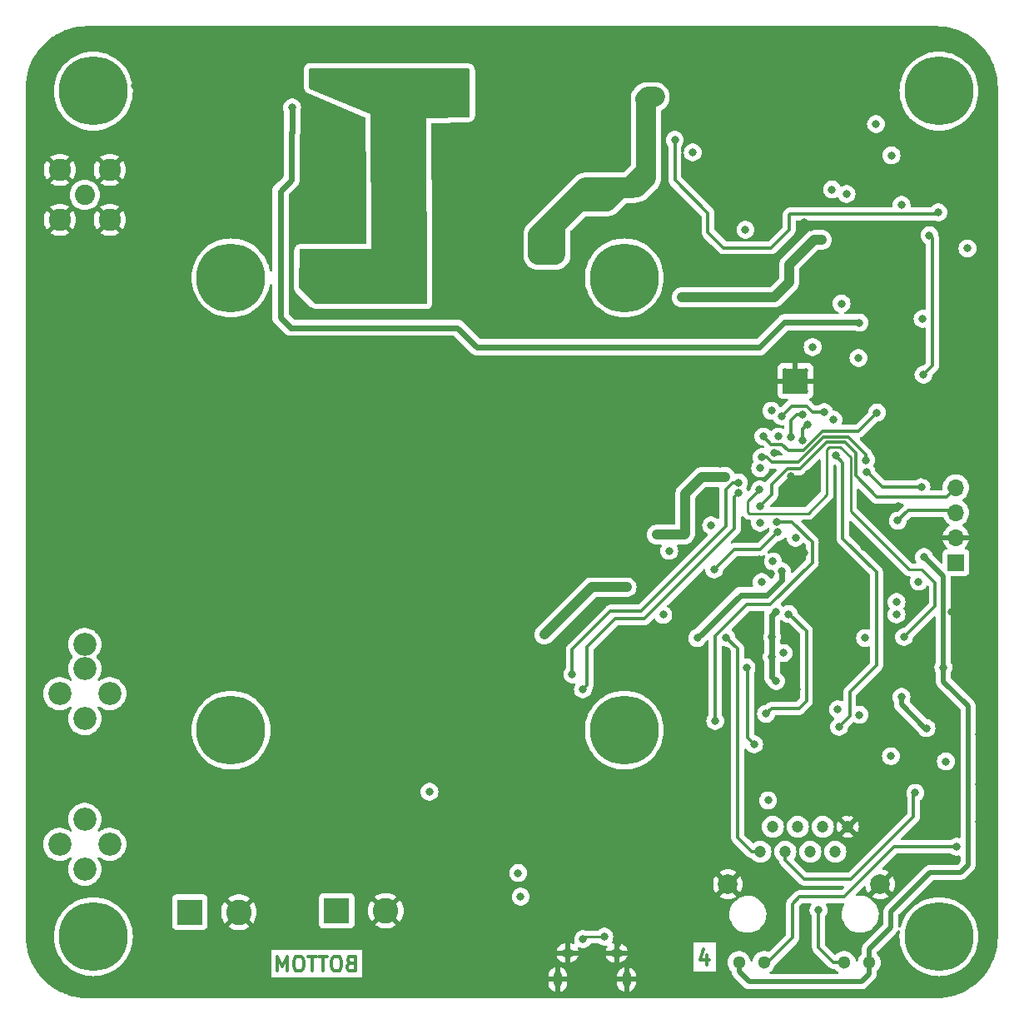
<source format=gbl>
G04 #@! TF.GenerationSoftware,KiCad,Pcbnew,7.0.6-7.0.6~ubuntu22.04.1*
G04 #@! TF.CreationDate,2023-07-26T21:33:09+03:00*
G04 #@! TF.ProjectId,TACNPR,5441434e-5052-42e6-9b69-6361645f7063,rev?*
G04 #@! TF.SameCoordinates,Original*
G04 #@! TF.FileFunction,Copper,L4,Bot*
G04 #@! TF.FilePolarity,Positive*
%FSLAX46Y46*%
G04 Gerber Fmt 4.6, Leading zero omitted, Abs format (unit mm)*
G04 Created by KiCad (PCBNEW 7.0.6-7.0.6~ubuntu22.04.1) date 2023-07-26 21:33:09*
%MOMM*%
%LPD*%
G01*
G04 APERTURE LIST*
%ADD10C,0.300000*%
G04 #@! TA.AperFunction,NonConductor*
%ADD11C,0.300000*%
G04 #@! TD*
G04 #@! TA.AperFunction,ComponentPad*
%ADD12C,3.900000*%
G04 #@! TD*
G04 #@! TA.AperFunction,ConnectorPad*
%ADD13C,7.000000*%
G04 #@! TD*
G04 #@! TA.AperFunction,ComponentPad*
%ADD14C,2.050000*%
G04 #@! TD*
G04 #@! TA.AperFunction,ComponentPad*
%ADD15C,2.250000*%
G04 #@! TD*
G04 #@! TA.AperFunction,ComponentPad*
%ADD16C,0.500000*%
G04 #@! TD*
G04 #@! TA.AperFunction,SMDPad,CuDef*
%ADD17R,2.600000X2.600000*%
G04 #@! TD*
G04 #@! TA.AperFunction,ComponentPad*
%ADD18R,1.700000X1.700000*%
G04 #@! TD*
G04 #@! TA.AperFunction,ComponentPad*
%ADD19O,1.700000X1.700000*%
G04 #@! TD*
G04 #@! TA.AperFunction,ComponentPad*
%ADD20R,2.600000X2.600000*%
G04 #@! TD*
G04 #@! TA.AperFunction,ComponentPad*
%ADD21C,2.600000*%
G04 #@! TD*
G04 #@! TA.AperFunction,ComponentPad*
%ADD22C,2.350000*%
G04 #@! TD*
G04 #@! TA.AperFunction,ComponentPad*
%ADD23O,0.890000X1.550000*%
G04 #@! TD*
G04 #@! TA.AperFunction,ComponentPad*
%ADD24O,1.250000X0.950000*%
G04 #@! TD*
G04 #@! TA.AperFunction,ComponentPad*
%ADD25C,1.200000*%
G04 #@! TD*
G04 #@! TA.AperFunction,ComponentPad*
%ADD26C,1.300000*%
G04 #@! TD*
G04 #@! TA.AperFunction,ComponentPad*
%ADD27C,2.000000*%
G04 #@! TD*
G04 #@! TA.AperFunction,ViaPad*
%ADD28C,0.800000*%
G04 #@! TD*
G04 #@! TA.AperFunction,Conductor*
%ADD29C,0.300000*%
G04 #@! TD*
G04 #@! TA.AperFunction,Conductor*
%ADD30C,0.293370*%
G04 #@! TD*
G04 #@! TA.AperFunction,Conductor*
%ADD31C,0.250000*%
G04 #@! TD*
G04 #@! TA.AperFunction,Conductor*
%ADD32C,1.000000*%
G04 #@! TD*
G04 #@! TA.AperFunction,Conductor*
%ADD33C,0.633000*%
G04 #@! TD*
G04 #@! TA.AperFunction,Conductor*
%ADD34C,0.500000*%
G04 #@! TD*
G04 #@! TA.AperFunction,Conductor*
%ADD35C,2.000000*%
G04 #@! TD*
G04 APERTURE END LIST*
D10*
D11*
X122028946Y-132244394D02*
X121814660Y-132315822D01*
X121814660Y-132315822D02*
X121743231Y-132387251D01*
X121743231Y-132387251D02*
X121671803Y-132530108D01*
X121671803Y-132530108D02*
X121671803Y-132744394D01*
X121671803Y-132744394D02*
X121743231Y-132887251D01*
X121743231Y-132887251D02*
X121814660Y-132958680D01*
X121814660Y-132958680D02*
X121957517Y-133030108D01*
X121957517Y-133030108D02*
X122528946Y-133030108D01*
X122528946Y-133030108D02*
X122528946Y-131530108D01*
X122528946Y-131530108D02*
X122028946Y-131530108D01*
X122028946Y-131530108D02*
X121886089Y-131601537D01*
X121886089Y-131601537D02*
X121814660Y-131672965D01*
X121814660Y-131672965D02*
X121743231Y-131815822D01*
X121743231Y-131815822D02*
X121743231Y-131958680D01*
X121743231Y-131958680D02*
X121814660Y-132101537D01*
X121814660Y-132101537D02*
X121886089Y-132172965D01*
X121886089Y-132172965D02*
X122028946Y-132244394D01*
X122028946Y-132244394D02*
X122528946Y-132244394D01*
X120743231Y-131530108D02*
X120457517Y-131530108D01*
X120457517Y-131530108D02*
X120314660Y-131601537D01*
X120314660Y-131601537D02*
X120171803Y-131744394D01*
X120171803Y-131744394D02*
X120100374Y-132030108D01*
X120100374Y-132030108D02*
X120100374Y-132530108D01*
X120100374Y-132530108D02*
X120171803Y-132815822D01*
X120171803Y-132815822D02*
X120314660Y-132958680D01*
X120314660Y-132958680D02*
X120457517Y-133030108D01*
X120457517Y-133030108D02*
X120743231Y-133030108D01*
X120743231Y-133030108D02*
X120886089Y-132958680D01*
X120886089Y-132958680D02*
X121028946Y-132815822D01*
X121028946Y-132815822D02*
X121100374Y-132530108D01*
X121100374Y-132530108D02*
X121100374Y-132030108D01*
X121100374Y-132030108D02*
X121028946Y-131744394D01*
X121028946Y-131744394D02*
X120886089Y-131601537D01*
X120886089Y-131601537D02*
X120743231Y-131530108D01*
X119671802Y-131530108D02*
X118814660Y-131530108D01*
X119243231Y-133030108D02*
X119243231Y-131530108D01*
X118528945Y-131530108D02*
X117671803Y-131530108D01*
X118100374Y-133030108D02*
X118100374Y-131530108D01*
X116886088Y-131530108D02*
X116600374Y-131530108D01*
X116600374Y-131530108D02*
X116457517Y-131601537D01*
X116457517Y-131601537D02*
X116314660Y-131744394D01*
X116314660Y-131744394D02*
X116243231Y-132030108D01*
X116243231Y-132030108D02*
X116243231Y-132530108D01*
X116243231Y-132530108D02*
X116314660Y-132815822D01*
X116314660Y-132815822D02*
X116457517Y-132958680D01*
X116457517Y-132958680D02*
X116600374Y-133030108D01*
X116600374Y-133030108D02*
X116886088Y-133030108D01*
X116886088Y-133030108D02*
X117028946Y-132958680D01*
X117028946Y-132958680D02*
X117171803Y-132815822D01*
X117171803Y-132815822D02*
X117243231Y-132530108D01*
X117243231Y-132530108D02*
X117243231Y-132030108D01*
X117243231Y-132030108D02*
X117171803Y-131744394D01*
X117171803Y-131744394D02*
X117028946Y-131601537D01*
X117028946Y-131601537D02*
X116886088Y-131530108D01*
X115600374Y-133030108D02*
X115600374Y-131530108D01*
X115600374Y-131530108D02*
X115100374Y-132601537D01*
X115100374Y-132601537D02*
X114600374Y-131530108D01*
X114600374Y-131530108D02*
X114600374Y-133030108D01*
D10*
D11*
X158273715Y-131390028D02*
X158273715Y-132390028D01*
X157916572Y-130818600D02*
X157559429Y-131890028D01*
X157559429Y-131890028D02*
X158488000Y-131890028D01*
D12*
X95864000Y-43540000D03*
D13*
X95864000Y-43540000D03*
D12*
X95864000Y-129540000D03*
D13*
X95864000Y-129540000D03*
D12*
X109864000Y-108540000D03*
D13*
X109864000Y-108540000D03*
D12*
X149864000Y-62540000D03*
D13*
X149864000Y-62540000D03*
D12*
X181864000Y-129540000D03*
D13*
X181864000Y-129540000D03*
D12*
X109864000Y-62540000D03*
D13*
X109864000Y-62540000D03*
D12*
X149864000Y-108540000D03*
D13*
X149864000Y-108540000D03*
D14*
X94996000Y-54102000D03*
D15*
X92456000Y-56642000D03*
X97536000Y-56642000D03*
X92456000Y-51562000D03*
X97536000Y-51562000D03*
D16*
X168309000Y-71975000D03*
X166209000Y-71975000D03*
D17*
X167259000Y-73025000D03*
D16*
X168309000Y-74075000D03*
X166209000Y-74075000D03*
D18*
X183591200Y-91490800D03*
D19*
X183591200Y-88950800D03*
X183591200Y-86410800D03*
X183591200Y-83870800D03*
D20*
X105664000Y-127050800D03*
D21*
X110664000Y-127050800D03*
D20*
X120599200Y-126898400D03*
D21*
X125599200Y-126898400D03*
D12*
X181864000Y-43540000D03*
D13*
X181864000Y-43540000D03*
D22*
X94996000Y-122682000D03*
X92456000Y-120142000D03*
X97536000Y-120142000D03*
X94996000Y-117602000D03*
X94996000Y-107362000D03*
X92456000Y-104822000D03*
X97536000Y-104822000D03*
X94996000Y-102282000D03*
X94996000Y-99822000D03*
D23*
X143083400Y-133888000D03*
D24*
X144083400Y-131188000D03*
X149083400Y-131188000D03*
D23*
X150083400Y-133888000D03*
D25*
X163703000Y-120904000D03*
X164973000Y-118364000D03*
X166243000Y-120904000D03*
X167513000Y-118364000D03*
X168783000Y-120904000D03*
X170053000Y-118364000D03*
X171323000Y-120904000D03*
X172593000Y-118364000D03*
D26*
X161523000Y-132154000D03*
X164063000Y-132154000D03*
X172233000Y-132154000D03*
X174773000Y-132154000D03*
D27*
X160403000Y-124204000D03*
X175893000Y-124204000D03*
D28*
X118450360Y-81577180D03*
X107553760Y-71744840D03*
X118488460Y-79011780D03*
X134838440Y-79644240D03*
X146690080Y-77101700D03*
X136083040Y-81363820D03*
X110680500Y-75679300D03*
X110667800Y-74612500D03*
X109639100Y-74612500D03*
X109651800Y-75692000D03*
X109651800Y-76695300D03*
X109651800Y-77787500D03*
X118485920Y-77713840D03*
X118513860Y-80281780D03*
X118470680Y-76454000D03*
X104140000Y-80645000D03*
X104749600Y-72377300D03*
X102260400Y-71462900D03*
X99745800Y-71488300D03*
X110106460Y-70203060D03*
X109336840Y-69946520D03*
X108186220Y-72722740D03*
X110068360Y-72044560D03*
X109131100Y-72704960D03*
X103723440Y-71546720D03*
X112595660Y-82527140D03*
X106603800Y-82189320D03*
X116840000Y-81661000D03*
X118445280Y-73878440D03*
X119283480Y-94335600D03*
X119380000Y-98407220D03*
X119380000Y-101023420D03*
X110337600Y-97828100D03*
X111353600Y-95745300D03*
X111366300Y-96812100D03*
X110337600Y-98920300D03*
X110337600Y-96824800D03*
X110324900Y-95745300D03*
X108574840Y-104140000D03*
X102809040Y-100520500D03*
X119380000Y-102463600D03*
X119367300Y-99689920D03*
X119352060Y-97017840D03*
X110744000Y-83195160D03*
X118485920Y-75148440D03*
X142770860Y-79936340D03*
X143837660Y-79923640D03*
X143837660Y-78894940D03*
X142758160Y-78907640D03*
X141754860Y-78907640D03*
X140662660Y-78907640D03*
X142570200Y-83708240D03*
X108450380Y-69933820D03*
X107553760Y-69961760D03*
X107284520Y-72623680D03*
X117805200Y-102616000D03*
X113088420Y-103733600D03*
X115163600Y-95859600D03*
X141165580Y-72326500D03*
X114167920Y-75697080D03*
X119349520Y-95697040D03*
X110998000Y-104013000D03*
X110060740Y-71048880D03*
X146685000Y-79992220D03*
X147584160Y-80002380D03*
X145755360Y-79982060D03*
X145669000Y-77089000D03*
X147647660Y-77122020D03*
X139700000Y-96113600D03*
X118450360Y-72339200D03*
X142575280Y-84546440D03*
X137414000Y-96118680D03*
X135001000Y-96123760D03*
X101000560Y-71465440D03*
X144399000Y-43053000D03*
X147320000Y-71120000D03*
X147317460Y-73652380D03*
X108158280Y-91909900D03*
X108158280Y-92900500D03*
X108145580Y-93957140D03*
X108899960Y-91394280D03*
X109824520Y-91394280D03*
X110736380Y-91384120D03*
X108999020Y-94307660D03*
X109943900Y-94317820D03*
X111594900Y-91721940D03*
X111627920Y-92710000D03*
X111615220Y-93621860D03*
X110876080Y-94317820D03*
X115570000Y-82042000D03*
X113855500Y-88392000D03*
X107061000Y-88138000D03*
X108077000Y-83185000D03*
X105507000Y-80751000D03*
X116586000Y-74930000D03*
X115125500Y-73723500D03*
X117475000Y-73088500D03*
X115112800Y-37896800D03*
X115112800Y-38912800D03*
X115112800Y-39928800D03*
X152654000Y-40690800D03*
X169799000Y-101854000D03*
X125476000Y-70104000D03*
X140157200Y-40995600D03*
X163042600Y-38785800D03*
X125069600Y-110363000D03*
X124104400Y-110363000D03*
X126111000Y-110363000D03*
X125603000Y-100965000D03*
X125603000Y-98298000D03*
X166814500Y-73723500D03*
X166814500Y-72263000D03*
X167703500Y-73723500D03*
X167703500Y-72263000D03*
X165227000Y-70993000D03*
X169227500Y-70993000D03*
X169240200Y-74980800D03*
X163626800Y-37846000D03*
X163017200Y-39852600D03*
X163042600Y-41935400D03*
X163195000Y-44018200D03*
X165176200Y-44323000D03*
X164134800Y-44323000D03*
X163042600Y-42976800D03*
X166217600Y-44323000D03*
X167284400Y-44145200D03*
X164617400Y-37795200D03*
X165608000Y-37769800D03*
X121920000Y-38100000D03*
X124460000Y-38100000D03*
X127000000Y-38100000D03*
X129540000Y-38100000D03*
X132080000Y-38100000D03*
X134620000Y-38100000D03*
X137160000Y-38100000D03*
X143256000Y-43078400D03*
X128270000Y-38100000D03*
X123190000Y-38100000D03*
X120650000Y-38100000D03*
X133350000Y-38100000D03*
X135890000Y-38100000D03*
X130810000Y-38100000D03*
X138366500Y-38100000D03*
X125730000Y-38100000D03*
X132842000Y-70091300D03*
X143129000Y-38100000D03*
X108153200Y-37846000D03*
X106883200Y-37846000D03*
X116382800Y-37896800D03*
X160020000Y-38862000D03*
X160655000Y-37846000D03*
X159512000Y-37846000D03*
X171653200Y-38150800D03*
X176733200Y-38150800D03*
X174193200Y-38150800D03*
X124968000Y-72390000D03*
X166573200Y-37795200D03*
X90170000Y-56896000D03*
X90170000Y-102616000D03*
X116382800Y-38912800D03*
X151765000Y-37973000D03*
X92405200Y-54102000D03*
X90170000Y-46736000D03*
X90170000Y-61976000D03*
X90170000Y-64516000D03*
X90170000Y-67056000D03*
X90170000Y-69596000D03*
X90170000Y-72136000D03*
X90170000Y-74676000D03*
X90220800Y-79298800D03*
X90424000Y-83566000D03*
X90170000Y-90678000D03*
X90170000Y-92456000D03*
X90170000Y-107696000D03*
X90170000Y-110236000D03*
X90170000Y-112776000D03*
X90170000Y-115316000D03*
X90170000Y-117856000D03*
X90170000Y-120396000D03*
X90170000Y-122936000D03*
X90170000Y-125476000D03*
X90170000Y-127762000D03*
X90170000Y-94996000D03*
X90170000Y-97536000D03*
X99314000Y-86868000D03*
X90170000Y-105156000D03*
X99822000Y-134112000D03*
X102362000Y-134112000D03*
X112522000Y-134112000D03*
X116382800Y-39928800D03*
X112522000Y-128524000D03*
X112649000Y-125349000D03*
X108585000Y-128524000D03*
X108585000Y-125476000D03*
X139446000Y-120523000D03*
X131114800Y-107391200D03*
X138277600Y-112877600D03*
X133146800Y-102006400D03*
X125603000Y-103251000D03*
X98552000Y-84836000D03*
X130302000Y-134112000D03*
X176276000Y-134112000D03*
X186385200Y-59436000D03*
X185928000Y-51816000D03*
X186385200Y-56896000D03*
X185928000Y-46736000D03*
X185928000Y-54356000D03*
X185928000Y-49276000D03*
X185928000Y-108966000D03*
X185928000Y-117856000D03*
X185928000Y-123176000D03*
X185420000Y-125730000D03*
X141249400Y-120573800D03*
X158242000Y-114808000D03*
X97282000Y-72136000D03*
X135382000Y-134112000D03*
X123571000Y-125222000D03*
X127508000Y-125222000D03*
X127635000Y-128524000D03*
X123571000Y-128651000D03*
X142138400Y-128371600D03*
X151765000Y-133858000D03*
X124104400Y-114020600D03*
X126111000Y-114020600D03*
X125069600Y-114020600D03*
X127050800Y-113360200D03*
X127050800Y-112191800D03*
X127050800Y-110947200D03*
X123317000Y-110947200D03*
X123317000Y-113360200D03*
X123317000Y-112191800D03*
X149321520Y-113441480D03*
X149733000Y-127635000D03*
X116840000Y-121285000D03*
X153365200Y-98323400D03*
X153512000Y-115726000D03*
X141859000Y-121285000D03*
X149225000Y-130175000D03*
X134975600Y-88544400D03*
X130048000Y-93599000D03*
X130048000Y-91948000D03*
X129286000Y-101854000D03*
X125603000Y-95631000D03*
X129743200Y-130098800D03*
X131572000Y-70104000D03*
X121208800Y-39547800D03*
X130556000Y-82296000D03*
X130556000Y-79756000D03*
X130556000Y-77216000D03*
X130302000Y-70612000D03*
X130556000Y-84836000D03*
X144907000Y-67691000D03*
X98668840Y-111231680D03*
X102489000Y-67818000D03*
X99060000Y-65278000D03*
X102489000Y-62865000D03*
X90170000Y-100012500D03*
X143205200Y-128016000D03*
X138303000Y-126746000D03*
X140779500Y-38100000D03*
X139573000Y-38100000D03*
X141986000Y-38100000D03*
X135636000Y-66294000D03*
X185928000Y-114046000D03*
X132854700Y-65608200D03*
X135191500Y-67246500D03*
X137160000Y-122555000D03*
X138938000Y-121539000D03*
X154279600Y-106730800D03*
X142036800Y-96113600D03*
X143408400Y-102209600D03*
X94234000Y-58991500D03*
X99314000Y-58991500D03*
X94234000Y-49085500D03*
X96710500Y-58991500D03*
X105003600Y-44958000D03*
X163017200Y-40868600D03*
X167690800Y-38887400D03*
X167716200Y-40005000D03*
X167741600Y-42087800D03*
X167741600Y-43129200D03*
X167716200Y-41021000D03*
X167386000Y-38074600D03*
X102692200Y-37795200D03*
X101701600Y-37820600D03*
X100101400Y-39878000D03*
X100126800Y-43002200D03*
X104825800Y-43154600D03*
X104800400Y-40030400D03*
X100101400Y-40894000D03*
X104775000Y-38912800D03*
X103301800Y-44348400D03*
X104368600Y-44170600D03*
X104800400Y-41046400D03*
X100279200Y-44043600D03*
X100126800Y-38811200D03*
X101219000Y-44348400D03*
X102260400Y-44348400D03*
X103657400Y-37820600D03*
X100126800Y-41960800D03*
X100711000Y-37871400D03*
X104470200Y-38100000D03*
X104825800Y-42113200D03*
X161747200Y-37846000D03*
X161163000Y-38862000D03*
X101600000Y-58674000D03*
X103378000Y-58674000D03*
X105156000Y-58674000D03*
X106934000Y-58674000D03*
X112522000Y-58293000D03*
X116408200Y-57912000D03*
X135064500Y-59100720D03*
X134874000Y-48006000D03*
X136906000Y-48006000D03*
X132588000Y-48006000D03*
X138938000Y-48006000D03*
X151511000Y-58039000D03*
X134874000Y-60198000D03*
X108712000Y-57912000D03*
X110744000Y-57912000D03*
X105156000Y-61061600D03*
X104902000Y-62484000D03*
X153162000Y-58674000D03*
X134874000Y-58166000D03*
X148590000Y-58039000D03*
X149987000Y-57975500D03*
X185962000Y-104326000D03*
X139192000Y-66802000D03*
X144399000Y-64135000D03*
X131826000Y-65595500D03*
X133807200Y-65608200D03*
X146939000Y-66802000D03*
X104190800Y-59690000D03*
X145415000Y-38100000D03*
X144272000Y-38100000D03*
X145415000Y-40259000D03*
X155257500Y-39687500D03*
X154686000Y-38862000D03*
X154051000Y-39687500D03*
X155257500Y-37909500D03*
X154178000Y-37909500D03*
X154686000Y-40640000D03*
X153035000Y-37973000D03*
X151765000Y-38989000D03*
X152908000Y-39522400D03*
X151765000Y-40005000D03*
X143129000Y-39370000D03*
X141986000Y-39370000D03*
X144272000Y-39370000D03*
X113982500Y-39560500D03*
X113411000Y-38735000D03*
X112776000Y-39560500D03*
X113982500Y-37782500D03*
X112903000Y-37782500D03*
X113411000Y-40513000D03*
X147383500Y-39687500D03*
X146812000Y-38862000D03*
X146177000Y-39687500D03*
X147383500Y-37909500D03*
X146304000Y-37909500D03*
X146812000Y-40640000D03*
X148336000Y-49022000D03*
X155194000Y-42545000D03*
X155194000Y-43688000D03*
X160655000Y-43434000D03*
X160655000Y-42291000D03*
X160655000Y-41148000D03*
X160655000Y-40005000D03*
X175463200Y-38150800D03*
X172872400Y-38150800D03*
X170332400Y-38150800D03*
X168859200Y-38150800D03*
X178003200Y-38150800D03*
X179324000Y-38150800D03*
X180644800Y-38150800D03*
X182067200Y-38150800D03*
X183642000Y-38506400D03*
X184962800Y-39319200D03*
X185928000Y-40386000D03*
X186588400Y-41757600D03*
X186791600Y-43434000D03*
X186740800Y-45161200D03*
X90170000Y-43383200D03*
X93319600Y-38455600D03*
X91033600Y-40335200D03*
X90220800Y-45110400D03*
X91998800Y-39268400D03*
X96316800Y-38100000D03*
X90373200Y-41706800D03*
X94894400Y-38100000D03*
X97637600Y-38100000D03*
X98958400Y-38100000D03*
X98602800Y-39370000D03*
X93980000Y-47752000D03*
X99364800Y-47040800D03*
X100279200Y-45720000D03*
X100685600Y-47294800D03*
X105765600Y-37846000D03*
X105765600Y-39116000D03*
X91795600Y-60655200D03*
X91541600Y-73456800D03*
X105816400Y-59740800D03*
X102463600Y-59690000D03*
X100533200Y-59690000D03*
X105968800Y-65633600D03*
X106934000Y-66598800D03*
X112877600Y-66497200D03*
X148894800Y-83870800D03*
X140208000Y-45212000D03*
X122580400Y-40005000D03*
X143256000Y-42113200D03*
X143256000Y-43992800D03*
X169646600Y-68440300D03*
X178562000Y-39624000D03*
X177546000Y-40894000D03*
X177292000Y-39370000D03*
X179324000Y-59944000D03*
X131064000Y-58928000D03*
X133350000Y-60198000D03*
X173609000Y-65659000D03*
X154749500Y-82461100D03*
X161229040Y-76154280D03*
X154724100Y-80352900D03*
X154419300Y-74282300D03*
X156006800Y-71526400D03*
X155803600Y-68122800D03*
X154825700Y-78181200D03*
X161493200Y-79146400D03*
X158394400Y-75285600D03*
X156972000Y-68072000D03*
X170078400Y-64046100D03*
X170129200Y-62852300D03*
X168808400Y-57404000D03*
X168910000Y-61976000D03*
X160528000Y-67812920D03*
X161721800Y-53517800D03*
X164350700Y-57315100D03*
X164198300Y-58343800D03*
X164160200Y-60706000D03*
X160832800Y-54584600D03*
X145288000Y-124841000D03*
X134239000Y-117475000D03*
X140487400Y-115417600D03*
X152146000Y-118770400D03*
X175107600Y-73101200D03*
X172618400Y-76860400D03*
X165354000Y-70104000D03*
X156991050Y-124288550D03*
X151892000Y-55689500D03*
X151511000Y-56896000D03*
X145034000Y-58166000D03*
X146177000Y-58166000D03*
X147320000Y-58166000D03*
X145034000Y-59436000D03*
X153797000Y-60071000D03*
X144907000Y-60706000D03*
X141986000Y-65405000D03*
X101346000Y-124587000D03*
X97917000Y-124714000D03*
X173228000Y-63881000D03*
X159922000Y-113396000D03*
X179514500Y-63817500D03*
X159689800Y-49911000D03*
X156362400Y-107746800D03*
X153365200Y-105206800D03*
X156845000Y-110871000D03*
X173482000Y-58801000D03*
X116586000Y-40894000D03*
X105219500Y-49784000D03*
X103632000Y-49212500D03*
X106362500Y-49784000D03*
X107632500Y-49720500D03*
X106426000Y-51816000D03*
X105689400Y-48691800D03*
X107762040Y-45974000D03*
X113030000Y-43942000D03*
X114300000Y-45212000D03*
X113030000Y-45212000D03*
X117602000Y-49530000D03*
X117602000Y-50546000D03*
X114808000Y-50546000D03*
X114808000Y-49530000D03*
X161925000Y-66675000D03*
X158851600Y-62230000D03*
X163576000Y-61976000D03*
X160782000Y-66294000D03*
X134264400Y-52324000D03*
X130810000Y-52374800D03*
X147574000Y-50038000D03*
X148590000Y-50038000D03*
X146748500Y-48704500D03*
X145669000Y-48641000D03*
X144081500Y-48895000D03*
X149669500Y-50800000D03*
X156337000Y-55854600D03*
X153225500Y-56642000D03*
X155194000Y-56642000D03*
X141160500Y-48006000D03*
X142621000Y-48895000D03*
X132029200Y-52324000D03*
X136347200Y-52324000D03*
X139509500Y-52324000D03*
X164744400Y-49479200D03*
X159410400Y-48514000D03*
X162001200Y-54660800D03*
X158851600Y-49758600D03*
X154813000Y-57937400D03*
X156667200Y-62661800D03*
X154660600Y-61264800D03*
X156413200Y-56692800D03*
X161747200Y-52412900D03*
X169113200Y-49834800D03*
X99441000Y-89281000D03*
X130860800Y-54508400D03*
X100332540Y-57769760D03*
X140652500Y-52959000D03*
X147701000Y-56959500D03*
X149288500Y-56959500D03*
X136446260Y-57523380D03*
X142240000Y-131318000D03*
X164719000Y-65913000D03*
X146494500Y-56959500D03*
X149352000Y-48387000D03*
X141541500Y-53911500D03*
X134810500Y-65595500D03*
X99885500Y-49657000D03*
X101219000Y-49085500D03*
X102425500Y-49022000D03*
X150825200Y-55727600D03*
X149809200Y-56134000D03*
X150469600Y-56896000D03*
X156667200Y-51663600D03*
X141732000Y-133858000D03*
X150876000Y-131064000D03*
X150876000Y-132080000D03*
X168148000Y-61722000D03*
X168910000Y-60960000D03*
X168148000Y-56896000D03*
X164592000Y-61722000D03*
X169519600Y-52578000D03*
X165354000Y-56388000D03*
X169418000Y-54610000D03*
X124968000Y-75184000D03*
X124968000Y-77470000D03*
X130556000Y-69342000D03*
X130810000Y-65595500D03*
X133858000Y-70866000D03*
X131572000Y-71374000D03*
X129540000Y-73406000D03*
X153670000Y-134112000D03*
X159512000Y-134112000D03*
X157480000Y-87376000D03*
X167386000Y-104394000D03*
X162941000Y-118872000D03*
X168910000Y-83520280D03*
X168554400Y-82448400D03*
X167640000Y-83566000D03*
X166776400Y-82702400D03*
X166745920Y-84328000D03*
X170434000Y-99060000D03*
X176530000Y-104394000D03*
X184150000Y-94234000D03*
X177546000Y-93472000D03*
X183134000Y-96520000D03*
X179578000Y-100330000D03*
X177088800Y-73202800D03*
X180492400Y-77825600D03*
X181508400Y-81534000D03*
X185978800Y-80924400D03*
X177732000Y-85776000D03*
X177546000Y-82296000D03*
X168656000Y-84582000D03*
X170637200Y-86207600D03*
X163576000Y-91186000D03*
X152908000Y-87249000D03*
X154432000Y-86614000D03*
X179451000Y-94742000D03*
X184922000Y-103686000D03*
X159512000Y-109093000D03*
X171577000Y-100330000D03*
X102489000Y-91313000D03*
X124182000Y-66326000D03*
X173982000Y-110776000D03*
X178765200Y-67208400D03*
X180782000Y-117376000D03*
X156108400Y-80162400D03*
X171582000Y-44876000D03*
X164782000Y-92576000D03*
X171672000Y-117096000D03*
X175514000Y-52832000D03*
X129286000Y-123571000D03*
X165049200Y-129387600D03*
X168300400Y-128320800D03*
X177038000Y-131978400D03*
X158597600Y-85140800D03*
X100457000Y-91313000D03*
X184658000Y-100584000D03*
X99441000Y-94361000D03*
X174955200Y-44500800D03*
X140665200Y-103428800D03*
X136245600Y-111760000D03*
X114427000Y-121285000D03*
X117932000Y-57826000D03*
X165404800Y-127660400D03*
X176282000Y-115776000D03*
X109093000Y-84582000D03*
X178714400Y-73152000D03*
X104394000Y-107950000D03*
X149932000Y-68326000D03*
X138379200Y-89712800D03*
X175107600Y-50190400D03*
X186172000Y-100126000D03*
X114427000Y-124079000D03*
X121682000Y-58576000D03*
X129895600Y-39065200D03*
X116432000Y-66076000D03*
X122182000Y-56826000D03*
X185623200Y-88950800D03*
X156112000Y-103256000D03*
X176428400Y-44500800D03*
X170972000Y-115106000D03*
X141478000Y-88392000D03*
X158182000Y-118126000D03*
X161925000Y-88976200D03*
X138277600Y-100482400D03*
X164182000Y-104576000D03*
X165150800Y-80365600D03*
X119182000Y-68826000D03*
X166782000Y-113776000D03*
X99568000Y-99441000D03*
X169182000Y-94076000D03*
X158496000Y-109601000D03*
X144682000Y-118176000D03*
X178562000Y-89154000D03*
X172212000Y-112141000D03*
X167182000Y-111176000D03*
X149932000Y-70826000D03*
X119182000Y-66326000D03*
X154932000Y-76226000D03*
X162814000Y-130352800D03*
X158877000Y-93726000D03*
X99949000Y-96393000D03*
X118237000Y-113411000D03*
X134899400Y-77287121D03*
X180390800Y-82651600D03*
X135940800Y-107950000D03*
X168300400Y-96316800D03*
X174142400Y-94183200D03*
X176722000Y-117676000D03*
X138277600Y-102870000D03*
X116932000Y-112201000D03*
X120904000Y-49987200D03*
X91541600Y-68326000D03*
X105714800Y-46431200D03*
X122123200Y-50546000D03*
X105283000Y-111633000D03*
X173736000Y-117348000D03*
X98806000Y-96393000D03*
X169672000Y-112141000D03*
X158775400Y-50800000D03*
X178882000Y-121576000D03*
X140868400Y-96113600D03*
X182082000Y-121576000D03*
X136855200Y-109220000D03*
X122961400Y-57429400D03*
X152146000Y-122631200D03*
X99695000Y-85852000D03*
X176212000Y-118626000D03*
X131826000Y-60198000D03*
X120345200Y-45974000D03*
X147574000Y-104038400D03*
X184682000Y-124776000D03*
X118872000Y-49987200D03*
X105791000Y-105410000D03*
X185521600Y-75184000D03*
X175382000Y-110576000D03*
X172847000Y-98171000D03*
X123182000Y-55826000D03*
X171043600Y-87020400D03*
X167538400Y-131318000D03*
X127507000Y-107201000D03*
X121335800Y-55905400D03*
X123190000Y-52781200D03*
X99441000Y-93345000D03*
X101473000Y-91313000D03*
X99441000Y-92329000D03*
X160882000Y-48976000D03*
X122732800Y-58318400D03*
X159482000Y-116336000D03*
X169782000Y-94576000D03*
X165303200Y-125780800D03*
X157742000Y-120236000D03*
X159258000Y-44602400D03*
X160274000Y-102997000D03*
X121158000Y-57429400D03*
X127152400Y-117602000D03*
X154305000Y-98323400D03*
X136347200Y-54051200D03*
X172847000Y-101092000D03*
X152192000Y-103106000D03*
X171145200Y-129184400D03*
X153644600Y-91948000D03*
X149582000Y-98476000D03*
X174244000Y-89916000D03*
X124460000Y-38912800D03*
X172692000Y-116936000D03*
X185521600Y-77673200D03*
X99441000Y-95504000D03*
X110490000Y-87757000D03*
X99314000Y-115824000D03*
X118973600Y-45885100D03*
X119710200Y-58039000D03*
X139903200Y-88392000D03*
X114427000Y-126873000D03*
X128270000Y-38912800D03*
X180086000Y-87503000D03*
X180882000Y-109876000D03*
X181182000Y-88376000D03*
X172212000Y-113792000D03*
X138531600Y-96113600D03*
X126288800Y-39217600D03*
X168182000Y-90476000D03*
X160182000Y-103976000D03*
X171145200Y-113792000D03*
X163703000Y-108712000D03*
X116586000Y-122682000D03*
X158369000Y-95377000D03*
X144830800Y-107645200D03*
X119888000Y-49987200D03*
X107563920Y-70815200D03*
X102235000Y-96393000D03*
X102235000Y-79375000D03*
X99441000Y-91313000D03*
X177038000Y-53848000D03*
X117652800Y-45885100D03*
X101092000Y-96393000D03*
X144322800Y-89052400D03*
X123190000Y-54254400D03*
X173582000Y-112776000D03*
X152222000Y-104346000D03*
X136093200Y-96113600D03*
X100203000Y-88011000D03*
X174782000Y-111176000D03*
X127457200Y-109524800D03*
X173282000Y-119676000D03*
X160274000Y-100482400D03*
X159607000Y-81451000D03*
X123088400Y-51409600D03*
X161732000Y-77651000D03*
X122377200Y-39116000D03*
X177546000Y-122428000D03*
X177546000Y-96774000D03*
X154432000Y-90297000D03*
X179800250Y-93440250D03*
X164982000Y-91376000D03*
X165481000Y-88392004D03*
X159004000Y-92202000D03*
X174345600Y-99161600D03*
X165522000Y-78686000D03*
X163830000Y-93472000D03*
X145643600Y-104394000D03*
X161493200Y-84429600D03*
X144576800Y-102870000D03*
X161512000Y-83346000D03*
X171142399Y-76962667D03*
X169011600Y-69570600D03*
X165862000Y-76606400D03*
X170179992Y-76200000D03*
X168011415Y-79079785D03*
X168503600Y-77419200D03*
X168005185Y-76441500D03*
X166827200Y-78740000D03*
X164012000Y-78676000D03*
X175564800Y-76250800D03*
X163682000Y-81901000D03*
X177546000Y-95504000D03*
X174498000Y-82296000D03*
X180086000Y-83820000D03*
X163672000Y-87436000D03*
X177673000Y-87226000D03*
X163703000Y-85725000D03*
X178308000Y-99060000D03*
X163626800Y-84074000D03*
X147828000Y-129540000D03*
X145668998Y-129794000D03*
X139065000Y-123063000D03*
X165354000Y-87325200D03*
X159105600Y-107594400D03*
X139319000Y-125476000D03*
X171704000Y-108204002D03*
X171348400Y-80619600D03*
X130048000Y-114808000D03*
X153822400Y-96799400D03*
X150088600Y-94005400D03*
X141732000Y-98805998D03*
X162179000Y-57658000D03*
X156819600Y-49784000D03*
X164825680Y-76042520D03*
X171957994Y-65151000D03*
X180187600Y-66700400D03*
X173685200Y-70675500D03*
X178054000Y-55118000D03*
X184759600Y-59537600D03*
X175461300Y-46890300D03*
X169926000Y-58674000D03*
X170992800Y-53543200D03*
X155702000Y-64516000D03*
X180898800Y-58216800D03*
X180289200Y-72390000D03*
X177038000Y-50088800D03*
X172466000Y-53998500D03*
X164896800Y-99047000D03*
X171577000Y-106426000D03*
X173782000Y-106976000D03*
X165303200Y-103530400D03*
X164846000Y-101092000D03*
X165252400Y-96520000D03*
X163067992Y-109982000D03*
X162292000Y-102146000D03*
X157282000Y-99176000D03*
X182321200Y-102158800D03*
X165882000Y-92376000D03*
X180340000Y-90932000D03*
X153162000Y-88646000D03*
X160147000Y-82804000D03*
X174447200Y-81076800D03*
X163830000Y-80772000D03*
X141097000Y-60198000D03*
X141986000Y-60198000D03*
X142875000Y-60198000D03*
X141097000Y-58166000D03*
X141986000Y-58166000D03*
X142875000Y-58166000D03*
X152082500Y-43878500D03*
X152082500Y-44767500D03*
X152908000Y-44767500D03*
X141986000Y-59182000D03*
X142875000Y-59182000D03*
X152971500Y-43878500D03*
X141046200Y-59207400D03*
X119100600Y-62039500D03*
X120307100Y-62039500D03*
X120307100Y-63055500D03*
X119100600Y-63055500D03*
X117932200Y-62039500D03*
X117932200Y-63055500D03*
X121526300Y-62014100D03*
X121526300Y-63030100D03*
X117932200Y-60972700D03*
X119100600Y-60972700D03*
X120307100Y-60972700D03*
X121526300Y-60947300D03*
X122580400Y-43281600D03*
X126288800Y-43332400D03*
X126441200Y-45161200D03*
X124383800Y-44424600D03*
X121539000Y-64135000D03*
X118364000Y-41757600D03*
X133096000Y-45516800D03*
X129133600Y-45516800D03*
X119532400Y-42976800D03*
X119380000Y-41910000D03*
X127863600Y-45161200D03*
X123037600Y-44399200D03*
X127127000Y-44475400D03*
X118618000Y-42672000D03*
X120294400Y-64109600D03*
X131826000Y-45516800D03*
X125730000Y-44450000D03*
X125069600Y-45161200D03*
X123748800Y-45110400D03*
X119100600Y-64109600D03*
X130048000Y-45516800D03*
X180594000Y-108331000D03*
X178054010Y-105156000D03*
X164482000Y-115676000D03*
X173786800Y-67106800D03*
X116078000Y-45212000D03*
X179452000Y-114916000D03*
X160232000Y-99106000D03*
X183642000Y-120396000D03*
X182562000Y-111726000D03*
X169621200Y-126847600D03*
X181813200Y-55880000D03*
X155003000Y-48514000D03*
X167282000Y-88976000D03*
X158686500Y-87693500D03*
X166573200Y-96723200D03*
X164282000Y-106876000D03*
X176982000Y-111176000D03*
X166065200Y-100685600D03*
D29*
X159004000Y-92202000D02*
X161036000Y-90170000D01*
X161036000Y-90170000D02*
X163703004Y-90170000D01*
X163703004Y-90170000D02*
X165481000Y-88392004D01*
X151895707Y-97222720D02*
X161086800Y-88031627D01*
X148903280Y-97222720D02*
X151895707Y-97222720D01*
X161086800Y-84836000D02*
X161493200Y-84429600D01*
X146050000Y-103987600D02*
X146050000Y-100076000D01*
X161086800Y-88031627D02*
X161086800Y-84836000D01*
X146050000Y-100076000D02*
X148903280Y-97222720D01*
X145643600Y-104394000D02*
X146050000Y-103987600D01*
X160172400Y-87807800D02*
X151536400Y-96443800D01*
X144576800Y-100330000D02*
X144576800Y-102870000D01*
X148463000Y-96443800D02*
X144576800Y-100330000D01*
X160172400Y-84074000D02*
X160172400Y-87807800D01*
X160900400Y-83346000D02*
X160172400Y-84074000D01*
X151536400Y-96443800D02*
X148463000Y-96443800D01*
X161512000Y-83346000D02*
X160900400Y-83346000D01*
X166903400Y-75565000D02*
X168392715Y-75565000D01*
X169027715Y-76200000D02*
X170179992Y-76200000D01*
X165862000Y-76606400D02*
X166903400Y-75565000D01*
X168392715Y-75565000D02*
X169027715Y-76200000D01*
X168011415Y-77911385D02*
X168503600Y-77419200D01*
X168011415Y-79079785D02*
X168011415Y-77911385D01*
X166827200Y-76998642D02*
X167384342Y-76441500D01*
X166827200Y-78740000D02*
X166827200Y-76998642D01*
X167384342Y-76441500D02*
X168005185Y-76441500D01*
X173685200Y-78130400D02*
X175564800Y-76250800D01*
X168101972Y-80060800D02*
X170032372Y-78130400D01*
X164787200Y-79451200D02*
X165912800Y-79451200D01*
X166522400Y-80060800D02*
X168101972Y-80060800D01*
X164012000Y-78676000D02*
X164787200Y-79451200D01*
X165912800Y-79451200D02*
X166522400Y-80060800D01*
X170032372Y-78130400D02*
X173685200Y-78130400D01*
X174625000Y-82296000D02*
X176149000Y-83820000D01*
X174498000Y-82296000D02*
X174625000Y-82296000D01*
X176149000Y-83820000D02*
X180086000Y-83820000D01*
X183337200Y-86156800D02*
X183591200Y-86410800D01*
X178742200Y-86156800D02*
X183337200Y-86156800D01*
X177673000Y-87226000D02*
X178742200Y-86156800D01*
X164846000Y-84582000D02*
X163703000Y-85725000D01*
X164846000Y-83566000D02*
X164846000Y-84582000D01*
X170422204Y-79259796D02*
X167729111Y-81952889D01*
X172274596Y-79259796D02*
X170422204Y-79259796D01*
X173368605Y-80353805D02*
X172274596Y-79259796D01*
X182613511Y-84848489D02*
X175551889Y-84848489D01*
X173368605Y-82665205D02*
X173368605Y-80353805D01*
X183591200Y-83870800D02*
X182613511Y-84848489D01*
X166459111Y-81952889D02*
X164846000Y-83566000D01*
X175551889Y-84848489D02*
X173368605Y-82665205D01*
X167729111Y-81952889D02*
X166459111Y-81952889D01*
X181482000Y-93598000D02*
X181483000Y-93599000D01*
X181482000Y-93576000D02*
X181482000Y-93598000D01*
D30*
X171831000Y-79756000D02*
X170688000Y-79756000D01*
X168579800Y-86487000D02*
X162560000Y-86487000D01*
X170484800Y-84582000D02*
X168579800Y-86487000D01*
X180119795Y-92213795D02*
X178827795Y-92213795D01*
D29*
X181483000Y-95885000D02*
X178308000Y-99060000D01*
D30*
X162433000Y-85267800D02*
X163626800Y-84074000D01*
X170484800Y-79959200D02*
X170484800Y-84582000D01*
X162433000Y-86360000D02*
X162433000Y-85267800D01*
D29*
X181483000Y-93599000D02*
X181483000Y-95885000D01*
D30*
X181482000Y-93576000D02*
X180119795Y-92213795D01*
X172872400Y-80797400D02*
X171831000Y-79756000D01*
X170688000Y-79756000D02*
X170484800Y-79959200D01*
X172872400Y-86258400D02*
X172872400Y-80797400D01*
X162560000Y-86487000D02*
X162433000Y-86360000D01*
X178827795Y-92213795D02*
X172872400Y-86258400D01*
D31*
X147828000Y-129540000D02*
X145922998Y-129540000D01*
D29*
X166931200Y-87325200D02*
X165354000Y-87325200D01*
X168982000Y-91476000D02*
X168982000Y-89376000D01*
X159105600Y-107594400D02*
X159105600Y-98958400D01*
X164700000Y-95758000D02*
X168982000Y-91476000D01*
X162306000Y-95758000D02*
X164700000Y-95758000D01*
X159105600Y-98958400D02*
X162306000Y-95758000D01*
X168982000Y-89376000D02*
X166931200Y-87325200D01*
X171348400Y-80619600D02*
X172085000Y-81356200D01*
X175514000Y-101944000D02*
X172782000Y-104676000D01*
X175514000Y-92456000D02*
X175514000Y-101944000D01*
X172782000Y-104676000D02*
X172782000Y-107126002D01*
X172085000Y-89027000D02*
X175514000Y-92456000D01*
X172085000Y-81356200D02*
X172085000Y-89027000D01*
X172782000Y-107126002D02*
X171704000Y-108204002D01*
D32*
X146532598Y-94005400D02*
X141732000Y-98805998D01*
X150088600Y-94005400D02*
X146532598Y-94005400D01*
X166624000Y-61214000D02*
X169164000Y-58674000D01*
X169164000Y-58674000D02*
X169926000Y-58674000D01*
X155702000Y-64516000D02*
X165100000Y-64516000D01*
X166624000Y-62992000D02*
X166624000Y-61214000D01*
X165100000Y-64516000D02*
X166624000Y-62992000D01*
D29*
X181203600Y-71475600D02*
X181203600Y-58521600D01*
X181203600Y-58521600D02*
X180898800Y-58216800D01*
X180289200Y-72390000D02*
X181203600Y-71475600D01*
D33*
X165303200Y-103530400D02*
X164896800Y-103124000D01*
X164896800Y-99047000D02*
X164896800Y-96875600D01*
X164896800Y-103124000D02*
X164896800Y-99047000D01*
X164896800Y-96875600D02*
X165252400Y-96520000D01*
D29*
X162407600Y-109321608D02*
X163067992Y-109982000D01*
X162292000Y-102146000D02*
X162407600Y-102261600D01*
X162407600Y-102261600D02*
X162407600Y-109321608D01*
D34*
X173990000Y-134112000D02*
X174773000Y-133329000D01*
X161523000Y-132154000D02*
X161523000Y-133073238D01*
X184082000Y-122976000D02*
X184810400Y-122247600D01*
X161523000Y-133073238D02*
X162561762Y-134112000D01*
X182284489Y-102122089D02*
X182321200Y-102158800D01*
X184810400Y-122247600D02*
X184810400Y-106070400D01*
X182284489Y-92876489D02*
X182284489Y-102122089D01*
X176982000Y-126976000D02*
X180982000Y-122976000D01*
D33*
X165882000Y-92376000D02*
X165882000Y-93276000D01*
D34*
X182321200Y-103581200D02*
X182321200Y-102158800D01*
X174773000Y-133329000D02*
X174773000Y-132154000D01*
X176982000Y-128576000D02*
X176982000Y-126976000D01*
D33*
X164382000Y-94776000D02*
X161682000Y-94776000D01*
X161682000Y-94776000D02*
X157282000Y-99176000D01*
D34*
X174773000Y-130785000D02*
X176982000Y-128576000D01*
X180982000Y-122976000D02*
X184082000Y-122976000D01*
X184810400Y-106070400D02*
X182321200Y-103581200D01*
D33*
X165882000Y-93276000D02*
X164382000Y-94776000D01*
D34*
X162561762Y-134112000D02*
X173990000Y-134112000D01*
X174773000Y-132154000D02*
X174773000Y-130785000D01*
X180340000Y-90932000D02*
X182284489Y-92876489D01*
D29*
X164846000Y-81280000D02*
X164338000Y-80772000D01*
X174447200Y-80518000D02*
X172669200Y-78740000D01*
X174447200Y-81076800D02*
X174447200Y-80518000D01*
D32*
X155956000Y-88646000D02*
X153162000Y-88646000D01*
X156083000Y-84455000D02*
X156083000Y-88519000D01*
X157734000Y-82804000D02*
X156083000Y-84455000D01*
D29*
X170129200Y-78740000D02*
X167589200Y-81280000D01*
X167589200Y-81280000D02*
X164846000Y-81280000D01*
D32*
X156083000Y-88519000D02*
X155956000Y-88646000D01*
D29*
X164338000Y-80772000D02*
X163830000Y-80772000D01*
X172669200Y-78740000D02*
X170129200Y-78740000D01*
D32*
X160147000Y-82804000D02*
X157734000Y-82804000D01*
D35*
X151790400Y-51917600D02*
X151790400Y-52679600D01*
X141097000Y-58166000D02*
X141863358Y-58166000D01*
X150641598Y-53441600D02*
X149402800Y-53441600D01*
X142875000Y-60198000D02*
X142875000Y-58166000D01*
X141863358Y-58166000D02*
X142875000Y-57154358D01*
X142875000Y-57154358D02*
X142875000Y-58166000D01*
X152209500Y-44132500D02*
X152971500Y-44132500D01*
X141097000Y-58166000D02*
X145923000Y-53340000D01*
X151790400Y-52679600D02*
X151352250Y-53117750D01*
X149402800Y-53441600D02*
X148091961Y-54752439D01*
X152082500Y-47180500D02*
X152082500Y-52387500D01*
X145276919Y-54752439D02*
X142875000Y-57154358D01*
X142875000Y-60198000D02*
X141097000Y-60198000D01*
X150368000Y-53340000D02*
X151790400Y-51917600D01*
X152019000Y-44323000D02*
X152209500Y-44132500D01*
X151155201Y-53314799D02*
X150768399Y-53314799D01*
X150768399Y-53314799D02*
X150641598Y-53441600D01*
X141097000Y-60198000D02*
X141097000Y-58166000D01*
X148091961Y-54752439D02*
X145276919Y-54752439D01*
X145923000Y-53340000D02*
X150368000Y-53340000D01*
X151352250Y-53117750D02*
X151155201Y-53314799D01*
X152082500Y-52387500D02*
X151352250Y-53117750D01*
X152082500Y-44767500D02*
X152082500Y-47180500D01*
D34*
X180467000Y-108331000D02*
X178054010Y-105918010D01*
X180594000Y-108331000D02*
X180467000Y-108331000D01*
X178054010Y-105918010D02*
X178054010Y-105156000D01*
D33*
X114884200Y-66573400D02*
X114884200Y-53721000D01*
X116078000Y-47701200D02*
X116078000Y-45212000D01*
X163626800Y-69596000D02*
X134874000Y-69596000D01*
X132880100Y-67602100D02*
X115912900Y-67602100D01*
X115912900Y-67602100D02*
X114884200Y-66573400D01*
X114884200Y-53721000D02*
X116027200Y-52578000D01*
X116027200Y-52578000D02*
X116027200Y-47752000D01*
X173736000Y-67056000D02*
X166166800Y-67056000D01*
X134874000Y-69596000D02*
X132880100Y-67602100D01*
X116027200Y-47752000D02*
X116078000Y-47701200D01*
X166166800Y-67056000D02*
X163626800Y-69596000D01*
X173786800Y-67106800D02*
X173736000Y-67056000D01*
D29*
X172918428Y-123698000D02*
X168188472Y-123698000D01*
X179282000Y-117334428D02*
X172918428Y-123698000D01*
X166243000Y-121752528D02*
X166243000Y-120904000D01*
X179452000Y-114916000D02*
X179282000Y-115086000D01*
X179282000Y-115086000D02*
X179282000Y-117334428D01*
X168188472Y-123698000D02*
X166243000Y-121752528D01*
X161391600Y-100265600D02*
X161391600Y-119441128D01*
X160232000Y-99106000D02*
X161391600Y-100265600D01*
X162854472Y-120904000D02*
X163703000Y-120904000D01*
X161391600Y-119441128D02*
X162854472Y-120904000D01*
X183642000Y-120396000D02*
X177292000Y-120396000D01*
X167690800Y-125476000D02*
X166979600Y-126187200D01*
X166979600Y-129641600D02*
X164467200Y-132154000D01*
X177292000Y-120396000D02*
X172212000Y-125476000D01*
X172212000Y-125476000D02*
X167690800Y-125476000D01*
X164467200Y-132154000D02*
X164063000Y-132154000D01*
X166979600Y-126187200D02*
X166979600Y-129641600D01*
X172233000Y-132154000D02*
X171117600Y-132154000D01*
X171117600Y-132154000D02*
X169621200Y-130657600D01*
X169621200Y-130657600D02*
X169621200Y-126847600D01*
X181813200Y-55880000D02*
X181660800Y-56032400D01*
X166624000Y-56134000D02*
X166624000Y-57658000D01*
X158379160Y-57884060D02*
X158379160Y-55953660D01*
X166725600Y-56032400D02*
X166624000Y-56134000D01*
X158379160Y-55953660D02*
X155003000Y-52577500D01*
X166624000Y-57658000D02*
X164807900Y-59474100D01*
X159969200Y-59474100D02*
X158379160Y-57884060D01*
X155003000Y-52577500D02*
X155003000Y-48514000D01*
X164807900Y-59474100D02*
X159969200Y-59474100D01*
X181660800Y-56032400D02*
X166725600Y-56032400D01*
X166674800Y-96723200D02*
X166573200Y-96723200D01*
X168382000Y-98430400D02*
X166674800Y-96723200D01*
X167640000Y-106324400D02*
X168382000Y-105582400D01*
X164282000Y-106876000D02*
X164833600Y-106324400D01*
X164833600Y-106324400D02*
X167640000Y-106324400D01*
X168382000Y-105582400D02*
X168382000Y-98430400D01*
G04 #@! TA.AperFunction,Conductor*
G36*
X168833747Y-126154502D02*
G01*
X168880240Y-126208158D01*
X168890344Y-126278432D01*
X168874745Y-126323497D01*
X168851372Y-126363983D01*
X168789639Y-126470907D01*
X168786673Y-126476044D01*
X168785134Y-126480781D01*
X168727657Y-126657672D01*
X168707696Y-126847600D01*
X168727657Y-127037527D01*
X168745337Y-127091938D01*
X168786673Y-127219156D01*
X168818481Y-127274249D01*
X168882161Y-127384546D01*
X168897747Y-127401855D01*
X168921684Y-127428440D01*
X168930335Y-127438047D01*
X168961053Y-127502054D01*
X168962700Y-127522359D01*
X168962700Y-130570989D01*
X168960908Y-130587220D01*
X168961158Y-130587244D01*
X168960411Y-130595136D01*
X168962700Y-130667941D01*
X168962700Y-130699030D01*
X168963627Y-130706376D01*
X168964093Y-130712290D01*
X168965637Y-130761429D01*
X168965638Y-130761432D01*
X168971621Y-130782029D01*
X168975628Y-130801380D01*
X168978317Y-130822660D01*
X168978317Y-130822662D01*
X168996416Y-130868378D01*
X168998339Y-130873994D01*
X169012053Y-130921197D01*
X169012053Y-130921198D01*
X169022971Y-130939658D01*
X169031668Y-130957411D01*
X169039564Y-130977355D01*
X169039567Y-130977360D01*
X169057552Y-131002113D01*
X169068465Y-131017132D01*
X169071721Y-131022090D01*
X169079327Y-131034952D01*
X169096747Y-131064407D01*
X169111914Y-131079574D01*
X169124751Y-131094604D01*
X169137359Y-131111957D01*
X169138029Y-131112511D01*
X169175239Y-131143294D01*
X169179620Y-131147280D01*
X169901089Y-131868749D01*
X170590725Y-132558385D01*
X170600938Y-132571131D01*
X170601131Y-132570972D01*
X170606183Y-132577079D01*
X170606184Y-132577080D01*
X170659285Y-132626945D01*
X170681267Y-132648927D01*
X170681275Y-132648933D01*
X170687117Y-132653465D01*
X170691633Y-132657322D01*
X170727467Y-132690972D01*
X170746269Y-132701308D01*
X170762775Y-132712151D01*
X170779732Y-132725304D01*
X170824869Y-132744837D01*
X170830169Y-132747433D01*
X170873263Y-132771124D01*
X170887550Y-132774792D01*
X170894029Y-132776456D01*
X170912732Y-132782859D01*
X170917486Y-132784916D01*
X170932423Y-132791380D01*
X170980999Y-132799073D01*
X170986791Y-132800273D01*
X170987675Y-132800500D01*
X171034411Y-132812500D01*
X171034412Y-132812500D01*
X171055858Y-132812500D01*
X171075567Y-132814051D01*
X171080107Y-132814769D01*
X171096752Y-132817406D01*
X171134480Y-132813839D01*
X171145694Y-132812780D01*
X171151627Y-132812500D01*
X171215812Y-132812500D01*
X171283933Y-132832502D01*
X171316362Y-132862568D01*
X171373188Y-132937819D01*
X171531854Y-133082462D01*
X171531856Y-133082463D01*
X171531857Y-133082464D01*
X171593083Y-133120373D01*
X171640470Y-133173239D01*
X171651753Y-133243333D01*
X171623350Y-133308400D01*
X171564277Y-133347782D01*
X171526752Y-133353500D01*
X164769248Y-133353500D01*
X164701127Y-133333498D01*
X164654634Y-133279842D01*
X164644530Y-133209568D01*
X164674024Y-133144988D01*
X164702915Y-133120374D01*
X164764143Y-133082464D01*
X164922810Y-132937820D01*
X165052196Y-132766484D01*
X165147897Y-132574291D01*
X165206439Y-132368536D01*
X165238531Y-132313927D01*
X167383986Y-130168472D01*
X167396729Y-130158265D01*
X167396569Y-130158071D01*
X167402674Y-130153019D01*
X167402680Y-130153016D01*
X167452545Y-130099914D01*
X167474527Y-130077933D01*
X167479070Y-130072075D01*
X167482908Y-130067580D01*
X167516572Y-130031733D01*
X167526910Y-130012927D01*
X167537752Y-129996423D01*
X167550904Y-129979468D01*
X167570437Y-129934328D01*
X167573033Y-129929029D01*
X167596724Y-129885937D01*
X167602056Y-129865165D01*
X167608459Y-129846466D01*
X167616980Y-129826777D01*
X167624672Y-129778210D01*
X167625870Y-129772417D01*
X167638100Y-129724788D01*
X167638100Y-129703340D01*
X167639651Y-129683629D01*
X167643006Y-129662448D01*
X167640551Y-129636491D01*
X167638379Y-129613500D01*
X167638099Y-129607568D01*
X167638099Y-128072135D01*
X167638099Y-126512146D01*
X167658101Y-126444029D01*
X167674999Y-126423059D01*
X167926655Y-126171404D01*
X167988968Y-126137379D01*
X168015751Y-126134500D01*
X168765626Y-126134500D01*
X168833747Y-126154502D01*
G37*
G04 #@! TD.AperFunction*
G04 #@! TA.AperFunction,Conductor*
G36*
X183029897Y-121074502D02*
G01*
X183035834Y-121078562D01*
X183185248Y-121187118D01*
X183359712Y-121264794D01*
X183546513Y-121304500D01*
X183737491Y-121304500D01*
X183899702Y-121270020D01*
X183970493Y-121275421D01*
X184027126Y-121318237D01*
X184051620Y-121384875D01*
X184051900Y-121393266D01*
X184051900Y-121881228D01*
X184031898Y-121949349D01*
X184014995Y-121970323D01*
X183804722Y-122180596D01*
X183742413Y-122214620D01*
X183715629Y-122217500D01*
X181046441Y-122217500D01*
X181028181Y-122216170D01*
X181004211Y-122212659D01*
X180951615Y-122217260D01*
X180946122Y-122217500D01*
X180937818Y-122217500D01*
X180915876Y-122220064D01*
X180904905Y-122221347D01*
X180895732Y-122222149D01*
X180827577Y-122228112D01*
X180820386Y-122229597D01*
X180820372Y-122229532D01*
X180813014Y-122231163D01*
X180813030Y-122231228D01*
X180805889Y-122232920D01*
X180732944Y-122259469D01*
X180659260Y-122283885D01*
X180652613Y-122286986D01*
X180652585Y-122286926D01*
X180645801Y-122290210D01*
X180645831Y-122290269D01*
X180639268Y-122293565D01*
X180574400Y-122336228D01*
X180508347Y-122376971D01*
X180502592Y-122381522D01*
X180502551Y-122381470D01*
X180496704Y-122386233D01*
X180496746Y-122386283D01*
X180491128Y-122390996D01*
X180437836Y-122447482D01*
X176491225Y-126394092D01*
X176477376Y-126406062D01*
X176457943Y-126420530D01*
X176424007Y-126460971D01*
X176420300Y-126465017D01*
X176414421Y-126470897D01*
X176414412Y-126470907D01*
X176393863Y-126496896D01*
X176351533Y-126547345D01*
X176343965Y-126556364D01*
X176339935Y-126562491D01*
X176339880Y-126562455D01*
X176335825Y-126568820D01*
X176335882Y-126568855D01*
X176332028Y-126575101D01*
X176299220Y-126645458D01*
X176264391Y-126714812D01*
X176261882Y-126721707D01*
X176261820Y-126721684D01*
X176259343Y-126728810D01*
X176259404Y-126728831D01*
X176257097Y-126735790D01*
X176241392Y-126811849D01*
X176223500Y-126887345D01*
X176222648Y-126894634D01*
X176222581Y-126894626D01*
X176221814Y-126902126D01*
X176221881Y-126902132D01*
X176221241Y-126909442D01*
X176223500Y-126987079D01*
X176223500Y-128209628D01*
X176203498Y-128277749D01*
X176186595Y-128298723D01*
X174282225Y-130203092D01*
X174268376Y-130215062D01*
X174248943Y-130229530D01*
X174215007Y-130269971D01*
X174211300Y-130274017D01*
X174205421Y-130279897D01*
X174205412Y-130279907D01*
X174188905Y-130300784D01*
X174184863Y-130305896D01*
X174139942Y-130359433D01*
X174134965Y-130365364D01*
X174130935Y-130371491D01*
X174130880Y-130371455D01*
X174126825Y-130377820D01*
X174126882Y-130377855D01*
X174123028Y-130384101D01*
X174090220Y-130454458D01*
X174055391Y-130523812D01*
X174052882Y-130530707D01*
X174052820Y-130530684D01*
X174050343Y-130537810D01*
X174050404Y-130537831D01*
X174048097Y-130544790D01*
X174033251Y-130616689D01*
X174032392Y-130620850D01*
X174021232Y-130667941D01*
X174014500Y-130696345D01*
X174013648Y-130703634D01*
X174013581Y-130703626D01*
X174012814Y-130711126D01*
X174012881Y-130711132D01*
X174012241Y-130718442D01*
X174014500Y-130796079D01*
X174014500Y-131222188D01*
X173994498Y-131290309D01*
X173973387Y-131315302D01*
X173913189Y-131370180D01*
X173783805Y-131541514D01*
X173688103Y-131733708D01*
X173688100Y-131733716D01*
X173629346Y-131940215D01*
X173628462Y-131949759D01*
X173602260Y-132015744D01*
X173544543Y-132057087D01*
X173473637Y-132060664D01*
X173412053Y-132025337D01*
X173379344Y-131962324D01*
X173377538Y-131949759D01*
X173376653Y-131940215D01*
X173317899Y-131733716D01*
X173317898Y-131733715D01*
X173317897Y-131733709D01*
X173222196Y-131541516D01*
X173092810Y-131370180D01*
X173085465Y-131363484D01*
X172934145Y-131225537D01*
X172804371Y-131145185D01*
X172751600Y-131112511D01*
X172751598Y-131112510D01*
X172751591Y-131112507D01*
X172551401Y-131034952D01*
X172551402Y-131034952D01*
X172551397Y-131034951D01*
X172340351Y-130995500D01*
X172125649Y-130995500D01*
X171997083Y-131019533D01*
X171914597Y-131034952D01*
X171714408Y-131112507D01*
X171714401Y-131112510D01*
X171531854Y-131225537D01*
X171405522Y-131340704D01*
X171341705Y-131371814D01*
X171271199Y-131363484D01*
X171231544Y-131336685D01*
X170316602Y-130421742D01*
X170282579Y-130359433D01*
X170279700Y-130332650D01*
X170279700Y-127522359D01*
X170299702Y-127454238D01*
X170312065Y-127438047D01*
X170320716Y-127428440D01*
X170360240Y-127384544D01*
X170455727Y-127219156D01*
X170514742Y-127037528D01*
X170534704Y-126847600D01*
X170514742Y-126657672D01*
X170455727Y-126476044D01*
X170367654Y-126323498D01*
X170350917Y-126254505D01*
X170374137Y-126187413D01*
X170429944Y-126143526D01*
X170476774Y-126134500D01*
X172118756Y-126134500D01*
X172186877Y-126154502D01*
X172233370Y-126208158D01*
X172243474Y-126278432D01*
X172230813Y-126318112D01*
X172128582Y-126516952D01*
X172128581Y-126516954D01*
X172039752Y-126777335D01*
X172039748Y-126777348D01*
X171989777Y-127047890D01*
X171979730Y-127322827D01*
X172009821Y-127596304D01*
X172079409Y-127862479D01*
X172187010Y-128115685D01*
X172187011Y-128115686D01*
X172327052Y-128345152D01*
X172330335Y-128350530D01*
X172506319Y-128561999D01*
X172506320Y-128562000D01*
X172506322Y-128562002D01*
X172711227Y-128745597D01*
X172940679Y-128897401D01*
X173189789Y-129014179D01*
X173453247Y-129093441D01*
X173549983Y-129107677D01*
X173725434Y-129133500D01*
X173725438Y-129133500D01*
X173931685Y-129133500D01*
X174000251Y-129128481D01*
X174137389Y-129118444D01*
X174405931Y-129058624D01*
X174662900Y-128960342D01*
X174902821Y-128825691D01*
X175120580Y-128657543D01*
X175311536Y-128459481D01*
X175471619Y-128235726D01*
X175522123Y-128137496D01*
X175597417Y-127991047D01*
X175597418Y-127991045D01*
X175649812Y-127837464D01*
X175686249Y-127730660D01*
X175691765Y-127700800D01*
X175713114Y-127585216D01*
X175736222Y-127460113D01*
X175746270Y-127185173D01*
X175716179Y-126911700D01*
X175712728Y-126898501D01*
X175666502Y-126721684D01*
X175646591Y-126645523D01*
X175646563Y-126645458D01*
X175538989Y-126392314D01*
X175509987Y-126344793D01*
X175395666Y-126157471D01*
X175304994Y-126048517D01*
X175219680Y-125946000D01*
X175216176Y-125942860D01*
X175014773Y-125762403D01*
X174785321Y-125610599D01*
X174536211Y-125493821D01*
X174272753Y-125414559D01*
X174272751Y-125414558D01*
X174272749Y-125414558D01*
X174272743Y-125414557D01*
X174000565Y-125374500D01*
X174000562Y-125374500D01*
X173794317Y-125374500D01*
X173794315Y-125374500D01*
X173588611Y-125389555D01*
X173588606Y-125389556D01*
X173549576Y-125398250D01*
X173478736Y-125393537D01*
X173421690Y-125351272D01*
X173396550Y-125284876D01*
X173411297Y-125215428D01*
X173433081Y-125186177D01*
X174197216Y-124422042D01*
X174259524Y-124388019D01*
X174330339Y-124393084D01*
X174387175Y-124435631D01*
X174408826Y-124481726D01*
X174454371Y-124671437D01*
X174545206Y-124890733D01*
X174659898Y-125077891D01*
X175158298Y-124579490D01*
X175206130Y-124669710D01*
X175322302Y-124806478D01*
X175465160Y-124915076D01*
X175517102Y-124939106D01*
X175019107Y-125437101D01*
X175019107Y-125437102D01*
X175206261Y-125551791D01*
X175425562Y-125642628D01*
X175656367Y-125698039D01*
X175893000Y-125716662D01*
X176129632Y-125698039D01*
X176360437Y-125642628D01*
X176579738Y-125551791D01*
X176766891Y-125437102D01*
X176766892Y-125437101D01*
X176269861Y-124940070D01*
X176395213Y-124864650D01*
X176525492Y-124741243D01*
X176626196Y-124592716D01*
X176630392Y-124582183D01*
X177126101Y-125077892D01*
X177126102Y-125077891D01*
X177240791Y-124890738D01*
X177331628Y-124671437D01*
X177387039Y-124440632D01*
X177405662Y-124204000D01*
X177387039Y-123967367D01*
X177331628Y-123736562D01*
X177240791Y-123517261D01*
X177126102Y-123330107D01*
X177126101Y-123330107D01*
X176627700Y-123828508D01*
X176579870Y-123738290D01*
X176463698Y-123601522D01*
X176320840Y-123492924D01*
X176268896Y-123468892D01*
X176766891Y-122970898D01*
X176766891Y-122970897D01*
X176579733Y-122856206D01*
X176360436Y-122765371D01*
X176170727Y-122719826D01*
X176109158Y-122684474D01*
X176076475Y-122621447D01*
X176083056Y-122550756D01*
X176111040Y-122508218D01*
X177527855Y-121091404D01*
X177590168Y-121057379D01*
X177616951Y-121054500D01*
X182961776Y-121054500D01*
X183029897Y-121074502D01*
G37*
G04 #@! TD.AperFunction*
G04 #@! TA.AperFunction,Conductor*
G36*
X166290614Y-88960646D02*
G01*
X166349599Y-89000160D01*
X166377857Y-89065290D01*
X166378131Y-89067675D01*
X166388457Y-89165927D01*
X166411804Y-89237778D01*
X166447473Y-89347556D01*
X166447476Y-89347561D01*
X166542958Y-89512941D01*
X166542965Y-89512951D01*
X166670744Y-89654864D01*
X166713818Y-89686159D01*
X166825248Y-89767118D01*
X166999712Y-89844794D01*
X167186513Y-89884500D01*
X167377487Y-89884500D01*
X167564288Y-89844794D01*
X167738752Y-89767118D01*
X167893253Y-89654866D01*
X168011151Y-89523925D01*
X168071596Y-89486687D01*
X168142580Y-89488038D01*
X168193882Y-89519142D01*
X168286595Y-89611855D01*
X168320621Y-89674167D01*
X168323500Y-89700950D01*
X168323500Y-91151050D01*
X168303498Y-91219171D01*
X168286595Y-91240145D01*
X167005379Y-92521360D01*
X166943067Y-92555386D01*
X166872251Y-92550321D01*
X166815416Y-92507774D01*
X166790605Y-92441254D01*
X166790973Y-92419101D01*
X166795504Y-92376000D01*
X166775542Y-92186072D01*
X166716527Y-92004444D01*
X166621040Y-91839056D01*
X166621038Y-91839054D01*
X166621034Y-91839048D01*
X166493255Y-91697135D01*
X166338752Y-91584882D01*
X166164284Y-91507204D01*
X165993010Y-91470798D01*
X165930537Y-91437070D01*
X165896216Y-91374920D01*
X165893898Y-91360722D01*
X165875542Y-91186072D01*
X165868953Y-91165793D01*
X165816527Y-91004444D01*
X165721040Y-90839056D01*
X165721038Y-90839054D01*
X165721034Y-90839048D01*
X165593255Y-90697135D01*
X165438752Y-90584882D01*
X165264288Y-90507206D01*
X165077487Y-90467500D01*
X164886513Y-90467500D01*
X164699709Y-90507206D01*
X164594967Y-90553840D01*
X164524600Y-90563274D01*
X164460303Y-90533167D01*
X164422490Y-90473078D01*
X164423167Y-90402084D01*
X164454620Y-90349642D01*
X165466857Y-89337406D01*
X165529167Y-89303383D01*
X165555950Y-89300504D01*
X165576487Y-89300504D01*
X165763288Y-89260798D01*
X165937752Y-89183122D01*
X166092253Y-89070870D01*
X166159185Y-88996534D01*
X166219630Y-88959295D01*
X166290614Y-88960646D01*
G37*
G04 #@! TD.AperFunction*
G04 #@! TA.AperFunction,Conductor*
G36*
X173736097Y-83964411D02*
G01*
X173742680Y-83970540D01*
X175025014Y-85252874D01*
X175035227Y-85265620D01*
X175035420Y-85265461D01*
X175040472Y-85271568D01*
X175040473Y-85271569D01*
X175093574Y-85321434D01*
X175115556Y-85343416D01*
X175115564Y-85343422D01*
X175121406Y-85347954D01*
X175125922Y-85351811D01*
X175161756Y-85385461D01*
X175180558Y-85395797D01*
X175197064Y-85406640D01*
X175214021Y-85419793D01*
X175259143Y-85439318D01*
X175264469Y-85441928D01*
X175307548Y-85465612D01*
X175307552Y-85465613D01*
X175328321Y-85470945D01*
X175347023Y-85477348D01*
X175366713Y-85485869D01*
X175415284Y-85493561D01*
X175421078Y-85494760D01*
X175468701Y-85506989D01*
X175490148Y-85506989D01*
X175509856Y-85508539D01*
X175531041Y-85511895D01*
X175568769Y-85508328D01*
X175579983Y-85507269D01*
X175585916Y-85506989D01*
X178156559Y-85506989D01*
X178224680Y-85526991D01*
X178271173Y-85580647D01*
X178281277Y-85650921D01*
X178251783Y-85715501D01*
X178245655Y-85722084D01*
X177687145Y-86280595D01*
X177624832Y-86314620D01*
X177598049Y-86317500D01*
X177577513Y-86317500D01*
X177390711Y-86357206D01*
X177216247Y-86434882D01*
X177061744Y-86547135D01*
X176933965Y-86689048D01*
X176933958Y-86689058D01*
X176838476Y-86854438D01*
X176838473Y-86854445D01*
X176779457Y-87036072D01*
X176759496Y-87226000D01*
X176779457Y-87415927D01*
X176807935Y-87503572D01*
X176838473Y-87597556D01*
X176838476Y-87597561D01*
X176933958Y-87762941D01*
X176933965Y-87762951D01*
X177061744Y-87904864D01*
X177117423Y-87945317D01*
X177216248Y-88017118D01*
X177390712Y-88094794D01*
X177577513Y-88134500D01*
X177768487Y-88134500D01*
X177955288Y-88094794D01*
X178129752Y-88017118D01*
X178284253Y-87904866D01*
X178369643Y-87810031D01*
X178412034Y-87762951D01*
X178412035Y-87762949D01*
X178412040Y-87762944D01*
X178507527Y-87597556D01*
X178566542Y-87415928D01*
X178579754Y-87290215D01*
X178606767Y-87224559D01*
X178615959Y-87214299D01*
X178978055Y-86852204D01*
X179040368Y-86818179D01*
X179067151Y-86815300D01*
X182202865Y-86815300D01*
X182270986Y-86835302D01*
X182317479Y-86888958D01*
X182318225Y-86890625D01*
X182372620Y-87014634D01*
X182392341Y-87059593D01*
X182515475Y-87248065D01*
X182515479Y-87248070D01*
X182667962Y-87413708D01*
X182696603Y-87436000D01*
X182845624Y-87551989D01*
X182879405Y-87570270D01*
X182929796Y-87620282D01*
X182945149Y-87689599D01*
X182920589Y-87756212D01*
X182879409Y-87791896D01*
X182845904Y-87810028D01*
X182845898Y-87810032D01*
X182668297Y-87948265D01*
X182515874Y-88113841D01*
X182392780Y-88302251D01*
X182302379Y-88508343D01*
X182302376Y-88508350D01*
X182254655Y-88696799D01*
X182254656Y-88696800D01*
X183160084Y-88696800D01*
X183131707Y-88740956D01*
X183091200Y-88878911D01*
X183091200Y-89022689D01*
X183131707Y-89160644D01*
X183160084Y-89204800D01*
X182254655Y-89204800D01*
X182302376Y-89393249D01*
X182302379Y-89393256D01*
X182392780Y-89599348D01*
X182515874Y-89787758D01*
X182659181Y-89943432D01*
X182690601Y-90007097D01*
X182682614Y-90077643D01*
X182637755Y-90132672D01*
X182610513Y-90146824D01*
X182494995Y-90189911D01*
X182494992Y-90189912D01*
X182377938Y-90277538D01*
X182290312Y-90394592D01*
X182290310Y-90394597D01*
X182239211Y-90531595D01*
X182239209Y-90531603D01*
X182232700Y-90592150D01*
X182232700Y-91447828D01*
X182212698Y-91515949D01*
X182159042Y-91562442D01*
X182088768Y-91572546D01*
X182024188Y-91543052D01*
X182017605Y-91536924D01*
X181646474Y-91165793D01*
X181260123Y-90779442D01*
X181229387Y-90729285D01*
X181218940Y-90697134D01*
X181174527Y-90560444D01*
X181079040Y-90395056D01*
X181079038Y-90395054D01*
X181079034Y-90395048D01*
X180951255Y-90253135D01*
X180796752Y-90140882D01*
X180622288Y-90063206D01*
X180435487Y-90023500D01*
X180244513Y-90023500D01*
X180057711Y-90063206D01*
X179883247Y-90140882D01*
X179728744Y-90253135D01*
X179600965Y-90395048D01*
X179600958Y-90395058D01*
X179505476Y-90560438D01*
X179505473Y-90560444D01*
X179490999Y-90604986D01*
X179446457Y-90742072D01*
X179426496Y-90931999D01*
X179446457Y-91121927D01*
X179460711Y-91165794D01*
X179505473Y-91303556D01*
X179505476Y-91303561D01*
X179543609Y-91369610D01*
X179560347Y-91438606D01*
X179537126Y-91505697D01*
X179481319Y-91549584D01*
X179434490Y-91558610D01*
X179151372Y-91558610D01*
X179083251Y-91538608D01*
X179062277Y-91521705D01*
X173564490Y-86023917D01*
X173530464Y-85961605D01*
X173527585Y-85934822D01*
X173527585Y-84059635D01*
X173547587Y-83991514D01*
X173601243Y-83945021D01*
X173671517Y-83934917D01*
X173736097Y-83964411D01*
G37*
G04 #@! TD.AperFunction*
G04 #@! TA.AperFunction,Conductor*
G36*
X161951614Y-86812085D02*
G01*
X161989270Y-86843237D01*
X161993651Y-86847223D01*
X162035386Y-86888958D01*
X162035729Y-86889301D01*
X162045907Y-86902004D01*
X162046105Y-86901841D01*
X162051159Y-86907950D01*
X162103981Y-86957553D01*
X162125848Y-86979421D01*
X162125854Y-86979426D01*
X162125860Y-86979432D01*
X162131667Y-86983936D01*
X162136185Y-86987794D01*
X162171831Y-87021268D01*
X162190486Y-87031523D01*
X162207008Y-87042376D01*
X162218338Y-87051165D01*
X162223833Y-87055427D01*
X162265691Y-87073540D01*
X162268709Y-87074846D01*
X162274030Y-87077452D01*
X162316893Y-87101017D01*
X162337510Y-87106310D01*
X162356220Y-87112715D01*
X162365955Y-87116928D01*
X162375753Y-87121169D01*
X162375754Y-87121169D01*
X162375756Y-87121170D01*
X162400539Y-87125094D01*
X162424045Y-87128818D01*
X162429858Y-87130020D01*
X162477231Y-87142185D01*
X162498521Y-87142185D01*
X162518230Y-87143735D01*
X162539256Y-87147066D01*
X162574483Y-87143736D01*
X162587933Y-87142465D01*
X162593866Y-87142185D01*
X162649439Y-87142185D01*
X162717560Y-87162187D01*
X162764053Y-87215843D01*
X162774749Y-87281355D01*
X162758496Y-87435999D01*
X162778457Y-87625927D01*
X162805697Y-87709759D01*
X162837473Y-87807556D01*
X162837476Y-87807561D01*
X162932958Y-87972941D01*
X162932965Y-87972951D01*
X163060744Y-88114864D01*
X163060747Y-88114866D01*
X163215248Y-88227118D01*
X163389712Y-88304794D01*
X163576513Y-88344500D01*
X163767487Y-88344500D01*
X163954288Y-88304794D01*
X164128752Y-88227118D01*
X164283253Y-88114866D01*
X164406899Y-87977542D01*
X164467343Y-87940304D01*
X164538327Y-87941655D01*
X164597312Y-87981169D01*
X164625570Y-88046299D01*
X164620367Y-88100790D01*
X164587459Y-88202070D01*
X164587458Y-88202074D01*
X164587458Y-88202076D01*
X164579692Y-88275964D01*
X164574245Y-88327788D01*
X164547231Y-88393445D01*
X164538030Y-88403712D01*
X163467147Y-89474596D01*
X163404837Y-89508620D01*
X163378054Y-89511500D01*
X161122611Y-89511500D01*
X161106379Y-89509708D01*
X161106356Y-89509958D01*
X161098463Y-89509211D01*
X161027877Y-89511430D01*
X161025658Y-89511500D01*
X160994568Y-89511500D01*
X160987222Y-89512427D01*
X160981309Y-89512893D01*
X160932172Y-89514437D01*
X160932170Y-89514437D01*
X160932169Y-89514438D01*
X160911571Y-89520421D01*
X160892221Y-89524428D01*
X160870940Y-89527116D01*
X160870932Y-89527118D01*
X160859931Y-89531474D01*
X160789230Y-89537950D01*
X160726252Y-89505174D01*
X160690992Y-89443552D01*
X160694644Y-89372650D01*
X160724457Y-89325227D01*
X161491184Y-88558500D01*
X161503929Y-88548292D01*
X161503769Y-88548098D01*
X161509870Y-88543049D01*
X161509880Y-88543043D01*
X161559760Y-88489925D01*
X161581726Y-88467960D01*
X161586262Y-88462110D01*
X161590106Y-88457609D01*
X161623772Y-88421760D01*
X161634103Y-88402966D01*
X161644951Y-88386450D01*
X161658104Y-88369496D01*
X161677645Y-88324337D01*
X161680228Y-88319065D01*
X161703924Y-88275964D01*
X161709260Y-88255176D01*
X161715657Y-88236496D01*
X161724179Y-88216804D01*
X161731872Y-88168223D01*
X161733071Y-88162438D01*
X161745300Y-88114815D01*
X161745300Y-88093369D01*
X161746851Y-88073658D01*
X161748048Y-88066100D01*
X161750206Y-88052476D01*
X161746840Y-88016872D01*
X161745580Y-88003534D01*
X161745300Y-87997601D01*
X161745300Y-87503572D01*
X161745300Y-86909166D01*
X161765301Y-86841049D01*
X161818957Y-86794556D01*
X161889231Y-86784452D01*
X161951614Y-86812085D01*
G37*
G04 #@! TD.AperFunction*
G04 #@! TA.AperFunction,Conductor*
G36*
X169747647Y-80969777D02*
G01*
X169804483Y-81012324D01*
X169829294Y-81078844D01*
X169829615Y-81087833D01*
X169829615Y-84258423D01*
X169809613Y-84326544D01*
X169792710Y-84347518D01*
X168345318Y-85794910D01*
X168283006Y-85828936D01*
X168256223Y-85831815D01*
X164831634Y-85831815D01*
X164763513Y-85811813D01*
X164717020Y-85758157D01*
X164706916Y-85687883D01*
X164736410Y-85623303D01*
X164742524Y-85616734D01*
X165250390Y-85108868D01*
X165263129Y-85098664D01*
X165262969Y-85098471D01*
X165269074Y-85093419D01*
X165269080Y-85093416D01*
X165318945Y-85040314D01*
X165340927Y-85018333D01*
X165345470Y-85012475D01*
X165349308Y-85007980D01*
X165382972Y-84972133D01*
X165393310Y-84953327D01*
X165404152Y-84936823D01*
X165417304Y-84919868D01*
X165436832Y-84874737D01*
X165439441Y-84869414D01*
X165463124Y-84826337D01*
X165468457Y-84805562D01*
X165474856Y-84786869D01*
X165483380Y-84767176D01*
X165491074Y-84718591D01*
X165492271Y-84712810D01*
X165504500Y-84665188D01*
X165504500Y-84643741D01*
X165506051Y-84624030D01*
X165509406Y-84602848D01*
X165504780Y-84553903D01*
X165504500Y-84547971D01*
X165504500Y-83890949D01*
X165524502Y-83822828D01*
X165541405Y-83801854D01*
X166694965Y-82648294D01*
X166757277Y-82614268D01*
X166784060Y-82611389D01*
X167642500Y-82611389D01*
X167658731Y-82613180D01*
X167658755Y-82612931D01*
X167666647Y-82613677D01*
X167666647Y-82613676D01*
X167666648Y-82613677D01*
X167739453Y-82611389D01*
X167770543Y-82611389D01*
X167777890Y-82610460D01*
X167783793Y-82609995D01*
X167832942Y-82608451D01*
X167853532Y-82602468D01*
X167872887Y-82598460D01*
X167894175Y-82595771D01*
X167939907Y-82577664D01*
X167945491Y-82575752D01*
X167992711Y-82562034D01*
X168011161Y-82551121D01*
X168028924Y-82542419D01*
X168048867Y-82534524D01*
X168088648Y-82505619D01*
X168093598Y-82502369D01*
X168103286Y-82496639D01*
X168135918Y-82477342D01*
X168151088Y-82462170D01*
X168166116Y-82449336D01*
X168183468Y-82436730D01*
X168214813Y-82398839D01*
X168218781Y-82394477D01*
X169614522Y-80998736D01*
X169676832Y-80964712D01*
X169747647Y-80969777D01*
G37*
G04 #@! TD.AperFunction*
G04 #@! TA.AperFunction,Conductor*
G36*
X165655971Y-80129702D02*
G01*
X165676945Y-80146605D01*
X165936745Y-80406405D01*
X165970771Y-80468717D01*
X165965706Y-80539532D01*
X165923159Y-80596368D01*
X165856639Y-80621179D01*
X165847650Y-80621500D01*
X165170950Y-80621500D01*
X165102829Y-80601498D01*
X165081854Y-80584595D01*
X164981139Y-80483880D01*
X164864872Y-80367612D01*
X164854664Y-80354869D01*
X164854471Y-80355030D01*
X164849417Y-80348921D01*
X164826659Y-80327550D01*
X164790694Y-80266338D01*
X164793531Y-80195398D01*
X164834272Y-80137253D01*
X164899980Y-80110365D01*
X164912912Y-80109700D01*
X165587850Y-80109700D01*
X165655971Y-80129702D01*
G37*
G04 #@! TD.AperFunction*
G04 #@! TA.AperFunction,Conductor*
G36*
X182074684Y-36947887D02*
G01*
X182079348Y-36948236D01*
X182482574Y-36993669D01*
X182539105Y-37000039D01*
X182543767Y-37000742D01*
X182998342Y-37086752D01*
X183002889Y-37087789D01*
X183449820Y-37207544D01*
X183454272Y-37208917D01*
X183890975Y-37361727D01*
X183895355Y-37363446D01*
X183996404Y-37407532D01*
X184319412Y-37548459D01*
X184323634Y-37550493D01*
X184732673Y-37766677D01*
X184736738Y-37769023D01*
X184973153Y-37917572D01*
X185128474Y-38015168D01*
X185132358Y-38017815D01*
X185504602Y-38292543D01*
X185508273Y-38295470D01*
X185858954Y-38597255D01*
X185862395Y-38600447D01*
X186189551Y-38927603D01*
X186192744Y-38931045D01*
X186494526Y-39281723D01*
X186497456Y-39285397D01*
X186772177Y-39657631D01*
X186774831Y-39661525D01*
X187020966Y-40053244D01*
X187023322Y-40057326D01*
X187239506Y-40466365D01*
X187241545Y-40470598D01*
X187297431Y-40598691D01*
X187426553Y-40894644D01*
X187428275Y-40899031D01*
X187456090Y-40978522D01*
X187581076Y-41335711D01*
X187582460Y-41340197D01*
X187702204Y-41787085D01*
X187703252Y-41791680D01*
X187789257Y-42246234D01*
X187789960Y-42250894D01*
X187841761Y-42710633D01*
X187842113Y-42715333D01*
X187859500Y-43179999D01*
X187859500Y-129540001D01*
X187842113Y-130004666D01*
X187841761Y-130009366D01*
X187789960Y-130469105D01*
X187789257Y-130473765D01*
X187703252Y-130928319D01*
X187702204Y-130932914D01*
X187582460Y-131379802D01*
X187581073Y-131384296D01*
X187559117Y-131447045D01*
X187428275Y-131820968D01*
X187426553Y-131825355D01*
X187241551Y-132249388D01*
X187239506Y-132253634D01*
X187023322Y-132662673D01*
X187020966Y-132666755D01*
X186774831Y-133058474D01*
X186772177Y-133062368D01*
X186497456Y-133434602D01*
X186494518Y-133438287D01*
X186192744Y-133788954D01*
X186189539Y-133792409D01*
X185862409Y-134119539D01*
X185858954Y-134122744D01*
X185508287Y-134424518D01*
X185504602Y-134427456D01*
X185132368Y-134702177D01*
X185128474Y-134704831D01*
X184736755Y-134950966D01*
X184732673Y-134953322D01*
X184323634Y-135169506D01*
X184319388Y-135171551D01*
X183895355Y-135356553D01*
X183890968Y-135358275D01*
X183610482Y-135456422D01*
X183454296Y-135511073D01*
X183449802Y-135512460D01*
X183002914Y-135632204D01*
X182998319Y-135633252D01*
X182543765Y-135719257D01*
X182539105Y-135719960D01*
X182079366Y-135771761D01*
X182074666Y-135772113D01*
X181660691Y-135787603D01*
X181610000Y-135789500D01*
X95250000Y-135789500D01*
X95193100Y-135787370D01*
X94785333Y-135772113D01*
X94780633Y-135771761D01*
X94320894Y-135719960D01*
X94316234Y-135719257D01*
X93861680Y-135633252D01*
X93857091Y-135632205D01*
X93410196Y-135512459D01*
X93405711Y-135511076D01*
X93101900Y-135404768D01*
X92969031Y-135358275D01*
X92964644Y-135356553D01*
X92699942Y-135241066D01*
X92540598Y-135171545D01*
X92536365Y-135169506D01*
X92127326Y-134953322D01*
X92123252Y-134950971D01*
X91989060Y-134866652D01*
X91731525Y-134704831D01*
X91727631Y-134702177D01*
X91727086Y-134701775D01*
X91355397Y-134427456D01*
X91351723Y-134424526D01*
X91023421Y-134142000D01*
X142130400Y-134142000D01*
X142130400Y-134266350D01*
X142145092Y-134410819D01*
X142145093Y-134410824D01*
X142203116Y-134595757D01*
X142297178Y-134765226D01*
X142297178Y-134765227D01*
X142423423Y-134912285D01*
X142423429Y-134912290D01*
X142576698Y-135030929D01*
X142750708Y-135116285D01*
X142750709Y-135116286D01*
X142829400Y-135136660D01*
X142829400Y-134237624D01*
X142833400Y-134237624D01*
X142847905Y-134310545D01*
X142903160Y-134393240D01*
X142985855Y-134448495D01*
X143083400Y-134467898D01*
X143180945Y-134448495D01*
X143263640Y-134393240D01*
X143318895Y-134310545D01*
X143333400Y-134237624D01*
X143333400Y-134142000D01*
X143337400Y-134142000D01*
X143337400Y-135140187D01*
X143505258Y-135078019D01*
X143669747Y-134975493D01*
X143669754Y-134975489D01*
X143810227Y-134841957D01*
X143920950Y-134682878D01*
X143997382Y-134504767D01*
X144036399Y-134314912D01*
X144036400Y-134314906D01*
X144036400Y-134142000D01*
X149130400Y-134142000D01*
X149130400Y-134266350D01*
X149145092Y-134410819D01*
X149145093Y-134410824D01*
X149203116Y-134595757D01*
X149297178Y-134765226D01*
X149297178Y-134765227D01*
X149423423Y-134912285D01*
X149423429Y-134912290D01*
X149576698Y-135030929D01*
X149750708Y-135116285D01*
X149750709Y-135116286D01*
X149829400Y-135136660D01*
X149829400Y-134237624D01*
X149833400Y-134237624D01*
X149847905Y-134310545D01*
X149903160Y-134393240D01*
X149985855Y-134448495D01*
X150083400Y-134467898D01*
X150180945Y-134448495D01*
X150263640Y-134393240D01*
X150318895Y-134310545D01*
X150333400Y-134237624D01*
X150333400Y-134142000D01*
X150337400Y-134142000D01*
X150337400Y-135140187D01*
X150505258Y-135078019D01*
X150669747Y-134975493D01*
X150669754Y-134975489D01*
X150810227Y-134841957D01*
X150920950Y-134682878D01*
X150997382Y-134504767D01*
X151036399Y-134314912D01*
X151036400Y-134314906D01*
X151036400Y-134142000D01*
X150337400Y-134142000D01*
X150333400Y-134142000D01*
X150333400Y-133538376D01*
X150318895Y-133465455D01*
X150263640Y-133382760D01*
X150180945Y-133327505D01*
X150083400Y-133308102D01*
X149985855Y-133327505D01*
X149903160Y-133382760D01*
X149847905Y-133465455D01*
X149833400Y-133538376D01*
X149833400Y-134237624D01*
X149829400Y-134237624D01*
X149829400Y-134142000D01*
X149130400Y-134142000D01*
X144036400Y-134142000D01*
X143337400Y-134142000D01*
X143333400Y-134142000D01*
X143333400Y-133538376D01*
X143318895Y-133465455D01*
X143263640Y-133382760D01*
X143180945Y-133327505D01*
X143083400Y-133308102D01*
X142985855Y-133327505D01*
X142903160Y-133382760D01*
X142847905Y-133465455D01*
X142833400Y-133538376D01*
X142833400Y-134237624D01*
X142829400Y-134237624D01*
X142829400Y-134142000D01*
X142130400Y-134142000D01*
X91023421Y-134142000D01*
X91001045Y-134122744D01*
X90997603Y-134119551D01*
X90670447Y-133792395D01*
X90667255Y-133788954D01*
X90616440Y-133729906D01*
X90365470Y-133438273D01*
X90362543Y-133434602D01*
X90087815Y-133062358D01*
X90085168Y-133058474D01*
X89971116Y-132876962D01*
X89839023Y-132666738D01*
X89836677Y-132662673D01*
X89669138Y-132345674D01*
X89620490Y-132253628D01*
X89618459Y-132249412D01*
X89433446Y-131825355D01*
X89431724Y-131820968D01*
X89278917Y-131384272D01*
X89277544Y-131379820D01*
X89157789Y-130932889D01*
X89156752Y-130928342D01*
X89070742Y-130473765D01*
X89070039Y-130469105D01*
X89063243Y-130408793D01*
X89018236Y-130009348D01*
X89017887Y-130004684D01*
X89000500Y-129540000D01*
X91850666Y-129540000D01*
X91866640Y-129865171D01*
X91869991Y-129933372D01*
X91869992Y-129933385D01*
X91902571Y-130153015D01*
X91927781Y-130322963D01*
X91993448Y-130585118D01*
X92023480Y-130705014D01*
X92110491Y-130948192D01*
X92156163Y-131075836D01*
X92324555Y-131431873D01*
X92324557Y-131431876D01*
X92527037Y-131769693D01*
X92761640Y-132086018D01*
X92761648Y-132086028D01*
X92761651Y-132086032D01*
X92824923Y-132155842D01*
X93026143Y-132377856D01*
X93188872Y-132525343D01*
X93317968Y-132642349D01*
X93317971Y-132642351D01*
X93317981Y-132642359D01*
X93634306Y-132876962D01*
X93634310Y-132876964D01*
X93634311Y-132876965D01*
X93972127Y-133079445D01*
X94328164Y-133247837D01*
X94698991Y-133380521D01*
X95081037Y-133476219D01*
X95470624Y-133534009D01*
X95806477Y-133550508D01*
X95863996Y-133553334D01*
X95864000Y-133553334D01*
X95864004Y-133553334D01*
X95919494Y-133550607D01*
X96257376Y-133534009D01*
X96646963Y-133476219D01*
X97029009Y-133380521D01*
X97399836Y-133247837D01*
X97755873Y-133079445D01*
X98093689Y-132876965D01*
X98410032Y-132642349D01*
X98701856Y-132377856D01*
X98966349Y-132086032D01*
X99200965Y-131769689D01*
X99403445Y-131431873D01*
X99571837Y-131075836D01*
X99646804Y-130866317D01*
X113937170Y-130866317D01*
X113937170Y-133693899D01*
X123192737Y-133693899D01*
X123192737Y-133634000D01*
X142130400Y-133634000D01*
X142829400Y-133634000D01*
X142829400Y-132639337D01*
X143337400Y-132639337D01*
X143337400Y-133634000D01*
X144036400Y-133634000D01*
X149130400Y-133634000D01*
X149829400Y-133634000D01*
X149829400Y-132639337D01*
X150337400Y-132639337D01*
X150337400Y-133634000D01*
X151036400Y-133634000D01*
X151036400Y-133509668D01*
X151036399Y-133509649D01*
X151021707Y-133365180D01*
X151021706Y-133365175D01*
X150963683Y-133180242D01*
X150869621Y-133010773D01*
X150869621Y-133010772D01*
X150743376Y-132863714D01*
X150743370Y-132863709D01*
X150590101Y-132745070D01*
X150416090Y-132659714D01*
X150416079Y-132659709D01*
X150337400Y-132639337D01*
X149829400Y-132639337D01*
X149829400Y-132635809D01*
X149829399Y-132635809D01*
X149661539Y-132697980D01*
X149661536Y-132697981D01*
X149497058Y-132800500D01*
X149497045Y-132800510D01*
X149356572Y-132934042D01*
X149245849Y-133093121D01*
X149169417Y-133271232D01*
X149130400Y-133461087D01*
X149130400Y-133634000D01*
X144036400Y-133634000D01*
X144036400Y-133509668D01*
X144036399Y-133509649D01*
X144021707Y-133365180D01*
X144021706Y-133365175D01*
X143963683Y-133180242D01*
X143869621Y-133010773D01*
X143869621Y-133010772D01*
X143743376Y-132863714D01*
X143743370Y-132863709D01*
X143590101Y-132745070D01*
X143416090Y-132659714D01*
X143416079Y-132659709D01*
X143337400Y-132639337D01*
X142829400Y-132639337D01*
X142829400Y-132635809D01*
X142829399Y-132635809D01*
X142661539Y-132697980D01*
X142661536Y-132697981D01*
X142497058Y-132800500D01*
X142497045Y-132800510D01*
X142356572Y-132934042D01*
X142245849Y-133093121D01*
X142169417Y-133271232D01*
X142130400Y-133461087D01*
X142130400Y-133634000D01*
X123192737Y-133634000D01*
X123192737Y-131442000D01*
X142979221Y-131442000D01*
X143046307Y-131623140D01*
X143152058Y-131792802D01*
X143152061Y-131792805D01*
X143289803Y-131937708D01*
X143453887Y-132051915D01*
X143637610Y-132130755D01*
X143829400Y-132170169D01*
X143829400Y-131447701D01*
X143906312Y-131463000D01*
X144260488Y-131463000D01*
X144337400Y-131447701D01*
X144337400Y-132165492D01*
X144432299Y-132155842D01*
X144623052Y-132095993D01*
X144797851Y-131998970D01*
X144797857Y-131998966D01*
X144949540Y-131868751D01*
X144949541Y-131868749D01*
X145071921Y-131710648D01*
X145159962Y-131531163D01*
X145159963Y-131531161D01*
X145183050Y-131442000D01*
X144348250Y-131442000D01*
X144431664Y-131386264D01*
X144492445Y-131295300D01*
X144513788Y-131188000D01*
X144492445Y-131080700D01*
X144431664Y-130989736D01*
X144348250Y-130934000D01*
X145187579Y-130934000D01*
X145131889Y-130783631D01*
X145126988Y-130712804D01*
X145161156Y-130650571D01*
X145223546Y-130616689D01*
X145294350Y-130621917D01*
X145301284Y-130624760D01*
X145322116Y-130634035D01*
X145386707Y-130662793D01*
X145386708Y-130662793D01*
X145386710Y-130662794D01*
X145573511Y-130702500D01*
X145764485Y-130702500D01*
X145951286Y-130662794D01*
X146125750Y-130585118D01*
X146280251Y-130472866D01*
X146281535Y-130471440D01*
X146408032Y-130330951D01*
X146408032Y-130330950D01*
X146408038Y-130330944D01*
X146462566Y-130236498D01*
X146513949Y-130187506D01*
X146571685Y-130173500D01*
X147119800Y-130173500D01*
X147187921Y-130193502D01*
X147213437Y-130215190D01*
X147216747Y-130218866D01*
X147371248Y-130331118D01*
X147545712Y-130408794D01*
X147732513Y-130448500D01*
X147923491Y-130448500D01*
X147993281Y-130433665D01*
X148064072Y-130439066D01*
X148120705Y-130481882D01*
X148145199Y-130548519D01*
X148129778Y-130617821D01*
X148119118Y-130634035D01*
X148094879Y-130665348D01*
X148006837Y-130844836D01*
X148006836Y-130844838D01*
X147983750Y-130934000D01*
X148818550Y-130934000D01*
X148735136Y-130989736D01*
X148674355Y-131080700D01*
X148653012Y-131188000D01*
X148674355Y-131295300D01*
X148735136Y-131386264D01*
X148818550Y-131442000D01*
X147979221Y-131442000D01*
X148046307Y-131623140D01*
X148152058Y-131792802D01*
X148152061Y-131792805D01*
X148289803Y-131937708D01*
X148453887Y-132051915D01*
X148637610Y-132130755D01*
X148829400Y-132170169D01*
X148829400Y-131447701D01*
X148906312Y-131463000D01*
X149260488Y-131463000D01*
X149337400Y-131447701D01*
X149337400Y-132165492D01*
X149432299Y-132155842D01*
X149623052Y-132095993D01*
X149797851Y-131998970D01*
X149797857Y-131998966D01*
X149949540Y-131868751D01*
X149949541Y-131868749D01*
X150071921Y-131710648D01*
X150159962Y-131531163D01*
X150159963Y-131531161D01*
X150183050Y-131442000D01*
X149348250Y-131442000D01*
X149431664Y-131386264D01*
X149492445Y-131295300D01*
X149513788Y-131188000D01*
X149492445Y-131080700D01*
X149431664Y-130989736D01*
X149348250Y-130934000D01*
X150187579Y-130934000D01*
X150120492Y-130752859D01*
X150014741Y-130583197D01*
X150014738Y-130583194D01*
X149876996Y-130438291D01*
X149712912Y-130324084D01*
X149529194Y-130245246D01*
X149337400Y-130205830D01*
X149337400Y-130928298D01*
X149260488Y-130913000D01*
X148906312Y-130913000D01*
X148829400Y-130928298D01*
X148829400Y-130210505D01*
X148829399Y-130210505D01*
X148734510Y-130220155D01*
X148728248Y-130221443D01*
X148727826Y-130219393D01*
X148666512Y-130220509D01*
X148606097Y-130183218D01*
X148594003Y-130157962D01*
X156895638Y-130157962D01*
X156895638Y-133053819D01*
X159151791Y-133053819D01*
X159151791Y-130157962D01*
X156895638Y-130157962D01*
X148594003Y-130157962D01*
X148575434Y-130119185D01*
X148584258Y-130048738D01*
X148590678Y-130036001D01*
X148662527Y-129911556D01*
X148721542Y-129729928D01*
X148741504Y-129540000D01*
X148721542Y-129350072D01*
X148662527Y-129168444D01*
X148567040Y-129003056D01*
X148567038Y-129003054D01*
X148567034Y-129003048D01*
X148439255Y-128861135D01*
X148284752Y-128748882D01*
X148110288Y-128671206D01*
X147923487Y-128631500D01*
X147732513Y-128631500D01*
X147545711Y-128671206D01*
X147371247Y-128748882D01*
X147216747Y-128861133D01*
X147213437Y-128864810D01*
X147152991Y-128902050D01*
X147119800Y-128906500D01*
X145879184Y-128906500D01*
X145879184Y-128905955D01*
X145850938Y-128903875D01*
X145764486Y-128885500D01*
X145764485Y-128885500D01*
X145573511Y-128885500D01*
X145386709Y-128925206D01*
X145212245Y-129002882D01*
X145057742Y-129115135D01*
X144929963Y-129257048D01*
X144929956Y-129257058D01*
X144834474Y-129422438D01*
X144834471Y-129422445D01*
X144775455Y-129604072D01*
X144755494Y-129793999D01*
X144775455Y-129983927D01*
X144828136Y-130146058D01*
X144830164Y-130217026D01*
X144793502Y-130277824D01*
X144729789Y-130309149D01*
X144659256Y-130301057D01*
X144658615Y-130300784D01*
X144529194Y-130245246D01*
X144337400Y-130205830D01*
X144337400Y-130928298D01*
X144260488Y-130913000D01*
X143906312Y-130913000D01*
X143829400Y-130928298D01*
X143829400Y-130210505D01*
X143829399Y-130210505D01*
X143734510Y-130220155D01*
X143734505Y-130220156D01*
X143543749Y-130280005D01*
X143543747Y-130280006D01*
X143368948Y-130377029D01*
X143368942Y-130377033D01*
X143217259Y-130507248D01*
X143217258Y-130507250D01*
X143094878Y-130665351D01*
X143006837Y-130844836D01*
X143006836Y-130844838D01*
X142983750Y-130934000D01*
X143818550Y-130934000D01*
X143735136Y-130989736D01*
X143674355Y-131080700D01*
X143653012Y-131188000D01*
X143674355Y-131295300D01*
X143735136Y-131386264D01*
X143818550Y-131442000D01*
X142979221Y-131442000D01*
X123192737Y-131442000D01*
X123192737Y-130866317D01*
X113937170Y-130866317D01*
X99646804Y-130866317D01*
X99704521Y-130705009D01*
X99800219Y-130322963D01*
X99858009Y-129933376D01*
X99877334Y-129540000D01*
X99858009Y-129146624D01*
X99800219Y-128757037D01*
X99710647Y-128399449D01*
X103855500Y-128399449D01*
X103862009Y-128459996D01*
X103862011Y-128460004D01*
X103913110Y-128597002D01*
X103913112Y-128597007D01*
X104000738Y-128714061D01*
X104117792Y-128801687D01*
X104117794Y-128801688D01*
X104117796Y-128801689D01*
X104162629Y-128818411D01*
X104254795Y-128852788D01*
X104254803Y-128852790D01*
X104315350Y-128859299D01*
X104315355Y-128859299D01*
X104315362Y-128859300D01*
X104315368Y-128859300D01*
X107012632Y-128859300D01*
X107012638Y-128859300D01*
X107012645Y-128859299D01*
X107012649Y-128859299D01*
X107073196Y-128852790D01*
X107073199Y-128852789D01*
X107073201Y-128852789D01*
X107210204Y-128801689D01*
X107327261Y-128714061D01*
X107369570Y-128657543D01*
X107414887Y-128597007D01*
X107414887Y-128597006D01*
X107414889Y-128597004D01*
X107465989Y-128460001D01*
X107466046Y-128459476D01*
X107472499Y-128399449D01*
X107472500Y-128399432D01*
X107472500Y-127050799D01*
X108850930Y-127050799D01*
X108871180Y-127321027D01*
X108931480Y-127585213D01*
X108931481Y-127585216D01*
X109030480Y-127837464D01*
X109165968Y-128072135D01*
X109218092Y-128137496D01*
X109218093Y-128137496D01*
X110060065Y-127295524D01*
X110071188Y-127329756D01*
X110159186Y-127468419D01*
X110278903Y-127580840D01*
X110417160Y-127656848D01*
X109576455Y-128497552D01*
X109576455Y-128497553D01*
X109757469Y-128620967D01*
X109757470Y-128620968D01*
X110001602Y-128738535D01*
X110260547Y-128818411D01*
X110260555Y-128818412D01*
X110528513Y-128858800D01*
X110799487Y-128858800D01*
X111067444Y-128818412D01*
X111067452Y-128818411D01*
X111326397Y-128738535D01*
X111570529Y-128620968D01*
X111570530Y-128620967D01*
X111751544Y-128497553D01*
X111501040Y-128247049D01*
X118790700Y-128247049D01*
X118797209Y-128307596D01*
X118797211Y-128307604D01*
X118848310Y-128444602D01*
X118848312Y-128444607D01*
X118935938Y-128561661D01*
X119052992Y-128649287D01*
X119052994Y-128649288D01*
X119052996Y-128649289D01*
X119075126Y-128657543D01*
X119189995Y-128700388D01*
X119190003Y-128700390D01*
X119250550Y-128706899D01*
X119250555Y-128706899D01*
X119250562Y-128706900D01*
X119250568Y-128706900D01*
X121947832Y-128706900D01*
X121947838Y-128706900D01*
X121947845Y-128706899D01*
X121947849Y-128706899D01*
X122008396Y-128700390D01*
X122008399Y-128700389D01*
X122008401Y-128700389D01*
X122145404Y-128649289D01*
X122169168Y-128631500D01*
X122262461Y-128561661D01*
X122350087Y-128444607D01*
X122350087Y-128444606D01*
X122350089Y-128444604D01*
X122401189Y-128307601D01*
X122402144Y-128298723D01*
X122407699Y-128247049D01*
X122407700Y-128247032D01*
X122407700Y-126898399D01*
X123786130Y-126898399D01*
X123806380Y-127168627D01*
X123866680Y-127432813D01*
X123866681Y-127432816D01*
X123965680Y-127685064D01*
X124101168Y-127919735D01*
X124153292Y-127985096D01*
X124153293Y-127985096D01*
X124995265Y-127143124D01*
X125006388Y-127177356D01*
X125094386Y-127316019D01*
X125214103Y-127428440D01*
X125352360Y-127504448D01*
X124511655Y-128345152D01*
X124511655Y-128345153D01*
X124692669Y-128468567D01*
X124692670Y-128468568D01*
X124936802Y-128586135D01*
X125195747Y-128666011D01*
X125195755Y-128666012D01*
X125463713Y-128706400D01*
X125734687Y-128706400D01*
X126002644Y-128666012D01*
X126002652Y-128666011D01*
X126261597Y-128586135D01*
X126505729Y-128468568D01*
X126505730Y-128468567D01*
X126686744Y-128345153D01*
X125842682Y-127501091D01*
X125914829Y-127472526D01*
X126047692Y-127375995D01*
X126152375Y-127249455D01*
X126202642Y-127142632D01*
X127045106Y-127985097D01*
X127045107Y-127985096D01*
X127097225Y-127919743D01*
X127097231Y-127919735D01*
X127232719Y-127685064D01*
X127331718Y-127432816D01*
X127331719Y-127432813D01*
X127356823Y-127322827D01*
X160549730Y-127322827D01*
X160579821Y-127596304D01*
X160649409Y-127862479D01*
X160757010Y-128115685D01*
X160757011Y-128115686D01*
X160897052Y-128345152D01*
X160900335Y-128350530D01*
X161076319Y-128561999D01*
X161076320Y-128562000D01*
X161076322Y-128562002D01*
X161281227Y-128745597D01*
X161510679Y-128897401D01*
X161759789Y-129014179D01*
X162023247Y-129093441D01*
X162119983Y-129107677D01*
X162295434Y-129133500D01*
X162295438Y-129133500D01*
X162501685Y-129133500D01*
X162570251Y-129128481D01*
X162707389Y-129118444D01*
X162975931Y-129058624D01*
X163232900Y-128960342D01*
X163472821Y-128825691D01*
X163690580Y-128657543D01*
X163881536Y-128459481D01*
X164041619Y-128235726D01*
X164092123Y-128137496D01*
X164167417Y-127991047D01*
X164167418Y-127991045D01*
X164219812Y-127837464D01*
X164256249Y-127730660D01*
X164261765Y-127700800D01*
X164283114Y-127585216D01*
X164306222Y-127460113D01*
X164316270Y-127185173D01*
X164286179Y-126911700D01*
X164282728Y-126898501D01*
X164236502Y-126721684D01*
X164216591Y-126645523D01*
X164216563Y-126645458D01*
X164108989Y-126392314D01*
X164079987Y-126344793D01*
X163965666Y-126157471D01*
X163874994Y-126048517D01*
X163789680Y-125946000D01*
X163786176Y-125942860D01*
X163584773Y-125762403D01*
X163355321Y-125610599D01*
X163106211Y-125493821D01*
X162842753Y-125414559D01*
X162842751Y-125414558D01*
X162842749Y-125414558D01*
X162842743Y-125414557D01*
X162570565Y-125374500D01*
X162570562Y-125374500D01*
X162364317Y-125374500D01*
X162364315Y-125374500D01*
X162158614Y-125389555D01*
X161890065Y-125449377D01*
X161890063Y-125449378D01*
X161633099Y-125547658D01*
X161393181Y-125682307D01*
X161175418Y-125850458D01*
X161175417Y-125850459D01*
X160984465Y-126048517D01*
X160984460Y-126048523D01*
X160824383Y-126272269D01*
X160824376Y-126272280D01*
X160698582Y-126516952D01*
X160698581Y-126516954D01*
X160609752Y-126777335D01*
X160609748Y-126777348D01*
X160559777Y-127047890D01*
X160549730Y-127322827D01*
X127356823Y-127322827D01*
X127392019Y-127168627D01*
X127412269Y-126898399D01*
X127392019Y-126628172D01*
X127331719Y-126363986D01*
X127331718Y-126363983D01*
X127232719Y-126111735D01*
X127097231Y-125877064D01*
X127045106Y-125811702D01*
X127045105Y-125811702D01*
X126203133Y-126653673D01*
X126192012Y-126619444D01*
X126104014Y-126480781D01*
X125984297Y-126368360D01*
X125846039Y-126292351D01*
X126662390Y-125475999D01*
X138405496Y-125475999D01*
X138425457Y-125665927D01*
X138445914Y-125728885D01*
X138484473Y-125847556D01*
X138511546Y-125894447D01*
X138579958Y-126012941D01*
X138579965Y-126012951D01*
X138707744Y-126154864D01*
X138752544Y-126187413D01*
X138862248Y-126267118D01*
X139036712Y-126344794D01*
X139223513Y-126384500D01*
X139414487Y-126384500D01*
X139601288Y-126344794D01*
X139775752Y-126267118D01*
X139930253Y-126154866D01*
X139940464Y-126143526D01*
X140058034Y-126012951D01*
X140058035Y-126012949D01*
X140058040Y-126012944D01*
X140153527Y-125847556D01*
X140212542Y-125665928D01*
X140232504Y-125476000D01*
X140212542Y-125286072D01*
X140153527Y-125104444D01*
X140058040Y-124939056D01*
X140058038Y-124939054D01*
X140058034Y-124939048D01*
X139930255Y-124797135D01*
X139775752Y-124684882D01*
X139601288Y-124607206D01*
X139414487Y-124567500D01*
X139223513Y-124567500D01*
X139036711Y-124607206D01*
X138862247Y-124684882D01*
X138707744Y-124797135D01*
X138579965Y-124939048D01*
X138579958Y-124939058D01*
X138484476Y-125104438D01*
X138484473Y-125104445D01*
X138425457Y-125286072D01*
X138405496Y-125475999D01*
X126662390Y-125475999D01*
X126686743Y-125451646D01*
X126686743Y-125451644D01*
X126505737Y-125328236D01*
X126505729Y-125328231D01*
X126261597Y-125210664D01*
X126002652Y-125130788D01*
X126002644Y-125130787D01*
X125734687Y-125090400D01*
X125463713Y-125090400D01*
X125195755Y-125130787D01*
X125195747Y-125130788D01*
X124936802Y-125210664D01*
X124692670Y-125328231D01*
X124692662Y-125328236D01*
X124511655Y-125451644D01*
X124511655Y-125451646D01*
X125355717Y-126295708D01*
X125283571Y-126324274D01*
X125150708Y-126420805D01*
X125046025Y-126547345D01*
X124995758Y-126654167D01*
X124153291Y-125811702D01*
X124101168Y-125877064D01*
X123965680Y-126111735D01*
X123866681Y-126363983D01*
X123866680Y-126363986D01*
X123806380Y-126628172D01*
X123786130Y-126898399D01*
X122407700Y-126898399D01*
X122407700Y-125549767D01*
X122407699Y-125549750D01*
X122401190Y-125489203D01*
X122401188Y-125489195D01*
X122367266Y-125398250D01*
X122350089Y-125352196D01*
X122350088Y-125352194D01*
X122350087Y-125352192D01*
X122262461Y-125235138D01*
X122145407Y-125147512D01*
X122145402Y-125147510D01*
X122008404Y-125096411D01*
X122008396Y-125096409D01*
X121947849Y-125089900D01*
X121947838Y-125089900D01*
X119250562Y-125089900D01*
X119250550Y-125089900D01*
X119190003Y-125096409D01*
X119189995Y-125096411D01*
X119052997Y-125147510D01*
X119052992Y-125147512D01*
X118935938Y-125235138D01*
X118848312Y-125352192D01*
X118848310Y-125352197D01*
X118797211Y-125489195D01*
X118797209Y-125489203D01*
X118790700Y-125549750D01*
X118790700Y-128247049D01*
X111501040Y-128247049D01*
X110907482Y-127653491D01*
X110979629Y-127624926D01*
X111112492Y-127528395D01*
X111217175Y-127401855D01*
X111267441Y-127295032D01*
X112109906Y-128137497D01*
X112109907Y-128137496D01*
X112162025Y-128072143D01*
X112162031Y-128072135D01*
X112297519Y-127837464D01*
X112396518Y-127585216D01*
X112396519Y-127585213D01*
X112456819Y-127321027D01*
X112477069Y-127050799D01*
X112456819Y-126780572D01*
X112396519Y-126516386D01*
X112396518Y-126516383D01*
X112297519Y-126264135D01*
X112162031Y-126029464D01*
X112109906Y-125964102D01*
X112109905Y-125964102D01*
X111267933Y-126806073D01*
X111256812Y-126771844D01*
X111168814Y-126633181D01*
X111049097Y-126520760D01*
X110910838Y-126444751D01*
X111751543Y-125604046D01*
X111751543Y-125604044D01*
X111570537Y-125480636D01*
X111570529Y-125480631D01*
X111326397Y-125363064D01*
X111067452Y-125283188D01*
X111067444Y-125283187D01*
X110799487Y-125242800D01*
X110528513Y-125242800D01*
X110260555Y-125283187D01*
X110260547Y-125283188D01*
X110001602Y-125363064D01*
X109757470Y-125480631D01*
X109757462Y-125480636D01*
X109576455Y-125604044D01*
X109576455Y-125604046D01*
X110420517Y-126448109D01*
X110348371Y-126476674D01*
X110215508Y-126573205D01*
X110110825Y-126699745D01*
X110060558Y-126806567D01*
X109218093Y-125964102D01*
X109218091Y-125964102D01*
X109165968Y-126029464D01*
X109030480Y-126264135D01*
X108931481Y-126516383D01*
X108931480Y-126516386D01*
X108871180Y-126780572D01*
X108850930Y-127050799D01*
X107472500Y-127050799D01*
X107472500Y-125702167D01*
X107472499Y-125702150D01*
X107465990Y-125641603D01*
X107465988Y-125641595D01*
X107414889Y-125504597D01*
X107414887Y-125504592D01*
X107327261Y-125387538D01*
X107210207Y-125299912D01*
X107210202Y-125299910D01*
X107073204Y-125248811D01*
X107073196Y-125248809D01*
X107012649Y-125242300D01*
X107012638Y-125242300D01*
X104315362Y-125242300D01*
X104315350Y-125242300D01*
X104254803Y-125248809D01*
X104254795Y-125248811D01*
X104117797Y-125299910D01*
X104117792Y-125299912D01*
X104000738Y-125387538D01*
X103913112Y-125504592D01*
X103913110Y-125504597D01*
X103862011Y-125641595D01*
X103862009Y-125641603D01*
X103855500Y-125702150D01*
X103855500Y-128399449D01*
X99710647Y-128399449D01*
X99704521Y-128374991D01*
X99693844Y-128345152D01*
X99664027Y-128261819D01*
X99571837Y-128004164D01*
X99403445Y-127648127D01*
X99200965Y-127310311D01*
X99200964Y-127310310D01*
X99200962Y-127310306D01*
X98966359Y-126993981D01*
X98966351Y-126993971D01*
X98966349Y-126993968D01*
X98833688Y-126847599D01*
X98701856Y-126702143D01*
X98497530Y-126516954D01*
X98410032Y-126437651D01*
X98410028Y-126437648D01*
X98410018Y-126437640D01*
X98093693Y-126203037D01*
X97835892Y-126048517D01*
X97755873Y-126000555D01*
X97399836Y-125832163D01*
X97342651Y-125811702D01*
X97029014Y-125699480D01*
X96914249Y-125670733D01*
X96646963Y-125603781D01*
X96606937Y-125597843D01*
X96257385Y-125545992D01*
X96257380Y-125545991D01*
X96257376Y-125545991D01*
X96060688Y-125536328D01*
X95864004Y-125526666D01*
X95863996Y-125526666D01*
X95639213Y-125537708D01*
X95470624Y-125545991D01*
X95470620Y-125545991D01*
X95470614Y-125545992D01*
X95081043Y-125603780D01*
X95081041Y-125603780D01*
X95081037Y-125603781D01*
X94930076Y-125641595D01*
X94698985Y-125699480D01*
X94328166Y-125832162D01*
X94328163Y-125832163D01*
X94328164Y-125832163D01*
X94029887Y-125973237D01*
X93972123Y-126000557D01*
X93634306Y-126203037D01*
X93317981Y-126437640D01*
X93317971Y-126437648D01*
X93026143Y-126702143D01*
X92761648Y-126993971D01*
X92761640Y-126993981D01*
X92527037Y-127310306D01*
X92324557Y-127648123D01*
X92156162Y-128004166D01*
X92023480Y-128374985D01*
X91978277Y-128555448D01*
X91927781Y-128757037D01*
X91927780Y-128757041D01*
X91927780Y-128757043D01*
X91869993Y-129146613D01*
X91869991Y-129146624D01*
X91850666Y-129540000D01*
X89000500Y-129540000D01*
X89000500Y-129513071D01*
X89000500Y-129513070D01*
X89000500Y-120141999D01*
X90767779Y-120141999D01*
X90786635Y-120393619D01*
X90842782Y-120639613D01*
X90842783Y-120639615D01*
X90934965Y-120874494D01*
X91061123Y-121093005D01*
X91061125Y-121093008D01*
X91061126Y-121093009D01*
X91218446Y-121290282D01*
X91403411Y-121461904D01*
X91403417Y-121461908D01*
X91611880Y-121604036D01*
X91611884Y-121604038D01*
X91611890Y-121604042D01*
X91839224Y-121713521D01*
X92050989Y-121778841D01*
X92080328Y-121787892D01*
X92080335Y-121787894D01*
X92329839Y-121825500D01*
X92329843Y-121825500D01*
X92582157Y-121825500D01*
X92582161Y-121825500D01*
X92831665Y-121787894D01*
X92892973Y-121768983D01*
X93072767Y-121713524D01*
X93072769Y-121713523D01*
X93072776Y-121713521D01*
X93300111Y-121604042D01*
X93490985Y-121473905D01*
X93558534Y-121452060D01*
X93627173Y-121470201D01*
X93675108Y-121522573D01*
X93687120Y-121592546D01*
X93660472Y-121656572D01*
X93601128Y-121730987D01*
X93601123Y-121730994D01*
X93474965Y-121949505D01*
X93382783Y-122184384D01*
X93382782Y-122184386D01*
X93326635Y-122430380D01*
X93307779Y-122682000D01*
X93326635Y-122933619D01*
X93382782Y-123179613D01*
X93382783Y-123179615D01*
X93474965Y-123414494D01*
X93601123Y-123633005D01*
X93601125Y-123633008D01*
X93601126Y-123633009D01*
X93758446Y-123830282D01*
X93943411Y-124001904D01*
X93943417Y-124001908D01*
X94151880Y-124144036D01*
X94151884Y-124144038D01*
X94151890Y-124144042D01*
X94379224Y-124253521D01*
X94578936Y-124315124D01*
X94620328Y-124327892D01*
X94620335Y-124327894D01*
X94869839Y-124365500D01*
X94869843Y-124365500D01*
X95122157Y-124365500D01*
X95122161Y-124365500D01*
X95371665Y-124327894D01*
X95395785Y-124320454D01*
X95612767Y-124253524D01*
X95612769Y-124253523D01*
X95612776Y-124253521D01*
X95715609Y-124203999D01*
X158890337Y-124203999D01*
X158908960Y-124440632D01*
X158964371Y-124671437D01*
X159055206Y-124890733D01*
X159169898Y-125077891D01*
X159668298Y-124579490D01*
X159716130Y-124669710D01*
X159832302Y-124806478D01*
X159975160Y-124915076D01*
X160027102Y-124939106D01*
X159529107Y-125437101D01*
X159529107Y-125437102D01*
X159716261Y-125551791D01*
X159935562Y-125642628D01*
X160166367Y-125698039D01*
X160403000Y-125716662D01*
X160639632Y-125698039D01*
X160870437Y-125642628D01*
X161089738Y-125551791D01*
X161276891Y-125437102D01*
X161276892Y-125437101D01*
X160779861Y-124940070D01*
X160905213Y-124864650D01*
X161035492Y-124741243D01*
X161136196Y-124592716D01*
X161140392Y-124582183D01*
X161636101Y-125077892D01*
X161636102Y-125077891D01*
X161750791Y-124890738D01*
X161841628Y-124671437D01*
X161897039Y-124440632D01*
X161915662Y-124204000D01*
X161897039Y-123967367D01*
X161841628Y-123736562D01*
X161750791Y-123517261D01*
X161636102Y-123330107D01*
X161636101Y-123330107D01*
X161137700Y-123828508D01*
X161089870Y-123738290D01*
X160973698Y-123601522D01*
X160830840Y-123492924D01*
X160778896Y-123468892D01*
X161276891Y-122970898D01*
X161276891Y-122970897D01*
X161089733Y-122856206D01*
X160870437Y-122765371D01*
X160639632Y-122709960D01*
X160403000Y-122691337D01*
X160166367Y-122709960D01*
X159935562Y-122765371D01*
X159716262Y-122856208D01*
X159529107Y-122970896D01*
X159529107Y-122970897D01*
X160026138Y-123467928D01*
X159900787Y-123543350D01*
X159770508Y-123666757D01*
X159669804Y-123815284D01*
X159665607Y-123825817D01*
X159169897Y-123330107D01*
X159169896Y-123330107D01*
X159055208Y-123517262D01*
X158964371Y-123736562D01*
X158908960Y-123967367D01*
X158890337Y-124203999D01*
X95715609Y-124203999D01*
X95840111Y-124144042D01*
X96048589Y-124001904D01*
X96233554Y-123830282D01*
X96390874Y-123633009D01*
X96505452Y-123434554D01*
X96517034Y-123414494D01*
X96550153Y-123330107D01*
X96609218Y-123179612D01*
X96635834Y-123062999D01*
X138151496Y-123062999D01*
X138171457Y-123252927D01*
X138196535Y-123330107D01*
X138230473Y-123434556D01*
X138230476Y-123434561D01*
X138325958Y-123599941D01*
X138325965Y-123599951D01*
X138453744Y-123741864D01*
X138453747Y-123741866D01*
X138608248Y-123854118D01*
X138782712Y-123931794D01*
X138969513Y-123971500D01*
X139160487Y-123971500D01*
X139347288Y-123931794D01*
X139521752Y-123854118D01*
X139676253Y-123741866D01*
X139678527Y-123739341D01*
X139804034Y-123599951D01*
X139804035Y-123599949D01*
X139804040Y-123599944D01*
X139899527Y-123434556D01*
X139958542Y-123252928D01*
X139978504Y-123063000D01*
X139958542Y-122873072D01*
X139899527Y-122691444D01*
X139804040Y-122526056D01*
X139804038Y-122526054D01*
X139804034Y-122526048D01*
X139676255Y-122384135D01*
X139521752Y-122271882D01*
X139347288Y-122194206D01*
X139160487Y-122154500D01*
X138969513Y-122154500D01*
X138782711Y-122194206D01*
X138608247Y-122271882D01*
X138453744Y-122384135D01*
X138325965Y-122526048D01*
X138325958Y-122526058D01*
X138230476Y-122691438D01*
X138230473Y-122691445D01*
X138171457Y-122873072D01*
X138151496Y-123062999D01*
X96635834Y-123062999D01*
X96665365Y-122933616D01*
X96684221Y-122682000D01*
X96665365Y-122430384D01*
X96609218Y-122184388D01*
X96525204Y-121970323D01*
X96517034Y-121949505D01*
X96390876Y-121730994D01*
X96390874Y-121730991D01*
X96331526Y-121656571D01*
X96304693Y-121590843D01*
X96317655Y-121521039D01*
X96366297Y-121469325D01*
X96435177Y-121452118D01*
X96501016Y-121473907D01*
X96691880Y-121604036D01*
X96691884Y-121604038D01*
X96691890Y-121604042D01*
X96919224Y-121713521D01*
X97130989Y-121778841D01*
X97160328Y-121787892D01*
X97160335Y-121787894D01*
X97409839Y-121825500D01*
X97409843Y-121825500D01*
X97662157Y-121825500D01*
X97662161Y-121825500D01*
X97911665Y-121787894D01*
X97972973Y-121768983D01*
X98152767Y-121713524D01*
X98152769Y-121713523D01*
X98152776Y-121713521D01*
X98380111Y-121604042D01*
X98588589Y-121461904D01*
X98773554Y-121290282D01*
X98930874Y-121093009D01*
X99057035Y-120874492D01*
X99149218Y-120639612D01*
X99205365Y-120393616D01*
X99224221Y-120142000D01*
X99205365Y-119890384D01*
X99149218Y-119644388D01*
X99081561Y-119472000D01*
X99057034Y-119409505D01*
X98930876Y-119190994D01*
X98930874Y-119190991D01*
X98773554Y-118993718D01*
X98588589Y-118822096D01*
X98577703Y-118814674D01*
X98380120Y-118679963D01*
X98380113Y-118679959D01*
X98152779Y-118570480D01*
X98152767Y-118570475D01*
X97911675Y-118496108D01*
X97911667Y-118496106D01*
X97911665Y-118496106D01*
X97662161Y-118458500D01*
X97409839Y-118458500D01*
X97160335Y-118496106D01*
X97160334Y-118496106D01*
X97160328Y-118496107D01*
X96975873Y-118553005D01*
X96925449Y-118568559D01*
X96919218Y-118570481D01*
X96691888Y-118679959D01*
X96691880Y-118679964D01*
X96501016Y-118810092D01*
X96433464Y-118831939D01*
X96364825Y-118813797D01*
X96316890Y-118761426D01*
X96304879Y-118691452D01*
X96331528Y-118627426D01*
X96390871Y-118553013D01*
X96390871Y-118553011D01*
X96390874Y-118553009D01*
X96500000Y-118363998D01*
X96517034Y-118334494D01*
X96545197Y-118262735D01*
X96609218Y-118099612D01*
X96665365Y-117853616D01*
X96684221Y-117602000D01*
X96665365Y-117350384D01*
X96609218Y-117104388D01*
X96517035Y-116869508D01*
X96517034Y-116869505D01*
X96390876Y-116650994D01*
X96337849Y-116584500D01*
X96233554Y-116453718D01*
X96048589Y-116282096D01*
X96048582Y-116282091D01*
X95840120Y-116139963D01*
X95840113Y-116139959D01*
X95612779Y-116030480D01*
X95612767Y-116030475D01*
X95371675Y-115956108D01*
X95371667Y-115956106D01*
X95371665Y-115956106D01*
X95122161Y-115918500D01*
X94869839Y-115918500D01*
X94620335Y-115956106D01*
X94620334Y-115956106D01*
X94620328Y-115956107D01*
X94379218Y-116030481D01*
X94151888Y-116139959D01*
X94151880Y-116139963D01*
X93943417Y-116282091D01*
X93943412Y-116282095D01*
X93758447Y-116453717D01*
X93601123Y-116650994D01*
X93474965Y-116869505D01*
X93382783Y-117104384D01*
X93382782Y-117104386D01*
X93326635Y-117350380D01*
X93307779Y-117602000D01*
X93326635Y-117853619D01*
X93382782Y-118099613D01*
X93382783Y-118099615D01*
X93474965Y-118334494D01*
X93601123Y-118553005D01*
X93601125Y-118553008D01*
X93601126Y-118553009D01*
X93631854Y-118591541D01*
X93660472Y-118627426D01*
X93687306Y-118693156D01*
X93674344Y-118762960D01*
X93625701Y-118814674D01*
X93556822Y-118831881D01*
X93490983Y-118810092D01*
X93300120Y-118679963D01*
X93300113Y-118679959D01*
X93072779Y-118570480D01*
X93072767Y-118570475D01*
X92831675Y-118496108D01*
X92831667Y-118496106D01*
X92831665Y-118496106D01*
X92582161Y-118458500D01*
X92329839Y-118458500D01*
X92080335Y-118496106D01*
X92080334Y-118496106D01*
X92080328Y-118496107D01*
X91895873Y-118553005D01*
X91845449Y-118568559D01*
X91839218Y-118570481D01*
X91611888Y-118679959D01*
X91611880Y-118679963D01*
X91403417Y-118822091D01*
X91403412Y-118822095D01*
X91218447Y-118993717D01*
X91061123Y-119190994D01*
X90934965Y-119409505D01*
X90842783Y-119644384D01*
X90842782Y-119644386D01*
X90786635Y-119890380D01*
X90767779Y-120141999D01*
X89000500Y-120141999D01*
X89000500Y-114807999D01*
X129134496Y-114807999D01*
X129154457Y-114997927D01*
X129184526Y-115090470D01*
X129213473Y-115179556D01*
X129213476Y-115179561D01*
X129308958Y-115344941D01*
X129308965Y-115344951D01*
X129436744Y-115486864D01*
X129436747Y-115486866D01*
X129591248Y-115599118D01*
X129765712Y-115676794D01*
X129952513Y-115716500D01*
X130143487Y-115716500D01*
X130330288Y-115676794D01*
X130504752Y-115599118D01*
X130659253Y-115486866D01*
X130689790Y-115452951D01*
X130787034Y-115344951D01*
X130787035Y-115344949D01*
X130787040Y-115344944D01*
X130882527Y-115179556D01*
X130941542Y-114997928D01*
X130961504Y-114808000D01*
X130941542Y-114618072D01*
X130882527Y-114436444D01*
X130787040Y-114271056D01*
X130787038Y-114271054D01*
X130787034Y-114271048D01*
X130659255Y-114129135D01*
X130504752Y-114016882D01*
X130330288Y-113939206D01*
X130143487Y-113899500D01*
X129952513Y-113899500D01*
X129765711Y-113939206D01*
X129591247Y-114016882D01*
X129436744Y-114129135D01*
X129308965Y-114271048D01*
X129308958Y-114271058D01*
X129213476Y-114436438D01*
X129213473Y-114436445D01*
X129154457Y-114618072D01*
X129134496Y-114807999D01*
X89000500Y-114807999D01*
X89000500Y-104822000D01*
X90767779Y-104822000D01*
X90786635Y-105073619D01*
X90842782Y-105319613D01*
X90842783Y-105319615D01*
X90934965Y-105554494D01*
X91061123Y-105773005D01*
X91061125Y-105773008D01*
X91061126Y-105773009D01*
X91218446Y-105970282D01*
X91403411Y-106141904D01*
X91403417Y-106141908D01*
X91611880Y-106284036D01*
X91611884Y-106284038D01*
X91611890Y-106284042D01*
X91839224Y-106393521D01*
X92050989Y-106458841D01*
X92080328Y-106467892D01*
X92080335Y-106467894D01*
X92329839Y-106505500D01*
X92329843Y-106505500D01*
X92582157Y-106505500D01*
X92582161Y-106505500D01*
X92831665Y-106467894D01*
X92925149Y-106439058D01*
X93072767Y-106393524D01*
X93072769Y-106393523D01*
X93072776Y-106393521D01*
X93300111Y-106284042D01*
X93490985Y-106153905D01*
X93558534Y-106132060D01*
X93627173Y-106150201D01*
X93675108Y-106202573D01*
X93687120Y-106272546D01*
X93660472Y-106336572D01*
X93601128Y-106410987D01*
X93601123Y-106410994D01*
X93474965Y-106629505D01*
X93382783Y-106864384D01*
X93382782Y-106864386D01*
X93326635Y-107110380D01*
X93307779Y-107362000D01*
X93326635Y-107613619D01*
X93382782Y-107859613D01*
X93382783Y-107859615D01*
X93474965Y-108094494D01*
X93601123Y-108313005D01*
X93601125Y-108313008D01*
X93601126Y-108313009D01*
X93758446Y-108510282D01*
X93943411Y-108681904D01*
X93943417Y-108681908D01*
X94151880Y-108824036D01*
X94151884Y-108824038D01*
X94151890Y-108824042D01*
X94379224Y-108933521D01*
X94578920Y-108995119D01*
X94620328Y-109007892D01*
X94620335Y-109007894D01*
X94869839Y-109045500D01*
X94869843Y-109045500D01*
X95122157Y-109045500D01*
X95122161Y-109045500D01*
X95371665Y-109007894D01*
X95371675Y-109007891D01*
X95612767Y-108933524D01*
X95612769Y-108933523D01*
X95612776Y-108933521D01*
X95840111Y-108824042D01*
X96048589Y-108681904D01*
X96201526Y-108540000D01*
X105850666Y-108540000D01*
X105866776Y-108867941D01*
X105869991Y-108933372D01*
X105869992Y-108933385D01*
X105915400Y-109239500D01*
X105927781Y-109322963D01*
X105999462Y-109609128D01*
X106023480Y-109705014D01*
X106091590Y-109895367D01*
X106156163Y-110075836D01*
X106324555Y-110431873D01*
X106331342Y-110443196D01*
X106527037Y-110769693D01*
X106761640Y-111086018D01*
X106761648Y-111086028D01*
X106761651Y-111086032D01*
X106843192Y-111175999D01*
X107026143Y-111377856D01*
X107188872Y-111525343D01*
X107317968Y-111642349D01*
X107317971Y-111642351D01*
X107317981Y-111642359D01*
X107634306Y-111876962D01*
X107634310Y-111876964D01*
X107634311Y-111876965D01*
X107972127Y-112079445D01*
X108328164Y-112247837D01*
X108698991Y-112380521D01*
X109081037Y-112476219D01*
X109470624Y-112534009D01*
X109806477Y-112550508D01*
X109863996Y-112553334D01*
X109864000Y-112553334D01*
X109864004Y-112553334D01*
X109919494Y-112550607D01*
X110257376Y-112534009D01*
X110646963Y-112476219D01*
X111029009Y-112380521D01*
X111399836Y-112247837D01*
X111755873Y-112079445D01*
X112093689Y-111876965D01*
X112410032Y-111642349D01*
X112701856Y-111377856D01*
X112966349Y-111086032D01*
X113200965Y-110769689D01*
X113403445Y-110431873D01*
X113571837Y-110075836D01*
X113704521Y-109705009D01*
X113800219Y-109322963D01*
X113858009Y-108933376D01*
X113877334Y-108540000D01*
X145850666Y-108540000D01*
X145866776Y-108867941D01*
X145869991Y-108933372D01*
X145869992Y-108933385D01*
X145915400Y-109239500D01*
X145927781Y-109322963D01*
X145999462Y-109609128D01*
X146023480Y-109705014D01*
X146091590Y-109895367D01*
X146156163Y-110075836D01*
X146324555Y-110431873D01*
X146331342Y-110443196D01*
X146527037Y-110769693D01*
X146761640Y-111086018D01*
X146761648Y-111086028D01*
X146761651Y-111086032D01*
X146843192Y-111175999D01*
X147026143Y-111377856D01*
X147188872Y-111525343D01*
X147317968Y-111642349D01*
X147317971Y-111642351D01*
X147317981Y-111642359D01*
X147634306Y-111876962D01*
X147634310Y-111876964D01*
X147634311Y-111876965D01*
X147972127Y-112079445D01*
X148328164Y-112247837D01*
X148698991Y-112380521D01*
X149081037Y-112476219D01*
X149470624Y-112534009D01*
X149806477Y-112550508D01*
X149863996Y-112553334D01*
X149864000Y-112553334D01*
X149864004Y-112553334D01*
X149919494Y-112550607D01*
X150257376Y-112534009D01*
X150646963Y-112476219D01*
X151029009Y-112380521D01*
X151399836Y-112247837D01*
X151755873Y-112079445D01*
X152093689Y-111876965D01*
X152410032Y-111642349D01*
X152701856Y-111377856D01*
X152966349Y-111086032D01*
X153200965Y-110769689D01*
X153403445Y-110431873D01*
X153571837Y-110075836D01*
X153704521Y-109705009D01*
X153800219Y-109322963D01*
X153858009Y-108933376D01*
X153877334Y-108540000D01*
X153875511Y-108502900D01*
X153869745Y-108385517D01*
X153858009Y-108146624D01*
X153800219Y-107757037D01*
X153704521Y-107374991D01*
X153571837Y-107004164D01*
X153403445Y-106648127D01*
X153200965Y-106310311D01*
X153200964Y-106310310D01*
X153200962Y-106310306D01*
X152966359Y-105993981D01*
X152966351Y-105993971D01*
X152966349Y-105993968D01*
X152814780Y-105826737D01*
X152701856Y-105702143D01*
X152457658Y-105480817D01*
X152410032Y-105437651D01*
X152410028Y-105437648D01*
X152410018Y-105437640D01*
X152093693Y-105203037D01*
X151869647Y-105068748D01*
X151755873Y-105000555D01*
X151399836Y-104832163D01*
X151368266Y-104820867D01*
X151029014Y-104699480D01*
X150933128Y-104675462D01*
X150646963Y-104603781D01*
X150606937Y-104597843D01*
X150257385Y-104545992D01*
X150257380Y-104545991D01*
X150257376Y-104545991D01*
X150060687Y-104536328D01*
X149864004Y-104526666D01*
X149863996Y-104526666D01*
X149639213Y-104537708D01*
X149470624Y-104545991D01*
X149470620Y-104545991D01*
X149470614Y-104545992D01*
X149081043Y-104603780D01*
X149081041Y-104603780D01*
X149081037Y-104603781D01*
X148890013Y-104651630D01*
X148698985Y-104699480D01*
X148328166Y-104832162D01*
X147972123Y-105000557D01*
X147634306Y-105203037D01*
X147317981Y-105437640D01*
X147317971Y-105437648D01*
X147026143Y-105702143D01*
X146761648Y-105993971D01*
X146761640Y-105993981D01*
X146527037Y-106310306D01*
X146324557Y-106648123D01*
X146324555Y-106648127D01*
X146268819Y-106765971D01*
X146156162Y-107004166D01*
X146023480Y-107374985D01*
X145988924Y-107512941D01*
X145927781Y-107757037D01*
X145927780Y-107757041D01*
X145927780Y-107757043D01*
X145869992Y-108146614D01*
X145869991Y-108146627D01*
X145852489Y-108502900D01*
X145850666Y-108540000D01*
X113877334Y-108540000D01*
X113875511Y-108502900D01*
X113869745Y-108385517D01*
X113858009Y-108146624D01*
X113800219Y-107757037D01*
X113704521Y-107374991D01*
X113571837Y-107004164D01*
X113403445Y-106648127D01*
X113200965Y-106310311D01*
X113200964Y-106310310D01*
X113200962Y-106310306D01*
X112966359Y-105993981D01*
X112966351Y-105993971D01*
X112966349Y-105993968D01*
X112814780Y-105826737D01*
X112701856Y-105702143D01*
X112457658Y-105480817D01*
X112410032Y-105437651D01*
X112410028Y-105437648D01*
X112410018Y-105437640D01*
X112093693Y-105203037D01*
X111869647Y-105068748D01*
X111755873Y-105000555D01*
X111399836Y-104832163D01*
X111368266Y-104820867D01*
X111029014Y-104699480D01*
X110933128Y-104675462D01*
X110646963Y-104603781D01*
X110606937Y-104597843D01*
X110257385Y-104545992D01*
X110257380Y-104545991D01*
X110257376Y-104545991D01*
X110060687Y-104536328D01*
X109864004Y-104526666D01*
X109863996Y-104526666D01*
X109639213Y-104537708D01*
X109470624Y-104545991D01*
X109470620Y-104545991D01*
X109470614Y-104545992D01*
X109081043Y-104603780D01*
X109081041Y-104603780D01*
X109081037Y-104603781D01*
X108890014Y-104651630D01*
X108698985Y-104699480D01*
X108328166Y-104832162D01*
X107972123Y-105000557D01*
X107634306Y-105203037D01*
X107317981Y-105437640D01*
X107317971Y-105437648D01*
X107026143Y-105702143D01*
X106761648Y-105993971D01*
X106761640Y-105993981D01*
X106527037Y-106310306D01*
X106324557Y-106648123D01*
X106324555Y-106648127D01*
X106268819Y-106765971D01*
X106156162Y-107004166D01*
X106023480Y-107374985D01*
X105988924Y-107512941D01*
X105927781Y-107757037D01*
X105927780Y-107757041D01*
X105927780Y-107757043D01*
X105869992Y-108146614D01*
X105869991Y-108146627D01*
X105852489Y-108502900D01*
X105850666Y-108540000D01*
X96201526Y-108540000D01*
X96233554Y-108510282D01*
X96390874Y-108313009D01*
X96495754Y-108131351D01*
X96517034Y-108094494D01*
X96517035Y-108094492D01*
X96609218Y-107859612D01*
X96665365Y-107613616D01*
X96684221Y-107362000D01*
X96665365Y-107110384D01*
X96609218Y-106864388D01*
X96539235Y-106686072D01*
X96517034Y-106629505D01*
X96390876Y-106410994D01*
X96390874Y-106410991D01*
X96331526Y-106336571D01*
X96304693Y-106270843D01*
X96317655Y-106201039D01*
X96366297Y-106149325D01*
X96435177Y-106132118D01*
X96501016Y-106153907D01*
X96691880Y-106284036D01*
X96691884Y-106284038D01*
X96691890Y-106284042D01*
X96919224Y-106393521D01*
X97130989Y-106458841D01*
X97160328Y-106467892D01*
X97160335Y-106467894D01*
X97409839Y-106505500D01*
X97409843Y-106505500D01*
X97662157Y-106505500D01*
X97662161Y-106505500D01*
X97911665Y-106467894D01*
X98005149Y-106439058D01*
X98152767Y-106393524D01*
X98152769Y-106393523D01*
X98152776Y-106393521D01*
X98380111Y-106284042D01*
X98588589Y-106141904D01*
X98773554Y-105970282D01*
X98930874Y-105773009D01*
X99028886Y-105603248D01*
X99057034Y-105554494D01*
X99057035Y-105554492D01*
X99149218Y-105319612D01*
X99205365Y-105073616D01*
X99224221Y-104822000D01*
X99205365Y-104570384D01*
X99149218Y-104324388D01*
X99070658Y-104124220D01*
X99057034Y-104089505D01*
X98930876Y-103870994D01*
X98930874Y-103870991D01*
X98773554Y-103673718D01*
X98588589Y-103502096D01*
X98576417Y-103493797D01*
X98380120Y-103359963D01*
X98380113Y-103359959D01*
X98152779Y-103250480D01*
X98152767Y-103250475D01*
X97911675Y-103176108D01*
X97911667Y-103176106D01*
X97911665Y-103176106D01*
X97662161Y-103138500D01*
X97409839Y-103138500D01*
X97160335Y-103176106D01*
X97160334Y-103176106D01*
X97160328Y-103176107D01*
X96919218Y-103250481D01*
X96691888Y-103359959D01*
X96691880Y-103359964D01*
X96501016Y-103490092D01*
X96433464Y-103511939D01*
X96364825Y-103493797D01*
X96316890Y-103441426D01*
X96304879Y-103371452D01*
X96331528Y-103307426D01*
X96335540Y-103302396D01*
X96390874Y-103233009D01*
X96474981Y-103087330D01*
X96517034Y-103014494D01*
X96525294Y-102993448D01*
X96573744Y-102869999D01*
X143663296Y-102869999D01*
X143683257Y-103059927D01*
X143692347Y-103087901D01*
X143742273Y-103241556D01*
X143742276Y-103241561D01*
X143837758Y-103406941D01*
X143837765Y-103406951D01*
X143965544Y-103548864D01*
X143965547Y-103548866D01*
X144120048Y-103661118D01*
X144294512Y-103738794D01*
X144481313Y-103778500D01*
X144672288Y-103778500D01*
X144686528Y-103775473D01*
X144711931Y-103770073D01*
X144782721Y-103775473D01*
X144839355Y-103818289D01*
X144863850Y-103884926D01*
X144848430Y-103954228D01*
X144847250Y-103956318D01*
X144809074Y-104022440D01*
X144809073Y-104022445D01*
X144750057Y-104204072D01*
X144730096Y-104394000D01*
X144750057Y-104583927D01*
X144773200Y-104655152D01*
X144809073Y-104765556D01*
X144809076Y-104765561D01*
X144904558Y-104930941D01*
X144904565Y-104930951D01*
X145032344Y-105072864D01*
X145032347Y-105072866D01*
X145186848Y-105185118D01*
X145361312Y-105262794D01*
X145548113Y-105302500D01*
X145739087Y-105302500D01*
X145925888Y-105262794D01*
X146100352Y-105185118D01*
X146254853Y-105072866D01*
X146351011Y-104966072D01*
X146382634Y-104930951D01*
X146382635Y-104930949D01*
X146382640Y-104930944D01*
X146478127Y-104765556D01*
X146537142Y-104583928D01*
X146550831Y-104453667D01*
X146577843Y-104388013D01*
X146584275Y-104380604D01*
X146586972Y-104377733D01*
X146597300Y-104358945D01*
X146608158Y-104342415D01*
X146621304Y-104325469D01*
X146640845Y-104280310D01*
X146643428Y-104275038D01*
X146667124Y-104231937D01*
X146672460Y-104211149D01*
X146678857Y-104192469D01*
X146687379Y-104172777D01*
X146695072Y-104124196D01*
X146696271Y-104118411D01*
X146708500Y-104070788D01*
X146708500Y-104049342D01*
X146710051Y-104029631D01*
X146711190Y-104022440D01*
X146713406Y-104008449D01*
X146708780Y-103959507D01*
X146708500Y-103953574D01*
X146708500Y-100400949D01*
X146728502Y-100332828D01*
X146745405Y-100311854D01*
X149139134Y-97918125D01*
X149201446Y-97884099D01*
X149228229Y-97881220D01*
X151809096Y-97881220D01*
X151825327Y-97883011D01*
X151825351Y-97882762D01*
X151833243Y-97883508D01*
X151833243Y-97883507D01*
X151833244Y-97883508D01*
X151906049Y-97881220D01*
X151937139Y-97881220D01*
X151944486Y-97880291D01*
X151950389Y-97879826D01*
X151999538Y-97878282D01*
X152020128Y-97872299D01*
X152039483Y-97868291D01*
X152060771Y-97865602D01*
X152106503Y-97847495D01*
X152112087Y-97845583D01*
X152159307Y-97831865D01*
X152177757Y-97820952D01*
X152195520Y-97812250D01*
X152215463Y-97804355D01*
X152255244Y-97775450D01*
X152260194Y-97772200D01*
X152269882Y-97766470D01*
X152302514Y-97747173D01*
X152317681Y-97732005D01*
X152332708Y-97719169D01*
X152350064Y-97706561D01*
X152381404Y-97668675D01*
X152385384Y-97664300D01*
X152831814Y-97217871D01*
X152894125Y-97183847D01*
X152964941Y-97188912D01*
X153021776Y-97231459D01*
X153030027Y-97243968D01*
X153083358Y-97336341D01*
X153083365Y-97336351D01*
X153211144Y-97478264D01*
X153211147Y-97478266D01*
X153365648Y-97590518D01*
X153540112Y-97668194D01*
X153726913Y-97707900D01*
X153917887Y-97707900D01*
X154104688Y-97668194D01*
X154279152Y-97590518D01*
X154433653Y-97478266D01*
X154502264Y-97402066D01*
X154561434Y-97336351D01*
X154561435Y-97336349D01*
X154561440Y-97336344D01*
X154656927Y-97170956D01*
X154715942Y-96989328D01*
X154735904Y-96799400D01*
X154715942Y-96609472D01*
X154656927Y-96427844D01*
X154561440Y-96262456D01*
X154561438Y-96262454D01*
X154561434Y-96262448D01*
X154433655Y-96120535D01*
X154343027Y-96054690D01*
X154279152Y-96008282D01*
X154279147Y-96008280D01*
X154273431Y-96004979D01*
X154274499Y-96003127D01*
X154228021Y-95963612D01*
X154207381Y-95895682D01*
X154226742Y-95827376D01*
X154244276Y-95805408D01*
X157880612Y-92169072D01*
X157942922Y-92135048D01*
X158013737Y-92140113D01*
X158070573Y-92182660D01*
X158095015Y-92244999D01*
X158110457Y-92391927D01*
X158129327Y-92450001D01*
X158169473Y-92573556D01*
X158194031Y-92616091D01*
X158264958Y-92738941D01*
X158264965Y-92738951D01*
X158392744Y-92880864D01*
X158453999Y-92925368D01*
X158547248Y-92993118D01*
X158721712Y-93070794D01*
X158908513Y-93110500D01*
X159099487Y-93110500D01*
X159286288Y-93070794D01*
X159460752Y-92993118D01*
X159615253Y-92880866D01*
X159615255Y-92880864D01*
X159743034Y-92738951D01*
X159743035Y-92738949D01*
X159743040Y-92738944D01*
X159838527Y-92573556D01*
X159897542Y-92391928D01*
X159910754Y-92266213D01*
X159937767Y-92200558D01*
X159946951Y-92190307D01*
X161271857Y-90865402D01*
X161334167Y-90831379D01*
X161360950Y-90828500D01*
X163616393Y-90828500D01*
X163632624Y-90830291D01*
X163632648Y-90830042D01*
X163640540Y-90830788D01*
X163640540Y-90830787D01*
X163640541Y-90830788D01*
X163713346Y-90828500D01*
X163744436Y-90828500D01*
X163751783Y-90827571D01*
X163757686Y-90827106D01*
X163806835Y-90825562D01*
X163827425Y-90819579D01*
X163846780Y-90815571D01*
X163868068Y-90812882D01*
X163913800Y-90794775D01*
X163919384Y-90792863D01*
X163966604Y-90779145D01*
X163985054Y-90768232D01*
X164002817Y-90759530D01*
X164022760Y-90751635D01*
X164022772Y-90751625D01*
X164023826Y-90751048D01*
X164024766Y-90750840D01*
X164030133Y-90748716D01*
X164030475Y-90749581D01*
X164093156Y-90735755D01*
X164159748Y-90760373D01*
X164202459Y-90817085D01*
X164207730Y-90887885D01*
X164193652Y-90924459D01*
X164147474Y-91004441D01*
X164147473Y-91004445D01*
X164088457Y-91186072D01*
X164068496Y-91376000D01*
X164088457Y-91565927D01*
X164103629Y-91612620D01*
X164147473Y-91747556D01*
X164159706Y-91768744D01*
X164242958Y-91912941D01*
X164242965Y-91912951D01*
X164370744Y-92054864D01*
X164370747Y-92054866D01*
X164525248Y-92167118D01*
X164699712Y-92244794D01*
X164870988Y-92281200D01*
X164933461Y-92314929D01*
X164967783Y-92377078D01*
X164970101Y-92391276D01*
X164988457Y-92565927D01*
X165000570Y-92603206D01*
X165041365Y-92728759D01*
X165049514Y-92753836D01*
X165048184Y-92754268D01*
X165057000Y-92795735D01*
X165057000Y-92882082D01*
X165036998Y-92950203D01*
X165020095Y-92971177D01*
X164863470Y-93127802D01*
X164801158Y-93161828D01*
X164730343Y-93156763D01*
X164673507Y-93114216D01*
X164665256Y-93101707D01*
X164664523Y-93100438D01*
X164569040Y-92935056D01*
X164569038Y-92935054D01*
X164569034Y-92935048D01*
X164441255Y-92793135D01*
X164286752Y-92680882D01*
X164112288Y-92603206D01*
X163925487Y-92563500D01*
X163734513Y-92563500D01*
X163547711Y-92603206D01*
X163373247Y-92680882D01*
X163218744Y-92793135D01*
X163090965Y-92935048D01*
X163090958Y-92935058D01*
X162995476Y-93100438D01*
X162995473Y-93100445D01*
X162936457Y-93282072D01*
X162916496Y-93472000D01*
X162936457Y-93661927D01*
X162946787Y-93693717D01*
X162976793Y-93786065D01*
X162978821Y-93857030D01*
X162942159Y-93917829D01*
X162878447Y-93949154D01*
X162856960Y-93951000D01*
X161718098Y-93951000D01*
X161712989Y-93950792D01*
X161702729Y-93949956D01*
X161659531Y-93946438D01*
X161659530Y-93946438D01*
X161581684Y-93957045D01*
X161503609Y-93965536D01*
X161498987Y-93966553D01*
X161486281Y-93969531D01*
X161481722Y-93970664D01*
X161444854Y-93984209D01*
X161407986Y-93997754D01*
X161333549Y-94022835D01*
X161333546Y-94022836D01*
X161329325Y-94024789D01*
X161317426Y-94030491D01*
X161313280Y-94032547D01*
X161247107Y-94074844D01*
X161179784Y-94115351D01*
X161176056Y-94118184D01*
X161165796Y-94126205D01*
X161162082Y-94129191D01*
X161106552Y-94184721D01*
X161049508Y-94238756D01*
X161046475Y-94242326D01*
X161034700Y-94256572D01*
X156988027Y-98303245D01*
X156950182Y-98329256D01*
X156825254Y-98384878D01*
X156825248Y-98384882D01*
X156670744Y-98497135D01*
X156542965Y-98639048D01*
X156542958Y-98639058D01*
X156447476Y-98804438D01*
X156447473Y-98804445D01*
X156388457Y-98986072D01*
X156368496Y-99175999D01*
X156388457Y-99365927D01*
X156418526Y-99458470D01*
X156447473Y-99547556D01*
X156460653Y-99570384D01*
X156542958Y-99712941D01*
X156542965Y-99712951D01*
X156670744Y-99854864D01*
X156728902Y-99897118D01*
X156825248Y-99967118D01*
X156999712Y-100044794D01*
X157186513Y-100084500D01*
X157377487Y-100084500D01*
X157564288Y-100044794D01*
X157738752Y-99967118D01*
X157893253Y-99854866D01*
X157909687Y-99836614D01*
X158021034Y-99712951D01*
X158021035Y-99712949D01*
X158021040Y-99712944D01*
X158116527Y-99547556D01*
X158126121Y-99518025D01*
X158156855Y-99467870D01*
X158232007Y-99392718D01*
X158294318Y-99358695D01*
X158365133Y-99363761D01*
X158421969Y-99406308D01*
X158446779Y-99472828D01*
X158447100Y-99481816D01*
X158447100Y-106919640D01*
X158427098Y-106987761D01*
X158414736Y-107003950D01*
X158366565Y-107057448D01*
X158366558Y-107057458D01*
X158271076Y-107222838D01*
X158271073Y-107222845D01*
X158212057Y-107404472D01*
X158192096Y-107594399D01*
X158212057Y-107784327D01*
X158227693Y-107832447D01*
X158271073Y-107965956D01*
X158271076Y-107965961D01*
X158366558Y-108131341D01*
X158366565Y-108131351D01*
X158494344Y-108273264D01*
X158494347Y-108273266D01*
X158648848Y-108385518D01*
X158823312Y-108463194D01*
X159010113Y-108502900D01*
X159201087Y-108502900D01*
X159387888Y-108463194D01*
X159562352Y-108385518D01*
X159716853Y-108273266D01*
X159779219Y-108204002D01*
X159844634Y-108131351D01*
X159844635Y-108131349D01*
X159844640Y-108131344D01*
X159940127Y-107965956D01*
X159999142Y-107784328D01*
X160019104Y-107594400D01*
X159999142Y-107404472D01*
X159940127Y-107222844D01*
X159844640Y-107057456D01*
X159844638Y-107057454D01*
X159844634Y-107057448D01*
X159796464Y-107003950D01*
X159765746Y-106939943D01*
X159764100Y-106919640D01*
X159764100Y-100086177D01*
X159784102Y-100018056D01*
X159837758Y-99971563D01*
X159908032Y-99961459D01*
X159941352Y-99971072D01*
X159949709Y-99974793D01*
X159949710Y-99974793D01*
X159949712Y-99974794D01*
X160136513Y-100014500D01*
X160157050Y-100014500D01*
X160225171Y-100034502D01*
X160246145Y-100051405D01*
X160696195Y-100501455D01*
X160730221Y-100563767D01*
X160733100Y-100590550D01*
X160733100Y-119354517D01*
X160731308Y-119370748D01*
X160731558Y-119370772D01*
X160730811Y-119378664D01*
X160733100Y-119451469D01*
X160733100Y-119482558D01*
X160734027Y-119489904D01*
X160734493Y-119495818D01*
X160736037Y-119544957D01*
X160736038Y-119544960D01*
X160742021Y-119565557D01*
X160746028Y-119584908D01*
X160748717Y-119606188D01*
X160748717Y-119606190D01*
X160766816Y-119651906D01*
X160768739Y-119657522D01*
X160782453Y-119704725D01*
X160782453Y-119704726D01*
X160793371Y-119723186D01*
X160802068Y-119740939D01*
X160809964Y-119760883D01*
X160809967Y-119760888D01*
X160827952Y-119785641D01*
X160838865Y-119800660D01*
X160842121Y-119805618D01*
X160867147Y-119847935D01*
X160882314Y-119863102D01*
X160895152Y-119878133D01*
X160907758Y-119895484D01*
X160945640Y-119926823D01*
X160950021Y-119930809D01*
X161658824Y-120639612D01*
X162327599Y-121308387D01*
X162337813Y-121321135D01*
X162338006Y-121320976D01*
X162343055Y-121327079D01*
X162396173Y-121376960D01*
X162418130Y-121398918D01*
X162418134Y-121398921D01*
X162418139Y-121398926D01*
X162423995Y-121403468D01*
X162428492Y-121407310D01*
X162464339Y-121440972D01*
X162483132Y-121451303D01*
X162499656Y-121462158D01*
X162516604Y-121475305D01*
X162561727Y-121494831D01*
X162567061Y-121497444D01*
X162610129Y-121521121D01*
X162610131Y-121521122D01*
X162610135Y-121521124D01*
X162630912Y-121526458D01*
X162649604Y-121532857D01*
X162669295Y-121541379D01*
X162717874Y-121549072D01*
X162723648Y-121550268D01*
X162771284Y-121562500D01*
X162771286Y-121562500D01*
X162778144Y-121564261D01*
X162839150Y-121600576D01*
X162847359Y-121610371D01*
X162880298Y-121653991D01*
X163032116Y-121792391D01*
X163051277Y-121804255D01*
X163206782Y-121900540D01*
X163398345Y-121974751D01*
X163600282Y-122012500D01*
X163600285Y-122012500D01*
X163805715Y-122012500D01*
X163805718Y-122012500D01*
X164007655Y-121974751D01*
X164199218Y-121900540D01*
X164373882Y-121792392D01*
X164525701Y-121653991D01*
X164649503Y-121490050D01*
X164649504Y-121490046D01*
X164649506Y-121490045D01*
X164741070Y-121306160D01*
X164741069Y-121306160D01*
X164741074Y-121306152D01*
X164797294Y-121108559D01*
X164816249Y-120904000D01*
X164797294Y-120699441D01*
X164780271Y-120639613D01*
X164741076Y-120501855D01*
X164741075Y-120501854D01*
X164741074Y-120501848D01*
X164741070Y-120501839D01*
X164649506Y-120317954D01*
X164649502Y-120317949D01*
X164525702Y-120154009D01*
X164373883Y-120015608D01*
X164199223Y-119907463D01*
X164199222Y-119907462D01*
X164199218Y-119907460D01*
X164081866Y-119861998D01*
X164007656Y-119833249D01*
X163957170Y-119823811D01*
X163805718Y-119795500D01*
X163600282Y-119795500D01*
X163479119Y-119818149D01*
X163398343Y-119833249D01*
X163250871Y-119890380D01*
X163206782Y-119907460D01*
X163206781Y-119907460D01*
X163206780Y-119907461D01*
X163206770Y-119907466D01*
X163033732Y-120014607D01*
X162965285Y-120033462D01*
X162897510Y-120012319D01*
X162878306Y-119996575D01*
X162487923Y-119606192D01*
X162087004Y-119205272D01*
X162052979Y-119142960D01*
X162050100Y-119116177D01*
X162050100Y-118364000D01*
X163859751Y-118364000D01*
X163878706Y-118568562D01*
X163934923Y-118766144D01*
X163934929Y-118766160D01*
X164026493Y-118950045D01*
X164026497Y-118950050D01*
X164150297Y-119113990D01*
X164302116Y-119252391D01*
X164302118Y-119252392D01*
X164476782Y-119360540D01*
X164668345Y-119434751D01*
X164870282Y-119472500D01*
X164870285Y-119472500D01*
X165075715Y-119472500D01*
X165075718Y-119472500D01*
X165277655Y-119434751D01*
X165469218Y-119360540D01*
X165643882Y-119252392D01*
X165795701Y-119113991D01*
X165919503Y-118950050D01*
X165919504Y-118950046D01*
X165919506Y-118950045D01*
X166011070Y-118766160D01*
X166011069Y-118766160D01*
X166011074Y-118766152D01*
X166067294Y-118568559D01*
X166086249Y-118364000D01*
X166399751Y-118364000D01*
X166418706Y-118568562D01*
X166474923Y-118766144D01*
X166474929Y-118766160D01*
X166566493Y-118950045D01*
X166566497Y-118950050D01*
X166690297Y-119113990D01*
X166842116Y-119252391D01*
X166842118Y-119252392D01*
X167016782Y-119360540D01*
X167208345Y-119434751D01*
X167410282Y-119472500D01*
X167410285Y-119472500D01*
X167615715Y-119472500D01*
X167615718Y-119472500D01*
X167817655Y-119434751D01*
X168009218Y-119360540D01*
X168183882Y-119252392D01*
X168335701Y-119113991D01*
X168459503Y-118950050D01*
X168459504Y-118950046D01*
X168459506Y-118950045D01*
X168551070Y-118766160D01*
X168551069Y-118766160D01*
X168551074Y-118766152D01*
X168607294Y-118568559D01*
X168626249Y-118364000D01*
X168939751Y-118364000D01*
X168958706Y-118568562D01*
X169014923Y-118766144D01*
X169014929Y-118766160D01*
X169106493Y-118950045D01*
X169106497Y-118950050D01*
X169230297Y-119113990D01*
X169382116Y-119252391D01*
X169382118Y-119252392D01*
X169556782Y-119360540D01*
X169748345Y-119434751D01*
X169950282Y-119472500D01*
X169950285Y-119472500D01*
X170155715Y-119472500D01*
X170155718Y-119472500D01*
X170357655Y-119434751D01*
X170549218Y-119360540D01*
X170723882Y-119252392D01*
X170875701Y-119113991D01*
X170999503Y-118950050D01*
X170999504Y-118950046D01*
X170999506Y-118950045D01*
X171091070Y-118766160D01*
X171091069Y-118766160D01*
X171091074Y-118766152D01*
X171147294Y-118568559D01*
X171166249Y-118364004D01*
X171480253Y-118364004D01*
X171499199Y-118568461D01*
X171499199Y-118568465D01*
X171555391Y-118765962D01*
X171555394Y-118765970D01*
X171646925Y-118949789D01*
X171647386Y-118950400D01*
X171647387Y-118950400D01*
X172148155Y-118449632D01*
X172149327Y-118465265D01*
X172198887Y-118591541D01*
X172283465Y-118697599D01*
X172395547Y-118774016D01*
X172507622Y-118808586D01*
X172009994Y-119306214D01*
X172097002Y-119360087D01*
X172097011Y-119360092D01*
X172288474Y-119434266D01*
X172288477Y-119434267D01*
X172490331Y-119472000D01*
X172695669Y-119472000D01*
X172897522Y-119434267D01*
X172897525Y-119434266D01*
X173088988Y-119360092D01*
X173088997Y-119360087D01*
X173176004Y-119306214D01*
X172676315Y-118806525D01*
X172727138Y-118798865D01*
X172849357Y-118740007D01*
X172948798Y-118647740D01*
X173016625Y-118530260D01*
X173035550Y-118447339D01*
X173538611Y-118950400D01*
X173538612Y-118950400D01*
X173539074Y-118949789D01*
X173539077Y-118949785D01*
X173630605Y-118765970D01*
X173630608Y-118765962D01*
X173686800Y-118568465D01*
X173686800Y-118568461D01*
X173705746Y-118364004D01*
X173705746Y-118363995D01*
X173686800Y-118159538D01*
X173686800Y-118159534D01*
X173630608Y-117962037D01*
X173630605Y-117962029D01*
X173539076Y-117778213D01*
X173538612Y-117777598D01*
X173538610Y-117777598D01*
X173037844Y-118278364D01*
X173036673Y-118262735D01*
X172987113Y-118136459D01*
X172902535Y-118030401D01*
X172790453Y-117953984D01*
X172678375Y-117919413D01*
X173176003Y-117421784D01*
X173088995Y-117367910D01*
X173088988Y-117367907D01*
X172897525Y-117293733D01*
X172897522Y-117293732D01*
X172695669Y-117256000D01*
X172490331Y-117256000D01*
X172288477Y-117293732D01*
X172288474Y-117293733D01*
X172097012Y-117367907D01*
X172097000Y-117367913D01*
X172009994Y-117421784D01*
X172509684Y-117921474D01*
X172458862Y-117929135D01*
X172336643Y-117987993D01*
X172237202Y-118080260D01*
X172169375Y-118197740D01*
X172150449Y-118280658D01*
X171647387Y-117777597D01*
X171647386Y-117777597D01*
X171646926Y-117778208D01*
X171555394Y-117962029D01*
X171555391Y-117962037D01*
X171499199Y-118159534D01*
X171499199Y-118159538D01*
X171480253Y-118363995D01*
X171480253Y-118364004D01*
X171166249Y-118364004D01*
X171166249Y-118364000D01*
X171147294Y-118159441D01*
X171130271Y-118099613D01*
X171091076Y-117961855D01*
X171091075Y-117961854D01*
X171091074Y-117961848D01*
X171091070Y-117961839D01*
X170999506Y-117777954D01*
X170999502Y-117777949D01*
X170987882Y-117762562D01*
X170959186Y-117724561D01*
X170875702Y-117614009D01*
X170723883Y-117475608D01*
X170549223Y-117367463D01*
X170549222Y-117367462D01*
X170549218Y-117367460D01*
X170391424Y-117306331D01*
X170357656Y-117293249D01*
X170307170Y-117283811D01*
X170155718Y-117255500D01*
X169950282Y-117255500D01*
X169829119Y-117278149D01*
X169748343Y-117293249D01*
X169600871Y-117350380D01*
X169556782Y-117367460D01*
X169556781Y-117367460D01*
X169556780Y-117367461D01*
X169556776Y-117367463D01*
X169382116Y-117475608D01*
X169230297Y-117614009D01*
X169106497Y-117777949D01*
X169106493Y-117777954D01*
X169014929Y-117961839D01*
X169014923Y-117961855D01*
X168958706Y-118159437D01*
X168939751Y-118364000D01*
X168626249Y-118364000D01*
X168607294Y-118159441D01*
X168590271Y-118099613D01*
X168551076Y-117961855D01*
X168551075Y-117961854D01*
X168551074Y-117961848D01*
X168551070Y-117961839D01*
X168459506Y-117777954D01*
X168459502Y-117777949D01*
X168447882Y-117762562D01*
X168419186Y-117724561D01*
X168335702Y-117614009D01*
X168183883Y-117475608D01*
X168009223Y-117367463D01*
X168009222Y-117367462D01*
X168009218Y-117367460D01*
X167851424Y-117306331D01*
X167817656Y-117293249D01*
X167767170Y-117283811D01*
X167615718Y-117255500D01*
X167410282Y-117255500D01*
X167289119Y-117278149D01*
X167208343Y-117293249D01*
X167060871Y-117350380D01*
X167016782Y-117367460D01*
X167016781Y-117367460D01*
X167016780Y-117367461D01*
X167016776Y-117367463D01*
X166842116Y-117475608D01*
X166690297Y-117614009D01*
X166566497Y-117777949D01*
X166566493Y-117777954D01*
X166474929Y-117961839D01*
X166474923Y-117961855D01*
X166418706Y-118159437D01*
X166399751Y-118364000D01*
X166086249Y-118364000D01*
X166067294Y-118159441D01*
X166050271Y-118099613D01*
X166011076Y-117961855D01*
X166011075Y-117961854D01*
X166011074Y-117961848D01*
X166011070Y-117961839D01*
X165919506Y-117777954D01*
X165919502Y-117777949D01*
X165907882Y-117762562D01*
X165879186Y-117724561D01*
X165795702Y-117614009D01*
X165643883Y-117475608D01*
X165469223Y-117367463D01*
X165469222Y-117367462D01*
X165469218Y-117367460D01*
X165311424Y-117306331D01*
X165277656Y-117293249D01*
X165227170Y-117283811D01*
X165075718Y-117255500D01*
X164870282Y-117255500D01*
X164749119Y-117278149D01*
X164668343Y-117293249D01*
X164520871Y-117350380D01*
X164476782Y-117367460D01*
X164476781Y-117367460D01*
X164476780Y-117367461D01*
X164476776Y-117367463D01*
X164302116Y-117475608D01*
X164150297Y-117614009D01*
X164026497Y-117777949D01*
X164026493Y-117777954D01*
X163934929Y-117961839D01*
X163934923Y-117961855D01*
X163878706Y-118159437D01*
X163859751Y-118364000D01*
X162050100Y-118364000D01*
X162050100Y-115676000D01*
X163568496Y-115676000D01*
X163568930Y-115680130D01*
X163588457Y-115865927D01*
X163605540Y-115918500D01*
X163647473Y-116047556D01*
X163647476Y-116047561D01*
X163742958Y-116212941D01*
X163742965Y-116212951D01*
X163870744Y-116354864D01*
X163870747Y-116354866D01*
X164025248Y-116467118D01*
X164199712Y-116544794D01*
X164386513Y-116584500D01*
X164577487Y-116584500D01*
X164764288Y-116544794D01*
X164938752Y-116467118D01*
X165093253Y-116354866D01*
X165093255Y-116354864D01*
X165221034Y-116212951D01*
X165221035Y-116212949D01*
X165221040Y-116212944D01*
X165316527Y-116047556D01*
X165375542Y-115865928D01*
X165395504Y-115676000D01*
X165375542Y-115486072D01*
X165316527Y-115304444D01*
X165221040Y-115139056D01*
X165221038Y-115139054D01*
X165221034Y-115139048D01*
X165093255Y-114997135D01*
X164938752Y-114884882D01*
X164764288Y-114807206D01*
X164577487Y-114767500D01*
X164386513Y-114767500D01*
X164199711Y-114807206D01*
X164025247Y-114884882D01*
X163870744Y-114997135D01*
X163742965Y-115139048D01*
X163742958Y-115139058D01*
X163719578Y-115179554D01*
X163647473Y-115304444D01*
X163634315Y-115344941D01*
X163588457Y-115486072D01*
X163571616Y-115646314D01*
X163568496Y-115676000D01*
X162050100Y-115676000D01*
X162050100Y-111175999D01*
X176068496Y-111175999D01*
X176088457Y-111365927D01*
X176118526Y-111458470D01*
X176147473Y-111547556D01*
X176147476Y-111547561D01*
X176242958Y-111712941D01*
X176242965Y-111712951D01*
X176370744Y-111854864D01*
X176431999Y-111899368D01*
X176525248Y-111967118D01*
X176699712Y-112044794D01*
X176886513Y-112084500D01*
X177077487Y-112084500D01*
X177264288Y-112044794D01*
X177438752Y-111967118D01*
X177593253Y-111854866D01*
X177593255Y-111854864D01*
X177709285Y-111726000D01*
X181648496Y-111726000D01*
X181668457Y-111915927D01*
X181698526Y-112008470D01*
X181727473Y-112097556D01*
X181727476Y-112097561D01*
X181822958Y-112262941D01*
X181822965Y-112262951D01*
X181950744Y-112404864D01*
X181950747Y-112404866D01*
X182105248Y-112517118D01*
X182279712Y-112594794D01*
X182466513Y-112634500D01*
X182657487Y-112634500D01*
X182844288Y-112594794D01*
X183018752Y-112517118D01*
X183173253Y-112404866D01*
X183173255Y-112404864D01*
X183301034Y-112262951D01*
X183301035Y-112262949D01*
X183301040Y-112262944D01*
X183396527Y-112097556D01*
X183455542Y-111915928D01*
X183475504Y-111726000D01*
X183455542Y-111536072D01*
X183396527Y-111354444D01*
X183301040Y-111189056D01*
X183301038Y-111189054D01*
X183301034Y-111189048D01*
X183173255Y-111047135D01*
X183018752Y-110934882D01*
X182844288Y-110857206D01*
X182657487Y-110817500D01*
X182466513Y-110817500D01*
X182279711Y-110857206D01*
X182105247Y-110934882D01*
X181950744Y-111047135D01*
X181822965Y-111189048D01*
X181822958Y-111189058D01*
X181727476Y-111354438D01*
X181727473Y-111354445D01*
X181668457Y-111536072D01*
X181648496Y-111726000D01*
X177709285Y-111726000D01*
X177721034Y-111712951D01*
X177721035Y-111712949D01*
X177721040Y-111712944D01*
X177816527Y-111547556D01*
X177875542Y-111365928D01*
X177895504Y-111176000D01*
X177875542Y-110986072D01*
X177816527Y-110804444D01*
X177721040Y-110639056D01*
X177721038Y-110639054D01*
X177721034Y-110639048D01*
X177593255Y-110497135D01*
X177438752Y-110384882D01*
X177264288Y-110307206D01*
X177077487Y-110267500D01*
X176886513Y-110267500D01*
X176699711Y-110307206D01*
X176525247Y-110384882D01*
X176370744Y-110497135D01*
X176242965Y-110639048D01*
X176242958Y-110639058D01*
X176147476Y-110804438D01*
X176147473Y-110804445D01*
X176088457Y-110986072D01*
X176068496Y-111175999D01*
X162050100Y-111175999D01*
X162050100Y-110506196D01*
X162070102Y-110438075D01*
X162123758Y-110391582D01*
X162194032Y-110381478D01*
X162258612Y-110410972D01*
X162285219Y-110443196D01*
X162328950Y-110518941D01*
X162328957Y-110518951D01*
X162456736Y-110660864D01*
X162456739Y-110660866D01*
X162611240Y-110773118D01*
X162785704Y-110850794D01*
X162972505Y-110890500D01*
X163163479Y-110890500D01*
X163350280Y-110850794D01*
X163524744Y-110773118D01*
X163679245Y-110660866D01*
X163807032Y-110518944D01*
X163902519Y-110353556D01*
X163961534Y-110171928D01*
X163981496Y-109982000D01*
X163961534Y-109792072D01*
X163902519Y-109610444D01*
X163807032Y-109445056D01*
X163807030Y-109445054D01*
X163807026Y-109445048D01*
X163679247Y-109303135D01*
X163524744Y-109190882D01*
X163350280Y-109113206D01*
X163165903Y-109074015D01*
X163103429Y-109040286D01*
X163069108Y-108978137D01*
X163066100Y-108950768D01*
X163066100Y-102655979D01*
X163082982Y-102592978D01*
X163126524Y-102517561D01*
X163126523Y-102517561D01*
X163126527Y-102517556D01*
X163185542Y-102335928D01*
X163205504Y-102146000D01*
X163185542Y-101956072D01*
X163126527Y-101774444D01*
X163031040Y-101609056D01*
X163031038Y-101609054D01*
X163031034Y-101609048D01*
X162903255Y-101467135D01*
X162748752Y-101354882D01*
X162574288Y-101277206D01*
X162387487Y-101237500D01*
X162196513Y-101237500D01*
X162196508Y-101237500D01*
X162189940Y-101238190D01*
X162189638Y-101235318D01*
X162131427Y-101230838D01*
X162074823Y-101187983D01*
X162050374Y-101121329D01*
X162050100Y-101113023D01*
X162050100Y-100352211D01*
X162051892Y-100335982D01*
X162051642Y-100335959D01*
X162052388Y-100328065D01*
X162052122Y-100319615D01*
X162050100Y-100255257D01*
X162050100Y-100224168D01*
X162049171Y-100216820D01*
X162048706Y-100210916D01*
X162047162Y-100161769D01*
X162041179Y-100141176D01*
X162037171Y-100121818D01*
X162034482Y-100100539D01*
X162034482Y-100100536D01*
X162016377Y-100054808D01*
X162014463Y-100049219D01*
X162000745Y-100002000D01*
X161989824Y-99983535D01*
X161981131Y-99965789D01*
X161973235Y-99945844D01*
X161944336Y-99906070D01*
X161941082Y-99901117D01*
X161916053Y-99858793D01*
X161916052Y-99858791D01*
X161900888Y-99843627D01*
X161888047Y-99828593D01*
X161875441Y-99811243D01*
X161875436Y-99811238D01*
X161852232Y-99792043D01*
X161837550Y-99779897D01*
X161833177Y-99775917D01*
X161174969Y-99117709D01*
X161140943Y-99055397D01*
X161138754Y-99041784D01*
X161134751Y-99003699D01*
X161125542Y-98916072D01*
X161066527Y-98734444D01*
X160971040Y-98569056D01*
X160971038Y-98569054D01*
X160971034Y-98569048D01*
X160843257Y-98427137D01*
X160803251Y-98398071D01*
X160759898Y-98341848D01*
X160753823Y-98271112D01*
X160786955Y-98208320D01*
X160788073Y-98207185D01*
X162541857Y-96453402D01*
X162604167Y-96419379D01*
X162630950Y-96416500D01*
X164000845Y-96416500D01*
X164068966Y-96436502D01*
X164115459Y-96490158D01*
X164125563Y-96560432D01*
X164119116Y-96585951D01*
X164116219Y-96593834D01*
X164111862Y-96606210D01*
X164110376Y-96610621D01*
X164093490Y-96687334D01*
X164074532Y-96763569D01*
X164073883Y-96768331D01*
X164072313Y-96781151D01*
X164071800Y-96785872D01*
X164071800Y-96864406D01*
X164069671Y-96942955D01*
X164070057Y-96947687D01*
X164071800Y-96966021D01*
X164071800Y-98627263D01*
X164062985Y-98668732D01*
X164064313Y-98669164D01*
X164003257Y-98857071D01*
X163983296Y-99047000D01*
X164003257Y-99236927D01*
X164031674Y-99324384D01*
X164058293Y-99406308D01*
X164064314Y-99424836D01*
X164062984Y-99425268D01*
X164071800Y-99466735D01*
X164071800Y-100582192D01*
X164054920Y-100645191D01*
X164011472Y-100720444D01*
X164011470Y-100720449D01*
X163952457Y-100902071D01*
X163932496Y-101092000D01*
X163952457Y-101281927D01*
X163976162Y-101354882D01*
X164011473Y-101463556D01*
X164054919Y-101538807D01*
X164071800Y-101601806D01*
X164071800Y-103087901D01*
X164071592Y-103093017D01*
X164067238Y-103146468D01*
X164067238Y-103146469D01*
X164077845Y-103224315D01*
X164086336Y-103302395D01*
X164087356Y-103307031D01*
X164090322Y-103319685D01*
X164091466Y-103324281D01*
X164118555Y-103398018D01*
X164143636Y-103472455D01*
X164145646Y-103476800D01*
X164151238Y-103488469D01*
X164153348Y-103492723D01*
X164180384Y-103535019D01*
X164195654Y-103558909D01*
X164236150Y-103626213D01*
X164236154Y-103626217D01*
X164239143Y-103630150D01*
X164246918Y-103640095D01*
X164249997Y-103643925D01*
X164279790Y-103673717D01*
X164305537Y-103699464D01*
X164359557Y-103756492D01*
X164359560Y-103756494D01*
X164363222Y-103759605D01*
X164377369Y-103771296D01*
X164428340Y-103822266D01*
X164459077Y-103872423D01*
X164468673Y-103901956D01*
X164468676Y-103901961D01*
X164564158Y-104067341D01*
X164564165Y-104067351D01*
X164691944Y-104209264D01*
X164691947Y-104209266D01*
X164846448Y-104321518D01*
X165020912Y-104399194D01*
X165207713Y-104438900D01*
X165398687Y-104438900D01*
X165585488Y-104399194D01*
X165759952Y-104321518D01*
X165914453Y-104209266D01*
X165947308Y-104172777D01*
X166042234Y-104067351D01*
X166042235Y-104067349D01*
X166042240Y-104067344D01*
X166137727Y-103901956D01*
X166196742Y-103720328D01*
X166216704Y-103530400D01*
X166196742Y-103340472D01*
X166137727Y-103158844D01*
X166042240Y-102993456D01*
X166042238Y-102993454D01*
X166042234Y-102993448D01*
X165914455Y-102851535D01*
X165773739Y-102749299D01*
X165730385Y-102693077D01*
X165721800Y-102647363D01*
X165721800Y-101697001D01*
X165741802Y-101628880D01*
X165795458Y-101582387D01*
X165865732Y-101572283D01*
X165873998Y-101573755D01*
X165969709Y-101594100D01*
X165969713Y-101594100D01*
X166160687Y-101594100D01*
X166347488Y-101554394D01*
X166521952Y-101476718D01*
X166676453Y-101364466D01*
X166676455Y-101364464D01*
X166804234Y-101222551D01*
X166804235Y-101222549D01*
X166804240Y-101222544D01*
X166899727Y-101057156D01*
X166958742Y-100875528D01*
X166978704Y-100685600D01*
X166958742Y-100495672D01*
X166899727Y-100314044D01*
X166804240Y-100148656D01*
X166804238Y-100148654D01*
X166804234Y-100148648D01*
X166676455Y-100006735D01*
X166521952Y-99894482D01*
X166347488Y-99816806D01*
X166160687Y-99777100D01*
X165969713Y-99777100D01*
X165873997Y-99797445D01*
X165803206Y-99792043D01*
X165746574Y-99749226D01*
X165722080Y-99682588D01*
X165721800Y-99674198D01*
X165721800Y-99466735D01*
X165730615Y-99425268D01*
X165729286Y-99424836D01*
X165735307Y-99406308D01*
X165790342Y-99236928D01*
X165810304Y-99047000D01*
X165790342Y-98857072D01*
X165790342Y-98857071D01*
X165729287Y-98669164D01*
X165730618Y-98668731D01*
X165721800Y-98627267D01*
X165721800Y-97463597D01*
X165741802Y-97395476D01*
X165795458Y-97348983D01*
X165865732Y-97338880D01*
X165930313Y-97368373D01*
X165941434Y-97379284D01*
X165961947Y-97402066D01*
X166116448Y-97514318D01*
X166290912Y-97591994D01*
X166477713Y-97631700D01*
X166599850Y-97631700D01*
X166667971Y-97651702D01*
X166688945Y-97668605D01*
X167686595Y-98666254D01*
X167720620Y-98728566D01*
X167723500Y-98755349D01*
X167723500Y-105257450D01*
X167703498Y-105325571D01*
X167686595Y-105346545D01*
X167404145Y-105628995D01*
X167341833Y-105663021D01*
X167315050Y-105665900D01*
X164920211Y-105665900D01*
X164903979Y-105664108D01*
X164903956Y-105664358D01*
X164896063Y-105663611D01*
X164825477Y-105665830D01*
X164823258Y-105665900D01*
X164792168Y-105665900D01*
X164784822Y-105666827D01*
X164778909Y-105667293D01*
X164729772Y-105668837D01*
X164729770Y-105668837D01*
X164729769Y-105668838D01*
X164709171Y-105674821D01*
X164689821Y-105678828D01*
X164668540Y-105681516D01*
X164668535Y-105681518D01*
X164622814Y-105699619D01*
X164617199Y-105701541D01*
X164570006Y-105715252D01*
X164569998Y-105715255D01*
X164551541Y-105726171D01*
X164533793Y-105734866D01*
X164525475Y-105738160D01*
X164513844Y-105742765D01*
X164513839Y-105742768D01*
X164474061Y-105771668D01*
X164469110Y-105774920D01*
X164442804Y-105790479D01*
X164426791Y-105799949D01*
X164411629Y-105815111D01*
X164396602Y-105827945D01*
X164379246Y-105840556D01*
X164379243Y-105840558D01*
X164347899Y-105878444D01*
X164343905Y-105882834D01*
X164330944Y-105895796D01*
X164306472Y-105920269D01*
X164296147Y-105930594D01*
X164233836Y-105964620D01*
X164207050Y-105967500D01*
X164186513Y-105967500D01*
X163999711Y-106007206D01*
X163825247Y-106084882D01*
X163670744Y-106197135D01*
X163542965Y-106339048D01*
X163542958Y-106339058D01*
X163447476Y-106504438D01*
X163447473Y-106504445D01*
X163388457Y-106686072D01*
X163368496Y-106876000D01*
X163388457Y-107065927D01*
X163418526Y-107158470D01*
X163447473Y-107247556D01*
X163447476Y-107247561D01*
X163542958Y-107412941D01*
X163542965Y-107412951D01*
X163670744Y-107554864D01*
X163670747Y-107554866D01*
X163825248Y-107667118D01*
X163999712Y-107744794D01*
X164186513Y-107784500D01*
X164377487Y-107784500D01*
X164564288Y-107744794D01*
X164738752Y-107667118D01*
X164893253Y-107554866D01*
X164920022Y-107525136D01*
X165021034Y-107412951D01*
X165021035Y-107412949D01*
X165021040Y-107412944D01*
X165116527Y-107247556D01*
X165174230Y-107069963D01*
X165214305Y-107011358D01*
X165279702Y-106983721D01*
X165294064Y-106982900D01*
X167553389Y-106982900D01*
X167569620Y-106984691D01*
X167569644Y-106984442D01*
X167577536Y-106985188D01*
X167577536Y-106985187D01*
X167577537Y-106985188D01*
X167650342Y-106982900D01*
X167681432Y-106982900D01*
X167688779Y-106981971D01*
X167694682Y-106981506D01*
X167743831Y-106979962D01*
X167764421Y-106973979D01*
X167783776Y-106969971D01*
X167805064Y-106967282D01*
X167850796Y-106949175D01*
X167856380Y-106947263D01*
X167903600Y-106933545D01*
X167922050Y-106922632D01*
X167939813Y-106913930D01*
X167959756Y-106906035D01*
X167999537Y-106877130D01*
X168004487Y-106873880D01*
X168020537Y-106864388D01*
X168046807Y-106848853D01*
X168061977Y-106833681D01*
X168077005Y-106820847D01*
X168094357Y-106808241D01*
X168125698Y-106770354D01*
X168129676Y-106765982D01*
X168786384Y-106109273D01*
X168799126Y-106099067D01*
X168798966Y-106098874D01*
X168805078Y-106093817D01*
X168805077Y-106093817D01*
X168805080Y-106093816D01*
X168842058Y-106054438D01*
X168854961Y-106040698D01*
X168865942Y-106029716D01*
X168876926Y-106018733D01*
X168881462Y-106012883D01*
X168885306Y-106008382D01*
X168918972Y-105972533D01*
X168929303Y-105953739D01*
X168940151Y-105937223D01*
X168953304Y-105920269D01*
X168972845Y-105875110D01*
X168975428Y-105869838D01*
X168999124Y-105826737D01*
X169004460Y-105805949D01*
X169010857Y-105787269D01*
X169019379Y-105767577D01*
X169027072Y-105718996D01*
X169028271Y-105713211D01*
X169040500Y-105665588D01*
X169040500Y-105644142D01*
X169042051Y-105624431D01*
X169042102Y-105624110D01*
X169045406Y-105603249D01*
X169041054Y-105557206D01*
X169040780Y-105554307D01*
X169040500Y-105548374D01*
X169040500Y-102074801D01*
X169040500Y-98517001D01*
X169042293Y-98500782D01*
X169042042Y-98500759D01*
X169042788Y-98492865D01*
X169040500Y-98420057D01*
X169040500Y-98388976D01*
X169040500Y-98388968D01*
X169039571Y-98381620D01*
X169039106Y-98375716D01*
X169037562Y-98326569D01*
X169031579Y-98305976D01*
X169027571Y-98286618D01*
X169024882Y-98265339D01*
X169024882Y-98265336D01*
X169006777Y-98219608D01*
X169004863Y-98214019D01*
X168991145Y-98166800D01*
X168980226Y-98148339D01*
X168971528Y-98130582D01*
X168963635Y-98110644D01*
X168934731Y-98070861D01*
X168931471Y-98065898D01*
X168906450Y-98023590D01*
X168891291Y-98008431D01*
X168878450Y-97993398D01*
X168865841Y-97976043D01*
X168827945Y-97944693D01*
X168823571Y-97940712D01*
X167504237Y-96621377D01*
X167470211Y-96559065D01*
X167468022Y-96545449D01*
X167466742Y-96533273D01*
X167466742Y-96533272D01*
X167407727Y-96351644D01*
X167312240Y-96186256D01*
X167312238Y-96186254D01*
X167312234Y-96186248D01*
X167184455Y-96044335D01*
X167029952Y-95932082D01*
X166855488Y-95854406D01*
X166668687Y-95814700D01*
X166477713Y-95814700D01*
X166290911Y-95854406D01*
X166116448Y-95932082D01*
X166104911Y-95940464D01*
X166038042Y-95964320D01*
X165968891Y-95948237D01*
X165937218Y-95922837D01*
X165863653Y-95841134D01*
X165863652Y-95841133D01*
X165800252Y-95795070D01*
X165756898Y-95738847D01*
X165750823Y-95668111D01*
X165783955Y-95605320D01*
X165785079Y-95604179D01*
X169386384Y-92002873D01*
X169399129Y-91992665D01*
X169398969Y-91992471D01*
X169405070Y-91987422D01*
X169405080Y-91987416D01*
X169454960Y-91934298D01*
X169476926Y-91912333D01*
X169481462Y-91906483D01*
X169485306Y-91901982D01*
X169518972Y-91866133D01*
X169529303Y-91847339D01*
X169540151Y-91830823D01*
X169553304Y-91813869D01*
X169572845Y-91768710D01*
X169575428Y-91763438D01*
X169599124Y-91720337D01*
X169604460Y-91699549D01*
X169610857Y-91680869D01*
X169619379Y-91661177D01*
X169627072Y-91612596D01*
X169628271Y-91606811D01*
X169640500Y-91559188D01*
X169640500Y-91537742D01*
X169642051Y-91518031D01*
X169642381Y-91515949D01*
X169645406Y-91496849D01*
X169640780Y-91447907D01*
X169640500Y-91441974D01*
X169640500Y-89462611D01*
X169642292Y-89446382D01*
X169642042Y-89446359D01*
X169642788Y-89438465D01*
X169640500Y-89365657D01*
X169640500Y-89334576D01*
X169640500Y-89334568D01*
X169639571Y-89327220D01*
X169639106Y-89321316D01*
X169637562Y-89272169D01*
X169631579Y-89251576D01*
X169627571Y-89232218D01*
X169624882Y-89210939D01*
X169624882Y-89210936D01*
X169606777Y-89165208D01*
X169604863Y-89159619D01*
X169591145Y-89112400D01*
X169580226Y-89093939D01*
X169571528Y-89076182D01*
X169563635Y-89056244D01*
X169534731Y-89016461D01*
X169531471Y-89011498D01*
X169510477Y-88976000D01*
X169506452Y-88969193D01*
X169506451Y-88969192D01*
X169506450Y-88969190D01*
X169491291Y-88954031D01*
X169478450Y-88938998D01*
X169471148Y-88928948D01*
X169465841Y-88921643D01*
X169427945Y-88890293D01*
X169423571Y-88886312D01*
X167894540Y-87357280D01*
X167860514Y-87294968D01*
X167865579Y-87224152D01*
X167908126Y-87167317D01*
X167974646Y-87142506D01*
X167983635Y-87142185D01*
X168493553Y-87142185D01*
X168509732Y-87143971D01*
X168509757Y-87143716D01*
X168517646Y-87144460D01*
X168517652Y-87144462D01*
X168590089Y-87142185D01*
X168621019Y-87142185D01*
X168628314Y-87141262D01*
X168634230Y-87140797D01*
X168669661Y-87139683D01*
X168683108Y-87139261D01*
X168703547Y-87133322D01*
X168722899Y-87129314D01*
X168744033Y-87126645D01*
X168789508Y-87108639D01*
X168795108Y-87106721D01*
X168842073Y-87093078D01*
X168860399Y-87082239D01*
X168878144Y-87073545D01*
X168897946Y-87065706D01*
X168937519Y-87036953D01*
X168942462Y-87033707D01*
X168984559Y-87008812D01*
X168999617Y-86993752D01*
X169014645Y-86980918D01*
X169031869Y-86968405D01*
X169063048Y-86930715D01*
X169067016Y-86926353D01*
X170887100Y-85106269D01*
X170899806Y-85096092D01*
X170899642Y-85095894D01*
X170905745Y-85090843D01*
X170905750Y-85090841D01*
X170955367Y-85038003D01*
X170977232Y-85016139D01*
X170981736Y-85010330D01*
X170985591Y-85005817D01*
X171019068Y-84970169D01*
X171029323Y-84951512D01*
X171040171Y-84934998D01*
X171053228Y-84918167D01*
X171072649Y-84873283D01*
X171075264Y-84867948D01*
X171084637Y-84850897D01*
X171098817Y-84825107D01*
X171104113Y-84804477D01*
X171110515Y-84785779D01*
X171118970Y-84766244D01*
X171126618Y-84717952D01*
X171127823Y-84712134D01*
X171139984Y-84664775D01*
X171139985Y-84664768D01*
X171139985Y-84643479D01*
X171141536Y-84623768D01*
X171144866Y-84602744D01*
X171140265Y-84554063D01*
X171139985Y-84548131D01*
X171139985Y-81654100D01*
X171159987Y-81585979D01*
X171213643Y-81539486D01*
X171265985Y-81528100D01*
X171273450Y-81528100D01*
X171341571Y-81548102D01*
X171362545Y-81565005D01*
X171389595Y-81592055D01*
X171423621Y-81654367D01*
X171426500Y-81681150D01*
X171426500Y-88940389D01*
X171424708Y-88956620D01*
X171424958Y-88956644D01*
X171424211Y-88964536D01*
X171426500Y-89037341D01*
X171426500Y-89068430D01*
X171427427Y-89075776D01*
X171427893Y-89081690D01*
X171429437Y-89130829D01*
X171429438Y-89130832D01*
X171435421Y-89151429D01*
X171439428Y-89170780D01*
X171442117Y-89192060D01*
X171442117Y-89192062D01*
X171460216Y-89237778D01*
X171462139Y-89243394D01*
X171475853Y-89290597D01*
X171475853Y-89290598D01*
X171486771Y-89309058D01*
X171495468Y-89326811D01*
X171503364Y-89346755D01*
X171503367Y-89346760D01*
X171521352Y-89371513D01*
X171532265Y-89386532D01*
X171535521Y-89391490D01*
X171544868Y-89407296D01*
X171560547Y-89433807D01*
X171575714Y-89448974D01*
X171588552Y-89464005D01*
X171601158Y-89481356D01*
X171639040Y-89512695D01*
X171643421Y-89516681D01*
X173248668Y-91121927D01*
X174818595Y-92691854D01*
X174852621Y-92754166D01*
X174855500Y-92780949D01*
X174855500Y-98200122D01*
X174835498Y-98268243D01*
X174781842Y-98314736D01*
X174711568Y-98324840D01*
X174678251Y-98315229D01*
X174627888Y-98292806D01*
X174441087Y-98253100D01*
X174250113Y-98253100D01*
X174063311Y-98292806D01*
X173888847Y-98370482D01*
X173734344Y-98482735D01*
X173606565Y-98624648D01*
X173606558Y-98624658D01*
X173511076Y-98790038D01*
X173511073Y-98790045D01*
X173452057Y-98971672D01*
X173432096Y-99161600D01*
X173452057Y-99351527D01*
X173479198Y-99435057D01*
X173511073Y-99533156D01*
X173519390Y-99547561D01*
X173606558Y-99698541D01*
X173606565Y-99698551D01*
X173734344Y-99840464D01*
X173739230Y-99844014D01*
X173888848Y-99952718D01*
X174063312Y-100030394D01*
X174250113Y-100070100D01*
X174441087Y-100070100D01*
X174627888Y-100030394D01*
X174678251Y-100007970D01*
X174748617Y-99998536D01*
X174812914Y-100028641D01*
X174850728Y-100088730D01*
X174855500Y-100123077D01*
X174855500Y-101619049D01*
X174835498Y-101687170D01*
X174818595Y-101708144D01*
X172377611Y-104149127D01*
X172364865Y-104159340D01*
X172365025Y-104159533D01*
X172358921Y-104164582D01*
X172309054Y-104217685D01*
X172287071Y-104239668D01*
X172282527Y-104245525D01*
X172278678Y-104250031D01*
X172245029Y-104285865D01*
X172245027Y-104285867D01*
X172234691Y-104304667D01*
X172223843Y-104321180D01*
X172210699Y-104338126D01*
X172210694Y-104338135D01*
X172191172Y-104383247D01*
X172188560Y-104388577D01*
X172164877Y-104431660D01*
X172164873Y-104431670D01*
X172159541Y-104452436D01*
X172153139Y-104471136D01*
X172144620Y-104490820D01*
X172144619Y-104490824D01*
X172136928Y-104539384D01*
X172135724Y-104545197D01*
X172123500Y-104592810D01*
X172123500Y-104614258D01*
X172121949Y-104633967D01*
X172118594Y-104655150D01*
X172118594Y-104655152D01*
X172123220Y-104704094D01*
X172123500Y-104710027D01*
X172123500Y-105480817D01*
X172103498Y-105548938D01*
X172049842Y-105595431D01*
X171979568Y-105605535D01*
X171946252Y-105595924D01*
X171859290Y-105557206D01*
X171672487Y-105517500D01*
X171481513Y-105517500D01*
X171294711Y-105557206D01*
X171120247Y-105634882D01*
X170965744Y-105747135D01*
X170837965Y-105889048D01*
X170837958Y-105889058D01*
X170743919Y-106051939D01*
X170742473Y-106054444D01*
X170732583Y-106084882D01*
X170683457Y-106236072D01*
X170663496Y-106426000D01*
X170683457Y-106615927D01*
X170693920Y-106648127D01*
X170742473Y-106797556D01*
X170742476Y-106797561D01*
X170837958Y-106962941D01*
X170837965Y-106962951D01*
X170965744Y-107104864D01*
X170965747Y-107104866D01*
X171120248Y-107217118D01*
X171166690Y-107237795D01*
X171220786Y-107283775D01*
X171241436Y-107351702D01*
X171222084Y-107420010D01*
X171189503Y-107454838D01*
X171092744Y-107525137D01*
X170964965Y-107667050D01*
X170964958Y-107667060D01*
X170869476Y-107832440D01*
X170869473Y-107832447D01*
X170810457Y-108014074D01*
X170790496Y-108204001D01*
X170810457Y-108393929D01*
X170832963Y-108463193D01*
X170869473Y-108575558D01*
X170869476Y-108575563D01*
X170964958Y-108740943D01*
X170964965Y-108740953D01*
X171092744Y-108882866D01*
X171092747Y-108882868D01*
X171247248Y-108995120D01*
X171421712Y-109072796D01*
X171608513Y-109112502D01*
X171799487Y-109112502D01*
X171986288Y-109072796D01*
X172160752Y-108995120D01*
X172315253Y-108882868D01*
X172315255Y-108882866D01*
X172443034Y-108740953D01*
X172443035Y-108740951D01*
X172443040Y-108740946D01*
X172538527Y-108575558D01*
X172597542Y-108393930D01*
X172610754Y-108268215D01*
X172637767Y-108202560D01*
X172646960Y-108192300D01*
X173102559Y-107736701D01*
X173164869Y-107702677D01*
X173235684Y-107707742D01*
X173265710Y-107723861D01*
X173294522Y-107744794D01*
X173325246Y-107767117D01*
X173325247Y-107767117D01*
X173325248Y-107767118D01*
X173499712Y-107844794D01*
X173686513Y-107884500D01*
X173877487Y-107884500D01*
X174064288Y-107844794D01*
X174238752Y-107767118D01*
X174393253Y-107654866D01*
X174447698Y-107594399D01*
X174521034Y-107512951D01*
X174521035Y-107512949D01*
X174521040Y-107512944D01*
X174616527Y-107347556D01*
X174675542Y-107165928D01*
X174695504Y-106976000D01*
X174675542Y-106786072D01*
X174616527Y-106604444D01*
X174521040Y-106439056D01*
X174521038Y-106439054D01*
X174521034Y-106439048D01*
X174393255Y-106297135D01*
X174238752Y-106184882D01*
X174064288Y-106107206D01*
X173877487Y-106067500D01*
X173686513Y-106067500D01*
X173592697Y-106087441D01*
X173521906Y-106082039D01*
X173465273Y-106039222D01*
X173440780Y-105972584D01*
X173440500Y-105964194D01*
X173440500Y-105155999D01*
X177140506Y-105155999D01*
X177160467Y-105345927D01*
X177160668Y-105346545D01*
X177219483Y-105527556D01*
X177278629Y-105630000D01*
X177295510Y-105692999D01*
X177295510Y-105853569D01*
X177294180Y-105871829D01*
X177290669Y-105895796D01*
X177290669Y-105895804D01*
X177292434Y-105915968D01*
X177294978Y-105945052D01*
X177295270Y-105948382D01*
X177295510Y-105953876D01*
X177295510Y-105962192D01*
X177296456Y-105970282D01*
X177299224Y-105993971D01*
X177299357Y-105995104D01*
X177306122Y-106072429D01*
X177307606Y-106079616D01*
X177307541Y-106079629D01*
X177309175Y-106086999D01*
X177309239Y-106086985D01*
X177310931Y-106094126D01*
X177337483Y-106167074D01*
X177361895Y-106240746D01*
X177364997Y-106247398D01*
X177364936Y-106247426D01*
X177368221Y-106254212D01*
X177368280Y-106254183D01*
X177371570Y-106260734D01*
X177371574Y-106260741D01*
X177371575Y-106260742D01*
X177386900Y-106284042D01*
X177414243Y-106325615D01*
X177454977Y-106391658D01*
X177459532Y-106397418D01*
X177459478Y-106397460D01*
X177464238Y-106403302D01*
X177464289Y-106403260D01*
X177469003Y-106408878D01*
X177469008Y-106408883D01*
X177469009Y-106408884D01*
X177500992Y-106439058D01*
X177525492Y-106462173D01*
X179738996Y-108675677D01*
X179759020Y-108701772D01*
X179854958Y-108867941D01*
X179854965Y-108867951D01*
X179982744Y-109009864D01*
X179982747Y-109009866D01*
X180137248Y-109122118D01*
X180311712Y-109199794D01*
X180498513Y-109239500D01*
X180689487Y-109239500D01*
X180876288Y-109199794D01*
X181050752Y-109122118D01*
X181205253Y-109009866D01*
X181207029Y-109007894D01*
X181333034Y-108867951D01*
X181333035Y-108867949D01*
X181333040Y-108867944D01*
X181428527Y-108702556D01*
X181487542Y-108520928D01*
X181507504Y-108331000D01*
X181487542Y-108141072D01*
X181428527Y-107959444D01*
X181333040Y-107794056D01*
X181333038Y-107794054D01*
X181333034Y-107794048D01*
X181205255Y-107652135D01*
X181050752Y-107539882D01*
X180876288Y-107462206D01*
X180689487Y-107422500D01*
X180683371Y-107422500D01*
X180615250Y-107402498D01*
X180594276Y-107385595D01*
X178901156Y-105692475D01*
X178867130Y-105630163D01*
X178872195Y-105559348D01*
X178881128Y-105540387D01*
X178888537Y-105527556D01*
X178947552Y-105345928D01*
X178967514Y-105156000D01*
X178947552Y-104966072D01*
X178888537Y-104784444D01*
X178793050Y-104619056D01*
X178793048Y-104619054D01*
X178793044Y-104619048D01*
X178665265Y-104477135D01*
X178510762Y-104364882D01*
X178336298Y-104287206D01*
X178149497Y-104247500D01*
X177958523Y-104247500D01*
X177771721Y-104287206D01*
X177597257Y-104364882D01*
X177442754Y-104477135D01*
X177314975Y-104619048D01*
X177314968Y-104619058D01*
X177219486Y-104784438D01*
X177219483Y-104784445D01*
X177160467Y-104966072D01*
X177140506Y-105155999D01*
X173440500Y-105155999D01*
X173440500Y-105000948D01*
X173460502Y-104932827D01*
X173477400Y-104911858D01*
X175918384Y-102470873D01*
X175931129Y-102460665D01*
X175930969Y-102460471D01*
X175937070Y-102455422D01*
X175937080Y-102455416D01*
X175986960Y-102402298D01*
X176008926Y-102380333D01*
X176013462Y-102374483D01*
X176017306Y-102369982D01*
X176050972Y-102334133D01*
X176061303Y-102315339D01*
X176072151Y-102298823D01*
X176085304Y-102281869D01*
X176104845Y-102236710D01*
X176107428Y-102231438D01*
X176131124Y-102188337D01*
X176136460Y-102167549D01*
X176142857Y-102148869D01*
X176151379Y-102129177D01*
X176159072Y-102080596D01*
X176160271Y-102074811D01*
X176172500Y-102027188D01*
X176172500Y-102005742D01*
X176174051Y-101986031D01*
X176177406Y-101964849D01*
X176172780Y-101915907D01*
X176172500Y-101909974D01*
X176172500Y-96774000D01*
X176632496Y-96774000D01*
X176652457Y-96963927D01*
X176660711Y-96989328D01*
X176711473Y-97145556D01*
X176711476Y-97145561D01*
X176806958Y-97310941D01*
X176806965Y-97310951D01*
X176934744Y-97452864D01*
X176934747Y-97452866D01*
X177089248Y-97565118D01*
X177263712Y-97642794D01*
X177450513Y-97682500D01*
X177641487Y-97682500D01*
X177828288Y-97642794D01*
X178002752Y-97565118D01*
X178157253Y-97452866D01*
X178157255Y-97452864D01*
X178285034Y-97310951D01*
X178285035Y-97310949D01*
X178285040Y-97310944D01*
X178380527Y-97145556D01*
X178439542Y-96963928D01*
X178459504Y-96774000D01*
X178439542Y-96584072D01*
X178380527Y-96402444D01*
X178285040Y-96237056D01*
X178272664Y-96223311D01*
X178241946Y-96159306D01*
X178250708Y-96088852D01*
X178272663Y-96054689D01*
X178285040Y-96040944D01*
X178380527Y-95875556D01*
X178439542Y-95693928D01*
X178459504Y-95504000D01*
X178439542Y-95314072D01*
X178380527Y-95132444D01*
X178285040Y-94967056D01*
X178285038Y-94967054D01*
X178285034Y-94967048D01*
X178157255Y-94825135D01*
X178002752Y-94712882D01*
X177828288Y-94635206D01*
X177641487Y-94595500D01*
X177450513Y-94595500D01*
X177263711Y-94635206D01*
X177089247Y-94712882D01*
X176934744Y-94825135D01*
X176806965Y-94967048D01*
X176806958Y-94967058D01*
X176711476Y-95132438D01*
X176711473Y-95132445D01*
X176652457Y-95314072D01*
X176632496Y-95503999D01*
X176652457Y-95693927D01*
X176681211Y-95782421D01*
X176711473Y-95875556D01*
X176711476Y-95875561D01*
X176806957Y-96040940D01*
X176806958Y-96040941D01*
X176806960Y-96040944D01*
X176819334Y-96054687D01*
X176819337Y-96054690D01*
X176850054Y-96118698D01*
X176841289Y-96189152D01*
X176819337Y-96223310D01*
X176806957Y-96237059D01*
X176711476Y-96402438D01*
X176711473Y-96402444D01*
X176703222Y-96427838D01*
X176652457Y-96584072D01*
X176632496Y-96774000D01*
X176172500Y-96774000D01*
X176172500Y-92542611D01*
X176174292Y-92526382D01*
X176174042Y-92526359D01*
X176174788Y-92518465D01*
X176172500Y-92445657D01*
X176172500Y-92414576D01*
X176172500Y-92414568D01*
X176171571Y-92407220D01*
X176171106Y-92401316D01*
X176169562Y-92352169D01*
X176163579Y-92331576D01*
X176159571Y-92312218D01*
X176156882Y-92290939D01*
X176156882Y-92290936D01*
X176138777Y-92245208D01*
X176136863Y-92239619D01*
X176123145Y-92192400D01*
X176112226Y-92173939D01*
X176103528Y-92156182D01*
X176095635Y-92136244D01*
X176066731Y-92096461D01*
X176063471Y-92091498D01*
X176038450Y-92049190D01*
X176023291Y-92034031D01*
X176010450Y-92018998D01*
X176005418Y-92012072D01*
X175997841Y-92001643D01*
X175959953Y-91970299D01*
X175955571Y-91966312D01*
X172780405Y-88791145D01*
X172746379Y-88728833D01*
X172743500Y-88702050D01*
X172743500Y-87360261D01*
X172763502Y-87292140D01*
X172817158Y-87245647D01*
X172887432Y-87235543D01*
X172952012Y-87265037D01*
X172958595Y-87271166D01*
X178303520Y-92616091D01*
X178313701Y-92628799D01*
X178313899Y-92628636D01*
X178318950Y-92634742D01*
X178371773Y-92684346D01*
X178393642Y-92706215D01*
X178393649Y-92706221D01*
X178393655Y-92706227D01*
X178399462Y-92710731D01*
X178403980Y-92714589D01*
X178439626Y-92748063D01*
X178458281Y-92758318D01*
X178474803Y-92769171D01*
X178491628Y-92782222D01*
X178522856Y-92795735D01*
X178536504Y-92801641D01*
X178541825Y-92804247D01*
X178584688Y-92827812D01*
X178605305Y-92833105D01*
X178624015Y-92839510D01*
X178631588Y-92842788D01*
X178643548Y-92847964D01*
X178643549Y-92847964D01*
X178643551Y-92847965D01*
X178668334Y-92851889D01*
X178691840Y-92855613D01*
X178697653Y-92856815D01*
X178745026Y-92868980D01*
X178766316Y-92868980D01*
X178786025Y-92870530D01*
X178807051Y-92873861D01*
X178850827Y-92869722D01*
X178920524Y-92883224D01*
X178971861Y-92932265D01*
X178988535Y-93001275D01*
X178971805Y-93058158D01*
X178965726Y-93068686D01*
X178965723Y-93068692D01*
X178965723Y-93068694D01*
X178965572Y-93069159D01*
X178906707Y-93250322D01*
X178886746Y-93440249D01*
X178886746Y-93440250D01*
X178886972Y-93442396D01*
X178906707Y-93630177D01*
X178917024Y-93661927D01*
X178965723Y-93811806D01*
X178965726Y-93811811D01*
X179061208Y-93977191D01*
X179061215Y-93977201D01*
X179188994Y-94119114D01*
X179188997Y-94119116D01*
X179343498Y-94231368D01*
X179517962Y-94309044D01*
X179704763Y-94348750D01*
X179895737Y-94348750D01*
X180082538Y-94309044D01*
X180257002Y-94231368D01*
X180411503Y-94119116D01*
X180491301Y-94030491D01*
X180539284Y-93977201D01*
X180539285Y-93977199D01*
X180539290Y-93977194D01*
X180589381Y-93890433D01*
X180640764Y-93841441D01*
X180710477Y-93828005D01*
X180776388Y-93854391D01*
X180817570Y-93912224D01*
X180824500Y-93953434D01*
X180824500Y-95560049D01*
X180804498Y-95628170D01*
X180787595Y-95649144D01*
X178322145Y-98114595D01*
X178259833Y-98148620D01*
X178233050Y-98151500D01*
X178212513Y-98151500D01*
X178025711Y-98191206D01*
X177851247Y-98268882D01*
X177696744Y-98381135D01*
X177568965Y-98523048D01*
X177568958Y-98523058D01*
X177473476Y-98688438D01*
X177473473Y-98688445D01*
X177414457Y-98870072D01*
X177394496Y-99059999D01*
X177414457Y-99249927D01*
X177438650Y-99324384D01*
X177473473Y-99431556D01*
X177473476Y-99431561D01*
X177568958Y-99596941D01*
X177568965Y-99596951D01*
X177696744Y-99738864D01*
X177711006Y-99749226D01*
X177851248Y-99851118D01*
X178025712Y-99928794D01*
X178212513Y-99968500D01*
X178403487Y-99968500D01*
X178590288Y-99928794D01*
X178764752Y-99851118D01*
X178919253Y-99738866D01*
X178969926Y-99682588D01*
X179047034Y-99596951D01*
X179047035Y-99596949D01*
X179047040Y-99596944D01*
X179142527Y-99431556D01*
X179201542Y-99249928D01*
X179214754Y-99124213D01*
X179241767Y-99058558D01*
X179250960Y-99048298D01*
X181310896Y-96988362D01*
X181373206Y-96954338D01*
X181444021Y-96959403D01*
X181500857Y-97001950D01*
X181525668Y-97068470D01*
X181525989Y-97077459D01*
X181525989Y-101685384D01*
X181509109Y-101748383D01*
X181486672Y-101787244D01*
X181486670Y-101787249D01*
X181427657Y-101968871D01*
X181407696Y-102158799D01*
X181427657Y-102348727D01*
X181437927Y-102380333D01*
X181486673Y-102530356D01*
X181545819Y-102632800D01*
X181562700Y-102695799D01*
X181562700Y-103516759D01*
X181561370Y-103535019D01*
X181557871Y-103558909D01*
X181557859Y-103558989D01*
X181561699Y-103602882D01*
X181562460Y-103611572D01*
X181562700Y-103617066D01*
X181562700Y-103625382D01*
X181566547Y-103658294D01*
X181573312Y-103735619D01*
X181574796Y-103742806D01*
X181574731Y-103742819D01*
X181576365Y-103750189D01*
X181576429Y-103750175D01*
X181578121Y-103757316D01*
X181585832Y-103778500D01*
X181604673Y-103830265D01*
X181612378Y-103853518D01*
X181629085Y-103903936D01*
X181632187Y-103910588D01*
X181632126Y-103910616D01*
X181635411Y-103917402D01*
X181635470Y-103917373D01*
X181638760Y-103923924D01*
X181638764Y-103923931D01*
X181638765Y-103923932D01*
X181662163Y-103959507D01*
X181681433Y-103988805D01*
X181722167Y-104054848D01*
X181726722Y-104060608D01*
X181726668Y-104060650D01*
X181731428Y-104066492D01*
X181731479Y-104066450D01*
X181736193Y-104072068D01*
X181792682Y-104125363D01*
X184014995Y-106347676D01*
X184049020Y-106409988D01*
X184051900Y-106436771D01*
X184051900Y-119398733D01*
X184031898Y-119466854D01*
X183978242Y-119513347D01*
X183907968Y-119523451D01*
X183899703Y-119521980D01*
X183737487Y-119487500D01*
X183546513Y-119487500D01*
X183359711Y-119527206D01*
X183185247Y-119604882D01*
X183056466Y-119698447D01*
X183047827Y-119704725D01*
X183035837Y-119713436D01*
X182968969Y-119737294D01*
X182961776Y-119737500D01*
X178114378Y-119737500D01*
X178046257Y-119717498D01*
X177999764Y-119663842D01*
X177989660Y-119593568D01*
X178019154Y-119528988D01*
X178025270Y-119522417D01*
X179686390Y-117861296D01*
X179699129Y-117851092D01*
X179698969Y-117850899D01*
X179705074Y-117845847D01*
X179705080Y-117845844D01*
X179754945Y-117792742D01*
X179776927Y-117770761D01*
X179781470Y-117764903D01*
X179785308Y-117760408D01*
X179818972Y-117724561D01*
X179829310Y-117705755D01*
X179840152Y-117689251D01*
X179853304Y-117672296D01*
X179872832Y-117627165D01*
X179875441Y-117621842D01*
X179899124Y-117578765D01*
X179904457Y-117557990D01*
X179910856Y-117539297D01*
X179919380Y-117519604D01*
X179927074Y-117471018D01*
X179928266Y-117465258D01*
X179940500Y-117417616D01*
X179940499Y-117396167D01*
X179942050Y-117376458D01*
X179945406Y-117355276D01*
X179940780Y-117306331D01*
X179940500Y-117300399D01*
X179940500Y-115748251D01*
X179960502Y-115680130D01*
X179992438Y-115646315D01*
X180063253Y-115594866D01*
X180160497Y-115486866D01*
X180191034Y-115452951D01*
X180191035Y-115452949D01*
X180191040Y-115452944D01*
X180286527Y-115287556D01*
X180345542Y-115105928D01*
X180365504Y-114916000D01*
X180345542Y-114726072D01*
X180286527Y-114544444D01*
X180191040Y-114379056D01*
X180191038Y-114379054D01*
X180191034Y-114379048D01*
X180063255Y-114237135D01*
X179908752Y-114124882D01*
X179734288Y-114047206D01*
X179547487Y-114007500D01*
X179356513Y-114007500D01*
X179169711Y-114047206D01*
X178995247Y-114124882D01*
X178840744Y-114237135D01*
X178712965Y-114379048D01*
X178712958Y-114379058D01*
X178617476Y-114544438D01*
X178617473Y-114544445D01*
X178558457Y-114726072D01*
X178538496Y-114915999D01*
X178558457Y-115105927D01*
X178582381Y-115179554D01*
X178617333Y-115287127D01*
X178623500Y-115326060D01*
X178623500Y-117009477D01*
X178603498Y-117077598D01*
X178586595Y-117098572D01*
X172682573Y-123002595D01*
X172620261Y-123036621D01*
X172593478Y-123039500D01*
X168513422Y-123039500D01*
X168445301Y-123019498D01*
X168424327Y-123002595D01*
X167147542Y-121725810D01*
X167113516Y-121663498D01*
X167118581Y-121592683D01*
X167136084Y-121560787D01*
X167189503Y-121490050D01*
X167281074Y-121306152D01*
X167337294Y-121108559D01*
X167356249Y-120904000D01*
X167669751Y-120904000D01*
X167688706Y-121108562D01*
X167744923Y-121306144D01*
X167744929Y-121306160D01*
X167836493Y-121490045D01*
X167836497Y-121490050D01*
X167960297Y-121653990D01*
X168112116Y-121792391D01*
X168131277Y-121804255D01*
X168286782Y-121900540D01*
X168478345Y-121974751D01*
X168680282Y-122012500D01*
X168680285Y-122012500D01*
X168885715Y-122012500D01*
X168885718Y-122012500D01*
X169087655Y-121974751D01*
X169279218Y-121900540D01*
X169453882Y-121792392D01*
X169605701Y-121653991D01*
X169729503Y-121490050D01*
X169729504Y-121490046D01*
X169729506Y-121490045D01*
X169821070Y-121306160D01*
X169821069Y-121306160D01*
X169821074Y-121306152D01*
X169877294Y-121108559D01*
X169896249Y-120904000D01*
X170209751Y-120904000D01*
X170228706Y-121108562D01*
X170284923Y-121306144D01*
X170284929Y-121306160D01*
X170376493Y-121490045D01*
X170376497Y-121490050D01*
X170500297Y-121653990D01*
X170652116Y-121792391D01*
X170671277Y-121804255D01*
X170826782Y-121900540D01*
X171018345Y-121974751D01*
X171220282Y-122012500D01*
X171220285Y-122012500D01*
X171425715Y-122012500D01*
X171425718Y-122012500D01*
X171627655Y-121974751D01*
X171819218Y-121900540D01*
X171993882Y-121792392D01*
X172145701Y-121653991D01*
X172269503Y-121490050D01*
X172269504Y-121490046D01*
X172269506Y-121490045D01*
X172361070Y-121306160D01*
X172361069Y-121306160D01*
X172361074Y-121306152D01*
X172417294Y-121108559D01*
X172436249Y-120904000D01*
X172417294Y-120699441D01*
X172400271Y-120639613D01*
X172361076Y-120501855D01*
X172361075Y-120501854D01*
X172361074Y-120501848D01*
X172361070Y-120501839D01*
X172269506Y-120317954D01*
X172269502Y-120317949D01*
X172145702Y-120154009D01*
X171993883Y-120015608D01*
X171819223Y-119907463D01*
X171819222Y-119907462D01*
X171819218Y-119907460D01*
X171701867Y-119861998D01*
X171627656Y-119833249D01*
X171577170Y-119823811D01*
X171425718Y-119795500D01*
X171220282Y-119795500D01*
X171099119Y-119818149D01*
X171018343Y-119833249D01*
X170870871Y-119890380D01*
X170826782Y-119907460D01*
X170826781Y-119907460D01*
X170826780Y-119907461D01*
X170826776Y-119907463D01*
X170652116Y-120015608D01*
X170500297Y-120154009D01*
X170376497Y-120317949D01*
X170376493Y-120317954D01*
X170284929Y-120501839D01*
X170284923Y-120501855D01*
X170228706Y-120699437D01*
X170209751Y-120904000D01*
X169896249Y-120904000D01*
X169877294Y-120699441D01*
X169860271Y-120639613D01*
X169821076Y-120501855D01*
X169821075Y-120501854D01*
X169821074Y-120501848D01*
X169821070Y-120501839D01*
X169729506Y-120317954D01*
X169729502Y-120317949D01*
X169605702Y-120154009D01*
X169453883Y-120015608D01*
X169279223Y-119907463D01*
X169279222Y-119907462D01*
X169279218Y-119907460D01*
X169161866Y-119861998D01*
X169087656Y-119833249D01*
X169037170Y-119823811D01*
X168885718Y-119795500D01*
X168680282Y-119795500D01*
X168559119Y-119818149D01*
X168478343Y-119833249D01*
X168330871Y-119890380D01*
X168286782Y-119907460D01*
X168286781Y-119907460D01*
X168286780Y-119907461D01*
X168286776Y-119907463D01*
X168112116Y-120015608D01*
X167960297Y-120154009D01*
X167836497Y-120317949D01*
X167836493Y-120317954D01*
X167744929Y-120501839D01*
X167744923Y-120501855D01*
X167688706Y-120699437D01*
X167669751Y-120904000D01*
X167356249Y-120904000D01*
X167337294Y-120699441D01*
X167320271Y-120639613D01*
X167281076Y-120501855D01*
X167281075Y-120501854D01*
X167281074Y-120501848D01*
X167281070Y-120501839D01*
X167189506Y-120317954D01*
X167189502Y-120317949D01*
X167065702Y-120154009D01*
X166913883Y-120015608D01*
X166739223Y-119907463D01*
X166739222Y-119907462D01*
X166739218Y-119907460D01*
X166621866Y-119861998D01*
X166547656Y-119833249D01*
X166497170Y-119823811D01*
X166345718Y-119795500D01*
X166140282Y-119795500D01*
X166019119Y-119818149D01*
X165938343Y-119833249D01*
X165790871Y-119890380D01*
X165746782Y-119907460D01*
X165746781Y-119907460D01*
X165746780Y-119907461D01*
X165746776Y-119907463D01*
X165572116Y-120015608D01*
X165420297Y-120154009D01*
X165296497Y-120317949D01*
X165296493Y-120317954D01*
X165204929Y-120501839D01*
X165204923Y-120501855D01*
X165148706Y-120699437D01*
X165129751Y-120904000D01*
X165148706Y-121108562D01*
X165204923Y-121306144D01*
X165204929Y-121306160D01*
X165296493Y-121490045D01*
X165296497Y-121490050D01*
X165420297Y-121653990D01*
X165485597Y-121713518D01*
X165546440Y-121768984D01*
X165583307Y-121829658D01*
X165586084Y-121848547D01*
X165586198Y-121848529D01*
X165587438Y-121856360D01*
X165593421Y-121876957D01*
X165597428Y-121896308D01*
X165600117Y-121917588D01*
X165600117Y-121917590D01*
X165618216Y-121963306D01*
X165620139Y-121968922D01*
X165633853Y-122016125D01*
X165633853Y-122016126D01*
X165644771Y-122034586D01*
X165653468Y-122052339D01*
X165661364Y-122072283D01*
X165661367Y-122072288D01*
X165679352Y-122097041D01*
X165690265Y-122112060D01*
X165693521Y-122117018D01*
X165715687Y-122154500D01*
X165718547Y-122159335D01*
X165733714Y-122174502D01*
X165746552Y-122189533D01*
X165759158Y-122206884D01*
X165797039Y-122238222D01*
X165801420Y-122242208D01*
X166738824Y-123179612D01*
X167661597Y-124102385D01*
X167671810Y-124115131D01*
X167672003Y-124114972D01*
X167677055Y-124121079D01*
X167677056Y-124121080D01*
X167730157Y-124170945D01*
X167752139Y-124192927D01*
X167752147Y-124192933D01*
X167757989Y-124197465D01*
X167762505Y-124201322D01*
X167798339Y-124234972D01*
X167817141Y-124245308D01*
X167833647Y-124256151D01*
X167850604Y-124269304D01*
X167895726Y-124288829D01*
X167901052Y-124291439D01*
X167944131Y-124315123D01*
X167944135Y-124315124D01*
X167964904Y-124320456D01*
X167983606Y-124326859D01*
X168003296Y-124335380D01*
X168051867Y-124343072D01*
X168057661Y-124344271D01*
X168105284Y-124356500D01*
X168126731Y-124356500D01*
X168146439Y-124358050D01*
X168167624Y-124361406D01*
X168205352Y-124357839D01*
X168216566Y-124356780D01*
X168222499Y-124356500D01*
X172096050Y-124356500D01*
X172164171Y-124376502D01*
X172210664Y-124430158D01*
X172220768Y-124500432D01*
X172191274Y-124565012D01*
X172185145Y-124571595D01*
X171976145Y-124780595D01*
X171913833Y-124814621D01*
X171887050Y-124817500D01*
X167777414Y-124817500D01*
X167761179Y-124815707D01*
X167761156Y-124815957D01*
X167753263Y-124815211D01*
X167680440Y-124817500D01*
X167649368Y-124817500D01*
X167649363Y-124817500D01*
X167649354Y-124817501D01*
X167642019Y-124818427D01*
X167636105Y-124818893D01*
X167586972Y-124820437D01*
X167586970Y-124820437D01*
X167586969Y-124820438D01*
X167566371Y-124826421D01*
X167547021Y-124830428D01*
X167525740Y-124833116D01*
X167525735Y-124833118D01*
X167480014Y-124851219D01*
X167474399Y-124853141D01*
X167427206Y-124866852D01*
X167427199Y-124866855D01*
X167408737Y-124877773D01*
X167390991Y-124886466D01*
X167371048Y-124894362D01*
X167371045Y-124894364D01*
X167331270Y-124923262D01*
X167326308Y-124926521D01*
X167283994Y-124951546D01*
X167268822Y-124966717D01*
X167253796Y-124979550D01*
X167236444Y-124992157D01*
X167236443Y-124992158D01*
X167205099Y-125030045D01*
X167201103Y-125034436D01*
X166575211Y-125660327D01*
X166562465Y-125670540D01*
X166562625Y-125670733D01*
X166556521Y-125675782D01*
X166506654Y-125728885D01*
X166484671Y-125750868D01*
X166480127Y-125756725D01*
X166476278Y-125761231D01*
X166442629Y-125797065D01*
X166442627Y-125797067D01*
X166432291Y-125815867D01*
X166421443Y-125832380D01*
X166408299Y-125849326D01*
X166408294Y-125849335D01*
X166388772Y-125894447D01*
X166386160Y-125899777D01*
X166362477Y-125942860D01*
X166362473Y-125942870D01*
X166357141Y-125963636D01*
X166350739Y-125982336D01*
X166342220Y-126002020D01*
X166342219Y-126002024D01*
X166334528Y-126050584D01*
X166333324Y-126056397D01*
X166321100Y-126104010D01*
X166321100Y-126125458D01*
X166319549Y-126145167D01*
X166316194Y-126166350D01*
X166316194Y-126166352D01*
X166320820Y-126215294D01*
X166321100Y-126221227D01*
X166321100Y-129316649D01*
X166301098Y-129384770D01*
X166284195Y-129405744D01*
X164636647Y-131053291D01*
X164574335Y-131087317D01*
X164503519Y-131082252D01*
X164502035Y-131081687D01*
X164381401Y-131034952D01*
X164381402Y-131034952D01*
X164381397Y-131034951D01*
X164170351Y-130995500D01*
X163955649Y-130995500D01*
X163827083Y-131019533D01*
X163744597Y-131034952D01*
X163544408Y-131112507D01*
X163544401Y-131112510D01*
X163361854Y-131225537D01*
X163203191Y-131370178D01*
X163073805Y-131541514D01*
X162978103Y-131733708D01*
X162978100Y-131733716D01*
X162919346Y-131940215D01*
X162918462Y-131949759D01*
X162892260Y-132015744D01*
X162834543Y-132057087D01*
X162763637Y-132060664D01*
X162702053Y-132025337D01*
X162669344Y-131962324D01*
X162667538Y-131949759D01*
X162666653Y-131940215D01*
X162607899Y-131733716D01*
X162607898Y-131733715D01*
X162607897Y-131733709D01*
X162512196Y-131541516D01*
X162382810Y-131370180D01*
X162375465Y-131363484D01*
X162224145Y-131225537D01*
X162094371Y-131145185D01*
X162041600Y-131112511D01*
X162041598Y-131112510D01*
X162041591Y-131112507D01*
X161841401Y-131034952D01*
X161841402Y-131034952D01*
X161841397Y-131034951D01*
X161630351Y-130995500D01*
X161415649Y-130995500D01*
X161287083Y-131019533D01*
X161204597Y-131034952D01*
X161004408Y-131112507D01*
X161004401Y-131112510D01*
X160821854Y-131225537D01*
X160663191Y-131370178D01*
X160533805Y-131541514D01*
X160438103Y-131733708D01*
X160438100Y-131733716D01*
X160379347Y-131940210D01*
X160359537Y-132154000D01*
X160379347Y-132367789D01*
X160438100Y-132574283D01*
X160438103Y-132574291D01*
X160533804Y-132766484D01*
X160572258Y-132817406D01*
X160663188Y-132937818D01*
X160720909Y-132990438D01*
X160757775Y-133051113D01*
X160761543Y-133072567D01*
X160762145Y-133079442D01*
X160764260Y-133103621D01*
X160764500Y-133109104D01*
X160764500Y-133117420D01*
X160768347Y-133150332D01*
X160775112Y-133227657D01*
X160776596Y-133234844D01*
X160776531Y-133234857D01*
X160778165Y-133242227D01*
X160778229Y-133242213D01*
X160779921Y-133249354D01*
X160799835Y-133304065D01*
X160804395Y-133316595D01*
X160806473Y-133322302D01*
X160830885Y-133395974D01*
X160833987Y-133402626D01*
X160833926Y-133402654D01*
X160837211Y-133409440D01*
X160837270Y-133409411D01*
X160840560Y-133415962D01*
X160883233Y-133480843D01*
X160923967Y-133546886D01*
X160928522Y-133552646D01*
X160928468Y-133552688D01*
X160933228Y-133558530D01*
X160933279Y-133558488D01*
X160937993Y-133564106D01*
X160937998Y-133564111D01*
X160937999Y-133564112D01*
X160950782Y-133576172D01*
X160994482Y-133617401D01*
X161979854Y-134602773D01*
X161991827Y-134616627D01*
X162006292Y-134636057D01*
X162046737Y-134669994D01*
X162050783Y-134673702D01*
X162056661Y-134679580D01*
X162082658Y-134700136D01*
X162142122Y-134750032D01*
X162142128Y-134750035D01*
X162148257Y-134754067D01*
X162148219Y-134754123D01*
X162154575Y-134758172D01*
X162154611Y-134758115D01*
X162160851Y-134761963D01*
X162160856Y-134761967D01*
X162231215Y-134794775D01*
X162300574Y-134829609D01*
X162300581Y-134829610D01*
X162307469Y-134832118D01*
X162307446Y-134832180D01*
X162314572Y-134834657D01*
X162314593Y-134834595D01*
X162321550Y-134836899D01*
X162321555Y-134836902D01*
X162397584Y-134852600D01*
X162428329Y-134859887D01*
X162473105Y-134870500D01*
X162480394Y-134871352D01*
X162480386Y-134871418D01*
X162487884Y-134872184D01*
X162487890Y-134872118D01*
X162495197Y-134872756D01*
X162495204Y-134872758D01*
X162572807Y-134870500D01*
X173925559Y-134870500D01*
X173943819Y-134871830D01*
X173948715Y-134872547D01*
X173967789Y-134875341D01*
X174001146Y-134872422D01*
X174020385Y-134870740D01*
X174025878Y-134870500D01*
X174034176Y-134870500D01*
X174034180Y-134870500D01*
X174060512Y-134867421D01*
X174067096Y-134866652D01*
X174073860Y-134866060D01*
X174144426Y-134859887D01*
X174144432Y-134859884D01*
X174151618Y-134858402D01*
X174151631Y-134858468D01*
X174158987Y-134856836D01*
X174158972Y-134856771D01*
X174166104Y-134855079D01*
X174166113Y-134855079D01*
X174239065Y-134828526D01*
X174312738Y-134804114D01*
X174312740Y-134804112D01*
X174319389Y-134801012D01*
X174319418Y-134801074D01*
X174326203Y-134797789D01*
X174326173Y-134797729D01*
X174332728Y-134794436D01*
X174332732Y-134794435D01*
X174397605Y-134751766D01*
X174463651Y-134711030D01*
X174463660Y-134711020D01*
X174469408Y-134706477D01*
X174469450Y-134706531D01*
X174475289Y-134701775D01*
X174475246Y-134701723D01*
X174480865Y-134697006D01*
X174480874Y-134697001D01*
X174534163Y-134640517D01*
X175263784Y-133910895D01*
X175277617Y-133898941D01*
X175297058Y-133884469D01*
X175331001Y-133844015D01*
X175334700Y-133839979D01*
X175340580Y-133834101D01*
X175361136Y-133808103D01*
X175374305Y-133792409D01*
X175411035Y-133748637D01*
X175415066Y-133742508D01*
X175415122Y-133742545D01*
X175419171Y-133736190D01*
X175419113Y-133736155D01*
X175422966Y-133729908D01*
X175455773Y-133659553D01*
X175476942Y-133617401D01*
X175490609Y-133590188D01*
X175490609Y-133590184D01*
X175493119Y-133583291D01*
X175493183Y-133583314D01*
X175495658Y-133576193D01*
X175495593Y-133576172D01*
X175497898Y-133569213D01*
X175497902Y-133569206D01*
X175501179Y-133553334D01*
X175513599Y-133493182D01*
X175531500Y-133417656D01*
X175532352Y-133410368D01*
X175532418Y-133410375D01*
X175533184Y-133402877D01*
X175533118Y-133402872D01*
X175533756Y-133395565D01*
X175533758Y-133395558D01*
X175531500Y-133317954D01*
X175531500Y-133085809D01*
X175551502Y-133017689D01*
X175572611Y-132992697D01*
X175632810Y-132937820D01*
X175762196Y-132766484D01*
X175857897Y-132574291D01*
X175916653Y-132367786D01*
X175936463Y-132154000D01*
X175916653Y-131940214D01*
X175874710Y-131792802D01*
X175857899Y-131733716D01*
X175857898Y-131733715D01*
X175857897Y-131733709D01*
X175762196Y-131541516D01*
X175632810Y-131370180D01*
X175596066Y-131336683D01*
X175572613Y-131315302D01*
X175535747Y-131254627D01*
X175531500Y-131222188D01*
X175531500Y-131151370D01*
X175551502Y-131083249D01*
X175568405Y-131062275D01*
X176511495Y-130119185D01*
X177472778Y-129157901D01*
X177486617Y-129145941D01*
X177506058Y-129131469D01*
X177540001Y-129091015D01*
X177543700Y-129086979D01*
X177549581Y-129081100D01*
X177567352Y-129058624D01*
X177570135Y-129055105D01*
X177592481Y-129028472D01*
X177620032Y-128995640D01*
X177620033Y-128995636D01*
X177620036Y-128995634D01*
X177624070Y-128989502D01*
X177624127Y-128989539D01*
X177628171Y-128983191D01*
X177628112Y-128983155D01*
X177631965Y-128976907D01*
X177631967Y-128976905D01*
X177652099Y-128933730D01*
X177699013Y-128880447D01*
X177767290Y-128860985D01*
X177835250Y-128881525D01*
X177881317Y-128935547D01*
X177890929Y-129005469D01*
X177869992Y-129146613D01*
X177869992Y-129146614D01*
X177869991Y-129146624D01*
X177850666Y-129540000D01*
X177866640Y-129865171D01*
X177869991Y-129933372D01*
X177869992Y-129933385D01*
X177902571Y-130153015D01*
X177927781Y-130322963D01*
X177993448Y-130585118D01*
X178023480Y-130705014D01*
X178110491Y-130948192D01*
X178156163Y-131075836D01*
X178324555Y-131431873D01*
X178324557Y-131431876D01*
X178527037Y-131769693D01*
X178761640Y-132086018D01*
X178761648Y-132086028D01*
X178761651Y-132086032D01*
X178824923Y-132155842D01*
X179026143Y-132377856D01*
X179188872Y-132525343D01*
X179317968Y-132642349D01*
X179317971Y-132642351D01*
X179317981Y-132642359D01*
X179634306Y-132876962D01*
X179634310Y-132876964D01*
X179634311Y-132876965D01*
X179972127Y-133079445D01*
X180328164Y-133247837D01*
X180698991Y-133380521D01*
X181081037Y-133476219D01*
X181470624Y-133534009D01*
X181806477Y-133550508D01*
X181863996Y-133553334D01*
X181864000Y-133553334D01*
X181864004Y-133553334D01*
X181919494Y-133550607D01*
X182257376Y-133534009D01*
X182646963Y-133476219D01*
X183029009Y-133380521D01*
X183399836Y-133247837D01*
X183755873Y-133079445D01*
X184093689Y-132876965D01*
X184410032Y-132642349D01*
X184701856Y-132377856D01*
X184966349Y-132086032D01*
X185200965Y-131769689D01*
X185403445Y-131431873D01*
X185571837Y-131075836D01*
X185704521Y-130705009D01*
X185800219Y-130322963D01*
X185858009Y-129933376D01*
X185877334Y-129540000D01*
X185858009Y-129146624D01*
X185800219Y-128757037D01*
X185704521Y-128374991D01*
X185693844Y-128345152D01*
X185664027Y-128261819D01*
X185571837Y-128004164D01*
X185403445Y-127648127D01*
X185200965Y-127310311D01*
X185200964Y-127310310D01*
X185200962Y-127310306D01*
X184966359Y-126993981D01*
X184966351Y-126993971D01*
X184966349Y-126993968D01*
X184833688Y-126847599D01*
X184701856Y-126702143D01*
X184497530Y-126516954D01*
X184410032Y-126437651D01*
X184410028Y-126437648D01*
X184410018Y-126437640D01*
X184093693Y-126203037D01*
X183835892Y-126048517D01*
X183755873Y-126000555D01*
X183399836Y-125832163D01*
X183342651Y-125811702D01*
X183029014Y-125699480D01*
X182914249Y-125670733D01*
X182646963Y-125603781D01*
X182606937Y-125597843D01*
X182257385Y-125545992D01*
X182257380Y-125545991D01*
X182257376Y-125545991D01*
X182060687Y-125536328D01*
X181864004Y-125526666D01*
X181863996Y-125526666D01*
X181639213Y-125537708D01*
X181470624Y-125545991D01*
X181470620Y-125545991D01*
X181470614Y-125545992D01*
X181081043Y-125603780D01*
X181081041Y-125603780D01*
X181081037Y-125603781D01*
X180930076Y-125641595D01*
X180698985Y-125699480D01*
X180328166Y-125832162D01*
X180328163Y-125832163D01*
X180328164Y-125832163D01*
X180029887Y-125973237D01*
X179972123Y-126000557D01*
X179634306Y-126203037D01*
X179317981Y-126437640D01*
X179317971Y-126437648D01*
X179026143Y-126702143D01*
X178761648Y-126993971D01*
X178761640Y-126993981D01*
X178527037Y-127310306D01*
X178324557Y-127648123D01*
X178156162Y-128004166D01*
X178023480Y-128374985D01*
X178006042Y-128444602D01*
X177995126Y-128488185D01*
X177988724Y-128513742D01*
X177952769Y-128574961D01*
X177889425Y-128607023D01*
X177818802Y-128599749D01*
X177763323Y-128555448D01*
X177740602Y-128488185D01*
X177740500Y-128483126D01*
X177740500Y-127342370D01*
X177760502Y-127274249D01*
X177777400Y-127253280D01*
X181259275Y-123771405D01*
X181321588Y-123737379D01*
X181348371Y-123734500D01*
X184017559Y-123734500D01*
X184035819Y-123735830D01*
X184040715Y-123736547D01*
X184059789Y-123739341D01*
X184093146Y-123736422D01*
X184112385Y-123734740D01*
X184117878Y-123734500D01*
X184126176Y-123734500D01*
X184126180Y-123734500D01*
X184152512Y-123731421D01*
X184159096Y-123730652D01*
X184165861Y-123730060D01*
X184236426Y-123723887D01*
X184236432Y-123723884D01*
X184243618Y-123722402D01*
X184243631Y-123722468D01*
X184250987Y-123720836D01*
X184250972Y-123720771D01*
X184258104Y-123719079D01*
X184258113Y-123719079D01*
X184331065Y-123692526D01*
X184404738Y-123668114D01*
X184404740Y-123668112D01*
X184411389Y-123665012D01*
X184411418Y-123665074D01*
X184418203Y-123661789D01*
X184418173Y-123661729D01*
X184424728Y-123658436D01*
X184424732Y-123658435D01*
X184489605Y-123615766D01*
X184555651Y-123575030D01*
X184555660Y-123575020D01*
X184561408Y-123570477D01*
X184561450Y-123570531D01*
X184567289Y-123565775D01*
X184567246Y-123565723D01*
X184572865Y-123561006D01*
X184572874Y-123561001D01*
X184626163Y-123504517D01*
X185301184Y-122829495D01*
X185315017Y-122817541D01*
X185334458Y-122803069D01*
X185368401Y-122762615D01*
X185372100Y-122758579D01*
X185377980Y-122752701D01*
X185398536Y-122726703D01*
X185412585Y-122709960D01*
X185448435Y-122667237D01*
X185452466Y-122661108D01*
X185452522Y-122661145D01*
X185456571Y-122654790D01*
X185456513Y-122654755D01*
X185460366Y-122648508D01*
X185493173Y-122578153D01*
X185506932Y-122550756D01*
X185528009Y-122508788D01*
X185528009Y-122508784D01*
X185530519Y-122501891D01*
X185530583Y-122501914D01*
X185533058Y-122494793D01*
X185532993Y-122494772D01*
X185535298Y-122487813D01*
X185535302Y-122487806D01*
X185550999Y-122411781D01*
X185555926Y-122390996D01*
X185568900Y-122336256D01*
X185569752Y-122328968D01*
X185569818Y-122328975D01*
X185570584Y-122321477D01*
X185570518Y-122321472D01*
X185571156Y-122314165D01*
X185571158Y-122314158D01*
X185568900Y-122236554D01*
X185568900Y-106134834D01*
X185570231Y-106116572D01*
X185572795Y-106099067D01*
X185573741Y-106092611D01*
X185570402Y-106054444D01*
X185569140Y-106040013D01*
X185568900Y-106034520D01*
X185568900Y-106026224D01*
X185568024Y-106018733D01*
X185565821Y-105999888D01*
X185565052Y-105993304D01*
X185563038Y-105970282D01*
X185558287Y-105915973D01*
X185558286Y-105915970D01*
X185558286Y-105915968D01*
X185556803Y-105908787D01*
X185556869Y-105908773D01*
X185555239Y-105901419D01*
X185555173Y-105901435D01*
X185553479Y-105894293D01*
X185553479Y-105894287D01*
X185526930Y-105821344D01*
X185502514Y-105747661D01*
X185502510Y-105747655D01*
X185499414Y-105741015D01*
X185499476Y-105740986D01*
X185496191Y-105734200D01*
X185496131Y-105734231D01*
X185492837Y-105727672D01*
X185492835Y-105727670D01*
X185492835Y-105727668D01*
X185450167Y-105662795D01*
X185409429Y-105596748D01*
X185409428Y-105596747D01*
X185404876Y-105590990D01*
X185404929Y-105590947D01*
X185400166Y-105585100D01*
X185400115Y-105585144D01*
X185395398Y-105579522D01*
X185338918Y-105526237D01*
X183116605Y-103303923D01*
X183082579Y-103241611D01*
X183079700Y-103214828D01*
X183079700Y-102695799D01*
X183096580Y-102632800D01*
X183155727Y-102530356D01*
X183214742Y-102348728D01*
X183234704Y-102158800D01*
X183214742Y-101968872D01*
X183155727Y-101787244D01*
X183088752Y-101671240D01*
X183059870Y-101621214D01*
X183042989Y-101558214D01*
X183042989Y-92975300D01*
X183062991Y-92907179D01*
X183116647Y-92860686D01*
X183168989Y-92849300D01*
X184489832Y-92849300D01*
X184489838Y-92849300D01*
X184489845Y-92849299D01*
X184489849Y-92849299D01*
X184550396Y-92842790D01*
X184550399Y-92842789D01*
X184550401Y-92842789D01*
X184687404Y-92791689D01*
X184700051Y-92782222D01*
X184804461Y-92704061D01*
X184892087Y-92587007D01*
X184892087Y-92587006D01*
X184892089Y-92587004D01*
X184943189Y-92450001D01*
X184944130Y-92441254D01*
X184949699Y-92389449D01*
X184949700Y-92389432D01*
X184949700Y-90592167D01*
X184949699Y-90592150D01*
X184943190Y-90531603D01*
X184943188Y-90531595D01*
X184892261Y-90395058D01*
X184892089Y-90394596D01*
X184892088Y-90394594D01*
X184892087Y-90394592D01*
X184804461Y-90277538D01*
X184687407Y-90189912D01*
X184687404Y-90189911D01*
X184571886Y-90146824D01*
X184515051Y-90104277D01*
X184490241Y-90037757D01*
X184505333Y-89968383D01*
X184523219Y-89943432D01*
X184666523Y-89787761D01*
X184789619Y-89599348D01*
X184880020Y-89393256D01*
X184880023Y-89393249D01*
X184927744Y-89204800D01*
X184022316Y-89204800D01*
X184050693Y-89160644D01*
X184091200Y-89022689D01*
X184091200Y-88878911D01*
X184050693Y-88740956D01*
X184022316Y-88696800D01*
X184927744Y-88696800D01*
X184927744Y-88696799D01*
X184880023Y-88508350D01*
X184880020Y-88508343D01*
X184789619Y-88302251D01*
X184666525Y-88113841D01*
X184514102Y-87948265D01*
X184336501Y-87810032D01*
X184336500Y-87810031D01*
X184302991Y-87791897D01*
X184252601Y-87741883D01*
X184237250Y-87672566D01*
X184261812Y-87605953D01*
X184302990Y-87570272D01*
X184336776Y-87551989D01*
X184514440Y-87413706D01*
X184666922Y-87248068D01*
X184790060Y-87059591D01*
X184880496Y-86853416D01*
X184935764Y-86635168D01*
X184954356Y-86410800D01*
X184935764Y-86186432D01*
X184880496Y-85968184D01*
X184790060Y-85762009D01*
X184731881Y-85672959D01*
X184666924Y-85573534D01*
X184666920Y-85573529D01*
X184514437Y-85407891D01*
X184374140Y-85298693D01*
X184336776Y-85269611D01*
X184329107Y-85265461D01*
X184319363Y-85260187D01*
X184303519Y-85251613D01*
X184253129Y-85201602D01*
X184237776Y-85132285D01*
X184262336Y-85065672D01*
X184303520Y-85029986D01*
X184336776Y-85011989D01*
X184514440Y-84873706D01*
X184666922Y-84708068D01*
X184790060Y-84519591D01*
X184880496Y-84313416D01*
X184935764Y-84095168D01*
X184954356Y-83870800D01*
X184935764Y-83646432D01*
X184880496Y-83428184D01*
X184790060Y-83222009D01*
X184737460Y-83141498D01*
X184666924Y-83033534D01*
X184666920Y-83033529D01*
X184514437Y-82867891D01*
X184432582Y-82804181D01*
X184336776Y-82729611D01*
X184138774Y-82622458D01*
X184138772Y-82622457D01*
X184138771Y-82622456D01*
X183925839Y-82549357D01*
X183925830Y-82549355D01*
X183881676Y-82541987D01*
X183703769Y-82512300D01*
X183478631Y-82512300D01*
X183345461Y-82534522D01*
X183256569Y-82549355D01*
X183256560Y-82549357D01*
X183043628Y-82622456D01*
X183043626Y-82622458D01*
X182845626Y-82729610D01*
X182845624Y-82729611D01*
X182667962Y-82867891D01*
X182515479Y-83033529D01*
X182515475Y-83033534D01*
X182392341Y-83222006D01*
X182301903Y-83428186D01*
X182301902Y-83428187D01*
X182246637Y-83646424D01*
X182246636Y-83646430D01*
X182246636Y-83646432D01*
X182228044Y-83870800D01*
X182243190Y-84053586D01*
X182228882Y-84123123D01*
X182179250Y-84173889D01*
X182117621Y-84189989D01*
X181094461Y-84189989D01*
X181026340Y-84169987D01*
X180979847Y-84116331D01*
X180969743Y-84046057D01*
X180974628Y-84025052D01*
X180976098Y-84020525D01*
X180979542Y-84009928D01*
X180999504Y-83820000D01*
X180979542Y-83630072D01*
X180920527Y-83448444D01*
X180825040Y-83283056D01*
X180825038Y-83283054D01*
X180825034Y-83283048D01*
X180697255Y-83141135D01*
X180542752Y-83028882D01*
X180368288Y-82951206D01*
X180181487Y-82911500D01*
X179990513Y-82911500D01*
X179803711Y-82951206D01*
X179629247Y-83028882D01*
X179479837Y-83137436D01*
X179412969Y-83161294D01*
X179405776Y-83161500D01*
X176473949Y-83161500D01*
X176405828Y-83141498D01*
X176384854Y-83124595D01*
X175424739Y-82164480D01*
X175395869Y-82111611D01*
X175393583Y-82112354D01*
X175386621Y-82090927D01*
X175332527Y-81924444D01*
X175237040Y-81759056D01*
X175216223Y-81735936D01*
X175185507Y-81671931D01*
X175194270Y-81601477D01*
X175200741Y-81588627D01*
X175202270Y-81585979D01*
X175281727Y-81448356D01*
X175340742Y-81266728D01*
X175360704Y-81076800D01*
X175340742Y-80886872D01*
X175281727Y-80705244D01*
X175186240Y-80539856D01*
X175134071Y-80481917D01*
X175105183Y-80421722D01*
X175104974Y-80421783D01*
X175104606Y-80420519D01*
X175103356Y-80417913D01*
X175103258Y-80417308D01*
X175102762Y-80414177D01*
X175102762Y-80414169D01*
X175096779Y-80393576D01*
X175092771Y-80374218D01*
X175090693Y-80357776D01*
X175090082Y-80352936D01*
X175071977Y-80307208D01*
X175070063Y-80301619D01*
X175056345Y-80254400D01*
X175045424Y-80235935D01*
X175036731Y-80218189D01*
X175028835Y-80198244D01*
X174999936Y-80158470D01*
X174996682Y-80153517D01*
X174971653Y-80111193D01*
X174971652Y-80111191D01*
X174956488Y-80096027D01*
X174943647Y-80080993D01*
X174931041Y-80063643D01*
X174931036Y-80063638D01*
X174906343Y-80043211D01*
X174893150Y-80032297D01*
X174888777Y-80028317D01*
X173830788Y-78970328D01*
X173796762Y-78908016D01*
X173801827Y-78837201D01*
X173844374Y-78780365D01*
X173873493Y-78764084D01*
X173895995Y-78755175D01*
X173901587Y-78753261D01*
X173948800Y-78739545D01*
X173967250Y-78728632D01*
X173985013Y-78719930D01*
X174004956Y-78712035D01*
X174044737Y-78683130D01*
X174049687Y-78679880D01*
X174059375Y-78674150D01*
X174092007Y-78654853D01*
X174107177Y-78639681D01*
X174122205Y-78626847D01*
X174139557Y-78614241D01*
X174170902Y-78576350D01*
X174174870Y-78571988D01*
X175550657Y-77196202D01*
X175612967Y-77162179D01*
X175639750Y-77159300D01*
X175660287Y-77159300D01*
X175847088Y-77119594D01*
X176021552Y-77041918D01*
X176176053Y-76929666D01*
X176218741Y-76882256D01*
X176303834Y-76787751D01*
X176303835Y-76787749D01*
X176303840Y-76787744D01*
X176399327Y-76622356D01*
X176458342Y-76440728D01*
X176478304Y-76250800D01*
X176458342Y-76060872D01*
X176399327Y-75879244D01*
X176303840Y-75713856D01*
X176303838Y-75713854D01*
X176303834Y-75713848D01*
X176176055Y-75571935D01*
X176021552Y-75459682D01*
X175847088Y-75382006D01*
X175660287Y-75342300D01*
X175469313Y-75342300D01*
X175282511Y-75382006D01*
X175108047Y-75459682D01*
X174953544Y-75571935D01*
X174825765Y-75713848D01*
X174825758Y-75713858D01*
X174730276Y-75879238D01*
X174730273Y-75879245D01*
X174673437Y-76054167D01*
X174671258Y-76060872D01*
X174659625Y-76171549D01*
X174658045Y-76186584D01*
X174631031Y-76252241D01*
X174621830Y-76262508D01*
X173449343Y-77434996D01*
X173387033Y-77469020D01*
X173360250Y-77471900D01*
X172105616Y-77471900D01*
X172037495Y-77451898D01*
X171991002Y-77398242D01*
X171980898Y-77327968D01*
X171985783Y-77306963D01*
X171992834Y-77285264D01*
X172035941Y-77152595D01*
X172055903Y-76962667D01*
X172035941Y-76772739D01*
X171976926Y-76591111D01*
X171881439Y-76425723D01*
X171881437Y-76425721D01*
X171881433Y-76425715D01*
X171753654Y-76283802D01*
X171599151Y-76171549D01*
X171424687Y-76093873D01*
X171237886Y-76054167D01*
X171179406Y-76054167D01*
X171111285Y-76034165D01*
X171064792Y-75980509D01*
X171059573Y-75967104D01*
X171031025Y-75879245D01*
X171014519Y-75828444D01*
X170919032Y-75663056D01*
X170919030Y-75663054D01*
X170919026Y-75663048D01*
X170791247Y-75521135D01*
X170636744Y-75408882D01*
X170462280Y-75331206D01*
X170275479Y-75291500D01*
X170084505Y-75291500D01*
X169897703Y-75331206D01*
X169723239Y-75408882D01*
X169573829Y-75517436D01*
X169506961Y-75541294D01*
X169499768Y-75541500D01*
X169352665Y-75541500D01*
X169284544Y-75521498D01*
X169263570Y-75504595D01*
X168919590Y-75160615D01*
X168909379Y-75147869D01*
X168909186Y-75148030D01*
X168904132Y-75141921D01*
X168882199Y-75121325D01*
X168851029Y-75092054D01*
X168840132Y-75081157D01*
X168829058Y-75070082D01*
X168829040Y-75070066D01*
X168823197Y-75065534D01*
X168818682Y-75061678D01*
X168816054Y-75059210D01*
X168782848Y-75028028D01*
X168782845Y-75028026D01*
X168782840Y-75028023D01*
X168764053Y-75017694D01*
X168747533Y-75006843D01*
X168743406Y-75003642D01*
X168701838Y-74946087D01*
X168697985Y-74875195D01*
X168733070Y-74813474D01*
X168776599Y-74786023D01*
X168804966Y-74775443D01*
X168921904Y-74687904D01*
X169009444Y-74570965D01*
X169009444Y-74570964D01*
X169060494Y-74434093D01*
X169066999Y-74373597D01*
X169067000Y-74373585D01*
X169067000Y-74121108D01*
X169067396Y-74114049D01*
X169071795Y-74074999D01*
X169067396Y-74035950D01*
X169067000Y-74028891D01*
X169067000Y-73279000D01*
X165451000Y-73279000D01*
X165451000Y-74028891D01*
X165450604Y-74035950D01*
X165446204Y-74074999D01*
X165450604Y-74114049D01*
X165451000Y-74121108D01*
X165451000Y-74373597D01*
X165457505Y-74434093D01*
X165508555Y-74570964D01*
X165508555Y-74570965D01*
X165596095Y-74687904D01*
X165713034Y-74775444D01*
X165849906Y-74826494D01*
X165910402Y-74832999D01*
X165910415Y-74833000D01*
X166162891Y-74833000D01*
X166169950Y-74833396D01*
X166209000Y-74837795D01*
X166248050Y-74833396D01*
X166255109Y-74833000D01*
X166399950Y-74833000D01*
X166468071Y-74853002D01*
X166514564Y-74906658D01*
X166524668Y-74976932D01*
X166495174Y-75041512D01*
X166489052Y-75048087D01*
X166482866Y-75054272D01*
X166481415Y-75055724D01*
X166466396Y-75068550D01*
X166449044Y-75081157D01*
X166449043Y-75081158D01*
X166417704Y-75119039D01*
X166413708Y-75123429D01*
X165876145Y-75660995D01*
X165813832Y-75695020D01*
X165787049Y-75697900D01*
X165766503Y-75697900D01*
X165762312Y-75698340D01*
X165692475Y-75685560D01*
X165640634Y-75637052D01*
X165640037Y-75636029D01*
X165573912Y-75521498D01*
X165564720Y-75505576D01*
X165564718Y-75505574D01*
X165564714Y-75505568D01*
X165436935Y-75363655D01*
X165282432Y-75251402D01*
X165107968Y-75173726D01*
X164921167Y-75134020D01*
X164730193Y-75134020D01*
X164543391Y-75173726D01*
X164368927Y-75251402D01*
X164214424Y-75363655D01*
X164086645Y-75505568D01*
X164086638Y-75505578D01*
X163991156Y-75670958D01*
X163991153Y-75670964D01*
X163983337Y-75695020D01*
X163932137Y-75852592D01*
X163912176Y-76042519D01*
X163932137Y-76232447D01*
X163948824Y-76283802D01*
X163991153Y-76414076D01*
X163991156Y-76414081D01*
X164086638Y-76579461D01*
X164086645Y-76579471D01*
X164214424Y-76721384D01*
X164214427Y-76721386D01*
X164368928Y-76833638D01*
X164543392Y-76911314D01*
X164730193Y-76951020D01*
X164921157Y-76951020D01*
X164921167Y-76951020D01*
X164921176Y-76951017D01*
X164925340Y-76950580D01*
X164927747Y-76951020D01*
X164927771Y-76951020D01*
X164927771Y-76951024D01*
X164995179Y-76963346D01*
X165047030Y-77011843D01*
X165047641Y-77012888D01*
X165122960Y-77143344D01*
X165122962Y-77143347D01*
X165122965Y-77143351D01*
X165250744Y-77285264D01*
X165250747Y-77285266D01*
X165405248Y-77397518D01*
X165579712Y-77475194D01*
X165766513Y-77514900D01*
X165957490Y-77514900D01*
X166001150Y-77505619D01*
X166016501Y-77502356D01*
X166087291Y-77507757D01*
X166143924Y-77550572D01*
X166168419Y-77617210D01*
X166168699Y-77625602D01*
X166168699Y-77786310D01*
X166148697Y-77854431D01*
X166095041Y-77900924D01*
X166024767Y-77911028D01*
X165984930Y-77897238D01*
X165984784Y-77897568D01*
X165980947Y-77895859D01*
X165979694Y-77
... [90906 chars truncated]
</source>
